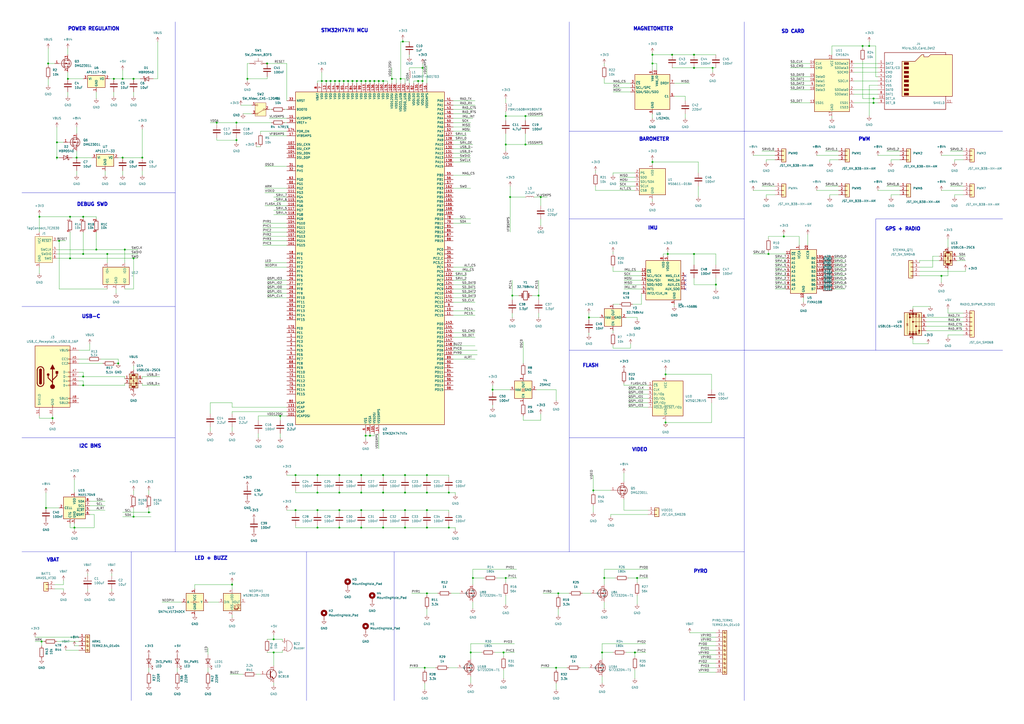
<source format=kicad_sch>
(kicad_sch (version 20250114) (generator "eeschema") (generator_version "9.0")
  (paper "A2")
  (title_block (title "CRV Components Flight Control Unit") (date "2025-05-09") (rev "1.0") (company "Leviathan Flight Systems") (comment 1 "Developed for CRV Components") (comment 2 "Designed by Kaiwen Zheng") (comment 3 "Official Name TBD"))
  (lib_symbols
    (symbol "AdafruitBreakouts:ESDALC6V1W5"
      (property "Reference" "U" (at 8.89 -7.112 0))
      (property "Footprint" "Package_TO_SOT_SMD:SOT-353_SC-70-5" (at 0 0 0))
      (symbol "ESDALC6V1W5_0_0"
        (pin passive line (at 0 -10.16 90) (length 2.54) (name "GND") (number "2"))
      )
      (symbol "ESDALC6V1W5_1_1"
        (pin passive line (at -5.08 5.08 270) (length 2.54) (name "IO4") (number "5"))
        (pin passive line (at -5.08 -10.16 90) (length 2.54) (name "IO1") (number "1"))
        (pin passive line (at 5.08 5.08 270) (length 2.54) (name "IO3") (number "4"))
        (pin passive line (at 5.08 -10.16 90) (length 2.54) (name "IO2") (number "3"))
      )
    )
    (symbol "AdafruitBreakouts:ICM-45686"
      (property "Reference" "U" (at 0 0 0))
      (symbol "ICM-45686_1_1"
        (pin input line (at -12.7 3.81 0) (length 2.54) (name "~{CS}") (number "12"))
        (pin input line (at -12.7 1.27 0) (length 2.54) (name "SCL/SCK") (number "13"))
        (pin input line (at -12.7 -1.27 0) (length 2.54) (name "SDA/SDI") (number "14"))
        (pin bidirectional line (at -12.7 -3.81 0) (length 2.54) (name "SDO/ADO") (number "1"))
        (pin output line (at -12.7 -6.35 0) (length 2.54) (name "INT1") (number "4"))
        (pin output line (at -12.7 -8.89 0) (length 2.54) (name "INT2/CLK_IN") (number "9"))
        (pin power_in line (at 0 12.7 270) (length 2.54) (name "VDD") (number "8"))
        (pin power_in line (at 2.54 12.7 270) (length 2.54) (name "VDDIO") (number "5"))
        (pin power_in line (at 6.35 -15.24 90) (length 2.54) (name "GND") (number "6"))
        (pin output line (at 12.7 1.27 180) (length 2.54) (name "MAS_CLK") (number "3"))
        (pin bidirectional line (at 12.7 -1.27 180) (length 2.54) (name "MAS_DA") (number "2"))
        (pin output line (at 12.7 -3.81 180) (length 2.54) (name "AUX_CS") (number "10"))
        (pin output line (at 12.7 -6.35 180) (length 2.54) (name "AUX_SDO") (number "11"))
      )
    )
    (symbol "AdafruitBreakouts:R_NET2"
      (property "Reference" "R" (at 0 0 0))
      (symbol "R_NET2_1_1"
        (pin passive line (at 0 3.81 270) (length 1.27) (name "~") (number "1"))
        (pin passive line (at 0 -3.81 90) (length 1.27) (name "~") (number "4"))
      )
      (symbol "R_NET2_2_1"
        (pin passive line (at 0 3.81 270) (length 1.27) (name "~") (number "2"))
        (pin passive line (at 0 -3.81 90) (length 1.27) (name "~") (number "3"))
      )
    )
    (symbol "AdafruitBreakouts:R_NET4"
      (property "Reference" "R" (at 0 0 0))
      (symbol "R_NET4_1_1"
        (pin passive line (at 0 3.81 270) (length 1.27) (name "~") (number "1"))
        (pin passive line (at 0 -3.81 90) (length 1.27) (name "~") (number "8"))
      )
      (symbol "R_NET4_2_1"
        (pin passive line (at 0 3.81 270) (length 1.27) (name "~") (number "2"))
        (pin passive line (at 0 -3.81 90) (length 1.27) (name "~") (number "7"))
      )
      (symbol "R_NET4_3_1"
        (pin passive line (at 0 3.81 270) (length 1.27) (name "~") (number "3"))
        (pin passive line (at 0 -3.81 90) (length 1.27) (name "~") (number "6"))
      )
      (symbol "R_NET4_4_1"
        (pin passive line (at 0 3.81 270) (length 1.27) (name "~") (number "4"))
        (pin passive line (at 0 -3.81 90) (length 1.27) (name "~") (number "5"))
      )
    )
    (symbol "Connector:Conn_ARM_SWD_TagConnect_TC2030-NL" (in_bom no)
      (property "Reference" "J" (at 2.54 11.43 0))
      (property "Value" "Conn_ARM_SWD_TagConnect_TC2030-NL" (at 2.54 8.89 0))
      (symbol "Conn_ARM_SWD_TagConnect_TC2030-NL_0_0"
        (pin power_in line (at -2.54 10.16 270) (length 2.54) (name "VCC") (number "1"))
        (pin power_in line (at -2.54 -10.16 90) (length 2.54) (name "GND") (number "5"))
        (pin open_collector line (at 7.62 5.08 180) (length 2.54) (name "~{RESET}") (number "3"))
        (pin output line (at 7.62 0 180) (length 2.54) (name "SWCLK") (number "4"))
        (pin bidirectional line (at 7.62 -2.54 180) (length 2.54) (name "SWDIO") (number "2"))
        (pin input line (at 7.62 -5.08 180) (length 2.54) (name "SWO") (number "6"))
      )
    )
    (symbol "Connector:Micro_SD_Card_Det2"
      (property "Reference" "J" (at -16.51 17.78 0))
      (property "Value" "Micro_SD_Card_Det2" (at 16.51 17.78 0))
      (symbol "Micro_SD_Card_Det2_1_1"
        (pin bidirectional line (at -22.86 10.16 0) (length 3.81) (name "DAT2") (number "1"))
        (pin bidirectional line (at -22.86 7.62 0) (length 3.81) (name "DAT3/CD") (number "2"))
        (pin input line (at -22.86 5.08 0) (length 3.81) (name "CMD") (number "3"))
        (pin power_in line (at -22.86 2.54 0) (length 3.81) (name "VDD") (number "4"))
        (pin input line (at -22.86 0 0) (length 3.81) (name "CLK") (number "5"))
        (pin power_in line (at -22.86 -2.54 0) (length 3.81) (name "VSS") (number "6"))
        (pin bidirectional line (at -22.86 -5.08 0) (length 3.81) (name "DAT0") (number "7"))
        (pin bidirectional line (at -22.86 -7.62 0) (length 3.81) (name "DAT1") (number "8"))
        (pin passive line (at -22.86 -10.16 0) (length 3.81) (name "DET_A") (number "10"))
        (pin passive line (at -22.86 -12.7 0) (length 3.81) (name "DET_B") (number "9"))
        (pin passive line (at 20.32 -12.7 180) (length 3.81) (name "SHIELD") (number "11"))
      )
    )
    (symbol "Connector:Screw_Terminal_01x04" (pin_names (offset 1.016) (hide yes))
      (property "Reference" "J" (at 0 5.08 0))
      (property "Value" "Screw_Terminal_01x04" (at 0 -7.62 0))
      (symbol "Screw_Terminal_01x04_1_1"
        (pin passive line (at -5.08 2.54 0) (length 3.81) (name "Pin_1") (number "1"))
        (pin passive line (at -5.08 0 0) (length 3.81) (name "Pin_2") (number "2"))
        (pin passive line (at -5.08 -2.54 0) (length 3.81) (name "Pin_3") (number "3"))
        (pin passive line (at -5.08 -5.08 0) (length 3.81) (name "Pin_4") (number "4"))
      )
    )
    (symbol "Connector:Screw_Terminal_01x10" (pin_names (offset 1.016) (hide yes))
      (property "Reference" "J" (at 0 12.7 0))
      (property "Value" "Screw_Terminal_01x10" (at 0 -15.24 0))
      (symbol "Screw_Terminal_01x10_1_1"
        (pin passive line (at -5.08 10.16 0) (length 3.81) (name "Pin_1") (number "1"))
        (pin passive line (at -5.08 7.62 0) (length 3.81) (name "Pin_2") (number "2"))
        (pin passive line (at -5.08 5.08 0) (length 3.81) (name "Pin_3") (number "3"))
        (pin passive line (at -5.08 2.54 0) (length 3.81) (name "Pin_4") (number "4"))
        (pin passive line (at -5.08 0 0) (length 3.81) (name "Pin_5") (number "5"))
        (pin passive line (at -5.08 -2.54 0) (length 3.81) (name "Pin_6") (number "6"))
        (pin passive line (at -5.08 -5.08 0) (length 3.81) (name "Pin_7") (number "7"))
        (pin passive line (at -5.08 -7.62 0) (length 3.81) (name "Pin_8") (number "8"))
        (pin passive line (at -5.08 -10.16 0) (length 3.81) (name "Pin_9") (number "9"))
        (pin passive line (at -5.08 -12.7 0) (length 3.81) (name "Pin_10") (number "10"))
      )
    )
    (symbol "Connector:USB_C_Receptacle_USB2.0_16P" (pin_names (offset 1.016))
      (property "Reference" "J" (at 0 22.225 0))
      (property "Value" "USB_C_Receptacle_USB2.0_16P" (at 0 19.685 0))
      (symbol "USB_C_Receptacle_USB2.0_16P_1_1"
        (pin passive line (at -7.62 -22.86 90) (length 5.08) (name "SHIELD") (number "S1"))
        (pin passive line (at 0 -22.86 90) (length 5.08) (name "GND") (number "A1"))
        (pin passive line (at 0 -22.86 90) (length 5.08) (hide yes) (name "GND") (number "A12"))
        (pin passive line (at 0 -22.86 90) (length 5.08) (hide yes) (name "GND") (number "B1"))
        (pin passive line (at 0 -22.86 90) (length 5.08) (hide yes) (name "GND") (number "B12"))
        (pin passive line (at 15.24 15.24 180) (length 5.08) (name "VBUS") (number "A4"))
        (pin passive line (at 15.24 15.24 180) (length 5.08) (hide yes) (name "VBUS") (number "A9"))
        (pin passive line (at 15.24 15.24 180) (length 5.08) (hide yes) (name "VBUS") (number "B4"))
        (pin passive line (at 15.24 15.24 180) (length 5.08) (hide yes) (name "VBUS") (number "B9"))
        (pin bidirectional line (at 15.24 10.16 180) (length 5.08) (name "CC1") (number "A5"))
        (pin bidirectional line (at 15.24 7.62 180) (length 5.08) (name "CC2") (number "B5"))
        (pin bidirectional line (at 15.24 2.54 180) (length 5.08) (name "D-") (number "A7"))
        (pin bidirectional line (at 15.24 0 180) (length 5.08) (name "D-") (number "B7"))
        (pin bidirectional line (at 15.24 -2.54 180) (length 5.08) (name "D+") (number "A6"))
        (pin bidirectional line (at 15.24 -5.08 180) (length 5.08) (name "D+") (number "B6"))
        (pin bidirectional line (at 15.24 -12.7 180) (length 5.08) (name "SBU1") (number "A8"))
        (pin bidirectional line (at 15.24 -15.24 180) (length 5.08) (name "SBU2") (number "B8"))
      )
    )
    (symbol "Connector_Generic:Conn_01x02" (pin_names (offset 1.016) (hide yes))
      (property "Reference" "J" (at 0 2.54 0))
      (property "Value" "Conn_01x02" (at 0 -5.08 0))
      (symbol "Conn_01x02_1_1"
        (pin passive line (at -5.08 0 0) (length 3.81) (name "Pin_1") (number "1"))
        (pin passive line (at -5.08 -2.54 0) (length 3.81) (name "Pin_2") (number "2"))
      )
    )
    (symbol "Connector_Generic:Conn_01x03" (pin_names (offset 1.016) (hide yes))
      (property "Reference" "J" (at 0 5.08 0))
      (property "Value" "Conn_01x03" (at 0 -5.08 0))
      (symbol "Conn_01x03_1_1"
        (pin passive line (at -5.08 2.54 0) (length 3.81) (name "Pin_1") (number "1"))
        (pin passive line (at -5.08 0 0) (length 3.81) (name "Pin_2") (number "2"))
        (pin passive line (at -5.08 -2.54 0) (length 3.81) (name "Pin_3") (number "3"))
      )
    )
    (symbol "Connector_Generic:Conn_01x04" (pin_names (offset 1.016) (hide yes))
      (property "Reference" "J" (at 0 5.08 0))
      (property "Value" "Conn_01x04" (at 0 -7.62 0))
      (symbol "Conn_01x04_1_1"
        (pin passive line (at -5.08 2.54 0) (length 3.81) (name "Pin_1") (number "1"))
        (pin passive line (at -5.08 0 0) (length 3.81) (name "Pin_2") (number "2"))
        (pin passive line (at -5.08 -2.54 0) (length 3.81) (name "Pin_3") (number "3"))
        (pin passive line (at -5.08 -5.08 0) (length 3.81) (name "Pin_4") (number "4"))
      )
    )
    (symbol "Connector_Generic:Conn_01x06" (pin_names (offset 1.016) (hide yes))
      (property "Reference" "J" (at 0 7.62 0))
      (property "Value" "Conn_01x06" (at 0 -10.16 0))
      (symbol "Conn_01x06_1_1"
        (pin passive line (at -5.08 5.08 0) (length 3.81) (name "Pin_1") (number "1"))
        (pin passive line (at -5.08 2.54 0) (length 3.81) (name "Pin_2") (number "2"))
        (pin passive line (at -5.08 0 0) (length 3.81) (name "Pin_3") (number "3"))
        (pin passive line (at -5.08 -2.54 0) (length 3.81) (name "Pin_4") (number "4"))
        (pin passive line (at -5.08 -5.08 0) (length 3.81) (name "Pin_5") (number "5"))
        (pin passive line (at -5.08 -7.62 0) (length 3.81) (name "Pin_6") (number "6"))
      )
    )
    (symbol "Device:Buzzer" (pin_names (offset 0.0254) (hide yes))
      (property "Reference" "BZ" (at 3.81 1.27 0))
      (property "Value" "Buzzer" (at 3.81 -1.27 0))
      (symbol "Buzzer_1_1"
        (pin passive line (at -2.54 2.54 0) (length 2.54) (name "+") (number "1"))
        (pin passive line (at -2.54 -2.54 0) (length 2.54) (name "-") (number "2"))
      )
    )
    (symbol "Device:C" (pin_numbers (hide yes)) (pin_names (offset 0.254))
      (property "Reference" "C" (at 0.635 2.54 0))
      (property "Value" "C" (at 0.635 -2.54 0))
      (symbol "C_1_1"
        (pin passive line (at 0 3.81 270) (length 2.794) (name "~") (number "1"))
        (pin passive line (at 0 -3.81 90) (length 2.794) (name "~") (number "2"))
      )
    )
    (symbol "Device:C_Polarized" (pin_numbers (hide yes)) (pin_names (offset 0.254))
      (property "Reference" "C" (at 0.635 2.54 0))
      (property "Value" "C_Polarized" (at 0.635 -2.54 0))
      (symbol "C_Polarized_1_1"
        (pin passive line (at 0 3.81 270) (length 2.794) (name "~") (number "1"))
        (pin passive line (at 0 -3.81 90) (length 2.794) (name "~") (number "2"))
      )
    )
    (symbol "Device:Crystal" (pin_numbers (hide yes)) (pin_names (offset 1.016) (hide yes))
      (property "Reference" "Y" (at 0 3.81 0))
      (property "Value" "Crystal" (at 0 -3.81 0))
      (symbol "Crystal_1_1"
        (pin passive line (at -3.81 0 0) (length 1.27) (name "1") (number "1"))
        (pin passive line (at 3.81 0 180) (length 1.27) (name "2") (number "2"))
      )
    )
    (symbol "Device:LED" (pin_numbers (hide yes)) (pin_names (offset 1.016) (hide yes))
      (property "Reference" "D" (at 0 2.54 0))
      (property "Value" "LED" (at 0 -2.54 0))
      (symbol "LED_1_1"
        (pin passive line (at -3.81 0 0) (length 2.54) (name "K") (number "1"))
        (pin passive line (at 3.81 0 180) (length 2.54) (name "A") (number "2"))
      )
    )
    (symbol "Device:L_Small" (pin_numbers (hide yes)) (pin_names (offset 0.254) (hide yes))
      (property "Reference" "L" (at 0.762 1.016 0))
      (property "Value" "L_Small" (at 0.762 -1.016 0))
      (symbol "L_Small_1_1"
        (pin passive line (at 0 2.54 270) (length 0.508) (name "~") (number "1"))
        (pin passive line (at 0 -2.54 90) (length 0.508) (name "~") (number "2"))
      )
    )
    (symbol "Device:R" (pin_numbers (hide yes)) (pin_names (offset 0))
      (property "Reference" "R" (at 2.032 0 90))
      (property "Value" "R" (at 0 0 90))
      (symbol "R_1_1"
        (pin passive line (at 0 3.81 270) (length 1.27) (name "~") (number "1"))
        (pin passive line (at 0 -3.81 90) (length 1.27) (name "~") (number "2"))
      )
    )
    (symbol "Diode:MBR0540" (pin_numbers (hide yes)) (pin_names (offset 1.016) (hide yes))
      (property "Reference" "D" (at 0 2.54 0))
      (property "Value" "MBR0540" (at 0 -2.54 0))
      (symbol "MBR0540_1_1"
        (pin passive line (at -3.81 0 0) (length 2.54) (name "K") (number "1"))
        (pin passive line (at 3.81 0 180) (length 2.54) (name "A") (number "2"))
      )
    )
    (symbol "FCU2025:SI7232DN"
      (property "Reference" "U" (at -5.334 -2.54 0))
      (symbol "SI7232DN_1_1"
        (pin passive line (at -7.62 0 0) (length 2.54) (name "G") (number "2"))
        (pin passive line (at 0 5.08 270) (length 2.54) (name "D") (number "5"))
        (pin passive line (at 0 -5.08 90) (length 2.54) (name "S") (number "1"))
      )
      (symbol "SI7232DN_2_1"
        (pin passive line (at -7.62 0 0) (length 2.54) (name "G") (number "4"))
        (pin passive line (at 0 5.08 270) (length 2.54) (name "D") (number "6"))
        (pin passive line (at 0 -5.08 90) (length 2.54) (name "S") (number "3"))
      )
    )
    (symbol "LED:WS2812B-2020" (pin_names (offset 0.254))
      (property "Reference" "D" (at 5.08 5.715 0))
      (property "Value" "WS2812B-2020" (at 1.27 -5.715 0))
      (symbol "WS2812B-2020_0_0"
        (text "RGB" (at 2.286 -4.191 0) (effects (font (size 0.762 0.762))))
      )
      (symbol "WS2812B-2020_1_1"
        (pin input line (at -7.62 0 0) (length 2.54) (name "DIN") (number "3"))
        (pin power_in line (at 0 7.62 270) (length 2.54) (name "VDD") (number "4"))
        (pin power_in line (at 0 -7.62 90) (length 2.54) (name "VSS") (number "2"))
        (pin output line (at 7.62 0 180) (length 2.54) (name "DOUT") (number "1"))
      )
    )
    (symbol "Logic_LevelTranslator:FXMA108"
      (property "Reference" "U" (at -6.35 13.97 0))
      (property "Value" "FXMA108" (at 7.62 13.97 0))
      (symbol "FXMA108_1_1"
        (pin input line (at -10.16 10.16 0) (length 2.54) (name "~{OE}") (number "11"))
        (pin bidirectional line (at -10.16 7.62 0) (length 2.54) (name "A0") (number "2"))
        (pin bidirectional line (at -10.16 5.08 0) (length 2.54) (name "A1") (number "3"))
        (pin bidirectional line (at -10.16 2.54 0) (length 2.54) (name "A2") (number "4"))
        (pin bidirectional line (at -10.16 0 0) (length 2.54) (name "A3") (number "5"))
        (pin bidirectional line (at -10.16 -2.54 0) (length 2.54) (name "A4") (number "6"))
        (pin bidirectional line (at -10.16 -5.08 0) (length 2.54) (name "A5") (number "7"))
        (pin bidirectional line (at -10.16 -7.62 0) (length 2.54) (name "A6") (number "8"))
        (pin bidirectional line (at -10.16 -10.16 0) (length 2.54) (name "A7") (number "9"))
        (pin power_in line (at -2.54 15.24 270) (length 2.54) (name "VCCA") (number "1"))
        (pin power_in line (at 0 -15.24 90) (length 2.54) (name "GND") (number "10"))
        (pin power_in line (at 2.54 15.24 270) (length 2.54) (name "VCCB") (number "20"))
        (pin no_connect line (at 2.54 -12.7 90) (length 2.54) (hide yes) (name "NC") (number "21"))
        (pin bidirectional line (at 10.16 7.62 180) (length 2.54) (name "B0") (number "19"))
        (pin bidirectional line (at 10.16 5.08 180) (length 2.54) (name "B1") (number "18"))
        (pin bidirectional line (at 10.16 2.54 180) (length 2.54) (name "B2") (number "17"))
        (pin bidirectional line (at 10.16 0 180) (length 2.54) (name "B3") (number "16"))
        (pin bidirectional line (at 10.16 -2.54 180) (length 2.54) (name "B4") (number "15"))
        (pin bidirectional line (at 10.16 -5.08 180) (length 2.54) (name "B5") (number "14"))
        (pin bidirectional line (at 10.16 -7.62 180) (length 2.54) (name "B6") (number "13"))
        (pin bidirectional line (at 10.16 -10.16 180) (length 2.54) (name "B7") (number "12"))
      )
    )
    (symbol "Logic_LevelTranslator:SN74LV1T34DCK"
      (property "Reference" "U" (at 5.08 6.35 0))
      (property "Value" "SN74LV1T34DCK" (at 5.08 3.81 0))
      (symbol "SN74LV1T34DCK_1_1"
        (pin input line (at -7.62 0 0) (length 2.54) (name "A") (number "2"))
        (pin no_connect line (at -5.08 2.54 0) (length 2.54) (hide yes) (name "NC") (number "1"))
        (pin power_in line (at 0 7.62 270) (length 2.54) (name "VCC") (number "5"))
        (pin power_in line (at 0 -7.62 90) (length 2.54) (name "GND") (number "3"))
        (pin output line (at 7.62 0 180) (length 2.54) (name "Y") (number "4"))
      )
    )
    (symbol "MAX17049_1"
      (property "Reference" "U" (at 2.54 -7.874 0))
      (symbol "MAX17049_1_1_1"
        (pin power_in line (at -8.89 0 0) (length 2.54) (name "CELL") (number "2"))
        (pin power_in line (at -2.54 -8.89 90) (length 2.54) (name "CTG") (number "1"))
        (pin power_in line (at 0 8.89 270) (length 2.54) (name "VDD") (number "3"))
        (pin power_in line (at 0 -8.89 90) (length 2.54) (name "GND") (number "4"))
        (pin bidirectional line (at 8.89 3.81 180) (length 2.54) (name "SDA") (number "8"))
        (pin input line (at 8.89 1.27 180) (length 2.54) (name "SCL") (number "7"))
        (pin output line (at 8.89 -1.27 180) (length 2.54) (name "~{ALRT}") (number "5"))
        (pin output line (at 8.89 -3.81 180) (length 2.54) (name "QSRT") (number "6"))
      )
    )
    (symbol "MCU_ST_STM32H7:STM32H747IITx"
      (property "Reference" "U" (at -43.18 97.79 0))
      (property "Value" "STM32H747IITx" (at 35.56 97.79 0))
      (symbol "STM32H747IITx_1_1"
        (pin input line (at -48.26 91.44 0) (length 5.08) (name "NRST") (number "33"))
        (pin input line (at -48.26 86.36 0) (length 5.08) (name "BOOT0") (number "167"))
        (pin power_in line (at -48.26 81.28 0) (length 5.08) (name "VLXSMPS") (number "15"))
        (pin input line (at -48.26 78.74 0) (length 5.08) (name "VREF+") (number "39"))
        (pin input line (at -48.26 73.66 0) (length 5.08) (name "PDR_ON") (number "174"))
        (pin input line (at -48.26 71.12 0) (length 5.08) (name "VFBSMPS") (number "17"))
        (pin bidirectional line (at -48.26 66.04 0) (length 5.08) (name "DSI_CKN") (number "107"))
        (pin bidirectional line (at -48.26 63.5 0) (length 5.08) (name "DSI_CKP") (number "106"))
        (pin bidirectional line (at -48.26 60.96 0) (length 5.08) (name "DSI_D0N") (number "104"))
        (pin bidirectional line (at -48.26 58.42 0) (length 5.08) (name "DSI_D0P") (number "103"))
        (pin bidirectional line (at -48.26 53.34 0) (length 5.08) (name "PH0") (number "31"))
        (pin bidirectional line (at -48.26 50.8 0) (length 5.08) (name "PH1") (number "32"))
        (pin bidirectional line (at -48.26 45.72 0) (length 5.08) (name "PG0") (number "63"))
        (pin bidirectional line (at -48.26 43.18 0) (length 5.08) (name "PG1") (number "66"))
        (pin bidirectional line (at -48.26 40.64 0) (length 5.08) (name "PG2") (number "110"))
        (pin bidirectional line (at -48.26 38.1 0) (length 5.08) (name "PG3") (number "111"))
        (pin bidirectional line (at -48.26 35.56 0) (length 5.08) (name "PG4") (number "114"))
        (pin bidirectional line (at -48.26 33.02 0) (length 5.08) (name "PG5") (number "115"))
        (pin bidirectional line (at -48.26 30.48 0) (length 5.08) (name "PG6") (number "116"))
        (pin bidirectional line (at -48.26 27.94 0) (length 5.08) (name "PG7") (number "117"))
        (pin bidirectional line (at -48.26 25.4 0) (length 5.08) (name "PG8") (number "118"))
        (pin bidirectional line (at -48.26 22.86 0) (length 5.08) (name "PG9") (number "153"))
        (pin bidirectional line (at -48.26 20.32 0) (length 5.08) (name "PG10") (number "154"))
        (pin bidirectional line (at -48.26 17.78 0) (length 5.08) (name "PG11") (number "155"))
        (pin bidirectional line (at -48.26 15.24 0) (length 5.08) (name "PG12") (number "156"))
        (pin bidirectional line (at -48.26 12.7 0) (length 5.08) (name "PG13") (number "157"))
        (pin bidirectional line (at -48.26 10.16 0) (length 5.08) (name "PG14") (number "158"))
        (pin bidirectional line (at -48.26 7.62 0) (length 5.08) (name "PG15") (number "161"))
        (pin bidirectional line (at -48.26 2.54 0) (length 5.08) (name "PF0") (number "18"))
        (pin bidirectional line (at -48.26 0 0) (length 5.08) (name "PF1") (number "19"))
        (pin bidirectional line (at -48.26 -2.54 0) (length 5.08) (name "PF2") (number "20"))
        (pin bidirectional line (at -48.26 -5.08 0) (length 5.08) (name "PF3") (number "21"))
        (pin bidirectional line (at -48.26 -7.62 0) (length 5.08) (name "PF4") (number "22"))
        (pin bidirectional line (at -48.26 -10.16 0) (length 5.08) (name "PF5") (number "23"))
        (pin bidirectional line (at -48.26 -12.7 0) (length 5.08) (name "PF6") (number "26"))
        (pin bidirectional line (at -48.26 -15.24 0) (length 5.08) (name "PF7") (number "27"))
        (pin bidirectional line (at -48.26 -17.78 0) (length 5.08) (name "PF8") (number "28"))
        (pin bidirectional line (at -48.26 -20.32 0) (length 5.08) (name "PF9") (number "29"))
        (pin bidirectional line (at -48.26 -22.86 0) (length 5.08) (name "PF10") (number "30"))
        (pin bidirectional line (at -48.26 -25.4 0) (length 5.08) (name "PF11") (number "58"))
        (pin bidirectional line (at -48.26 -27.94 0) (length 5.08) (name "PF12") (number "59"))
        (pin bidirectional line (at -48.26 -30.48 0) (length 5.08) (name "PF13") (number "60"))
        (pin bidirectional line (at -48.26 -33.02 0) (length 5.08) (name "PF14") (number "61"))
        (pin bidirectional line (at -48.26 -35.56 0) (length 5.08) (name "PF15") (number "62"))
        (pin bidirectional line (at -48.26 -40.64 0) (length 5.08) (name "PE0") (number "170"))
        (pin bidirectional line (at -48.26 -43.18 0) (length 5.08) (name "PE1") (number "171"))
        (pin bidirectional line (at -48.26 -45.72 0) (length 5.08) (name "PE2") (number "1"))
        (pin bidirectional line (at -48.26 -48.26 0) (length 5.08) (name "PE3") (number "2"))
        (pin bidirectional line (at -48.26 -50.8 0) (length 5.08) (name "PE4") (number "3"))
        (pin bidirectional line (at -48.26 -53.34 0) (length 5.08) (name "PE5") (number "4"))
        (pin bidirectional line (at -48.26 -55.88 0) (length 5.08) (name "PE6") (number "5"))
        (pin bidirectional line (at -48.26 -58.42 0) (length 5.08) (name "PE7") (number "67"))
        (pin bidirectional line (at -48.26 -60.96 0) (length 5.08) (name "PE8") (number "68"))
        (pin bidirectional line (at -48.26 -63.5 0) (length 5.08) (name "PE9") (number "69"))
        (pin bidirectional line (at -48.26 -66.04 0) (length 5.08) (name "PE10") (number "72"))
        (pin bidirectional line (at -48.26 -68.58 0) (length 5.08) (name "PE11") (number "73"))
        (pin bidirectional line (at -48.26 -71.12 0) (length 5.08) (name "PE12") (number "74"))
        (pin bidirectional line (at -48.26 -73.66 0) (length 5.08) (name "PE13") (number "75"))
        (pin bidirectional line (at -48.26 -76.2 0) (length 5.08) (name "PE14") (number "76"))
        (pin bidirectional line (at -48.26 -78.74 0) (length 5.08) (name "PE15") (number "77"))
        (pin power_out line (at -48.26 -83.82 0) (length 5.08) (name "VCAP") (number "80"))
        (pin power_out line (at -48.26 -86.36 0) (length 5.08) (name "VCAP") (number "133"))
        (pin power_out line (at -48.26 -88.9 0) (length 5.08) (name "VCAP") (number "172"))
        (pin power_out line (at -48.26 -91.44 0) (length 5.08) (name "VCAPDSI") (number "101"))
        (pin power_in line (at -30.48 101.6 270) (length 5.08) (name "VBAT") (number "8"))
        (pin power_in line (at -27.94 101.6 270) (length 5.08) (name "VDD") (number "7"))
        (pin power_in line (at -25.4 101.6 270) (length 5.08) (name "VDD") (number "13"))
        (pin power_in line (at -22.86 101.6 270) (length 5.08) (name "VDD") (number "25"))
        (pin power_in line (at -20.32 101.6 270) (length 5.08) (name "VDD") (number "44"))
        (pin power_in line (at -17.78 101.6 270) (length 5.08) (name "VDD") (number "48"))
        (pin power_in line (at -15.24 101.6 270) (length 5.08) (name "VDD") (number "65"))
        (pin power_in line (at -12.7 101.6 270) (length 5.08) (name "VDD") (number "71"))
        (pin power_in line (at -10.16 101.6 270) (length 5.08) (name "VDD") (number "84"))
        (pin power_in line (at -7.62 101.6 270) (length 5.08) (name "VDD") (number "92"))
        (pin power_in line (at -5.08 101.6 270) (length 5.08) (name "VDD") (number "99"))
        (pin power_in line (at -2.54 101.6 270) (length 5.08) (name "VDD") (number "113"))
        (pin passive line (at -2.54 -101.6 90) (length 5.08) (hide yes) (name "VSS") (number "100"))
        (pin passive line (at -2.54 -101.6 90) (length 5.08) (hide yes) (name "VSS") (number "112"))
        (pin passive line (at -2.54 -101.6 90) (length 5.08) (hide yes) (name "VSS") (number "119"))
        (pin passive line (at -2.54 -101.6 90) (length 5.08) (hide yes) (name "VSS") (number "12"))
        (pin passive line (at -2.54 -101.6 90) (length 5.08) (hide yes) (name "VSS") (number "134"))
        (pin passive line (at -2.54 -101.6 90) (length 5.08) (hide yes) (name "VSS") (number "137"))
        (pin passive line (at -2.54 -101.6 90) (length 5.08) (hide yes) (name "VSS") (number "151"))
        (pin passive line (at -2.54 -101.6 90) (length 5.08) (hide yes) (name "VSS") (number "159"))
        (pin passive line (at -2.54 -101.6 90) (length 5.08) (hide yes) (name "VSS") (number "173"))
        (pin passive line (at -2.54 -101.6 90) (length 5.08) (hide yes) (name "VSS") (number "24"))
        (pin passive line (at -2.54 -101.6 90) (length 5.08) (hide yes) (name "VSS") (number "45"))
        (pin passive line (at -2.54 -101.6 90) (length 5.08) (hide yes) (name "VSS") (number "47"))
        (pin power_in line (at -2.54 -101.6 90) (length 5.08) (name "VSS") (number "6"))
        (pin passive line (at -2.54 -101.6 90) (length 5.08) (hide yes) (name "VSS") (number "64"))
        (pin passive line (at -2.54 -101.6 90) (length 5.08) (hide yes) (name "VSS") (number "70"))
        (pin passive line (at -2.54 -101.6 90) (length 5.08) (hide yes) (name "VSS") (number "81"))
        (pin passive line (at -2.54 -101.6 90) (length 5.08) (hide yes) (name "VSS") (number "83"))
        (pin passive line (at -2.54 -101.6 90) (length 5.08) (hide yes) (name "VSS") (number "93"))
        (pin power_in line (at 0 101.6 270) (length 5.08) (name "VDD") (number "126"))
        (pin power_in line (at 0 -101.6 90) (length 5.08) (name "VSSA") (number "38"))
        (pin power_in line (at 2.54 101.6 270) (length 5.08) (name "VDD") (number "136"))
        (pin power_in line (at 2.54 -101.6 90) (length 5.08) (name "VSSDSI") (number "105"))
        (pin passive line (at 2.54 -101.6 90) (length 5.08) (hide yes) (name "VSSDSI") (number "109"))
        (pin power_in line (at 5.08 101.6 270) (length 5.08) (name "VDD") (number "152"))
        (pin power_in line (at 5.08 -101.6 90) (length 5.08) (name "VSSSMPS") (number "14"))
        (pin power_in line (at 7.62 101.6 270) (length 5.08) (name "VDD") (number "160"))
        (pin power_in line (at 10.16 101.6 270) (length 5.08) (name "VDD") (number "176"))
        (pin power_in line (at 12.7 101.6 270) (length 5.08) (name "VDD12DSI") (number "102"))
        (pin power_in line (at 15.24 101.6 270) (length 5.08) (name "VDD12DSI") (number "108"))
        (pin power_in line (at 17.78 101.6 270) (length 5.08) (name "VDD33_USB") (number "121"))
        (pin power_in line (at 20.32 101.6 270) (length 5.08) (name "VDD50_USB") (number "120"))
        (pin power_in line (at 22.86 101.6 270) (length 5.08) (name "VDDA") (number "40"))
        (pin power_in line (at 25.4 101.6 270) (length 5.08) (name "VDDLDO") (number "82"))
        (pin power_in line (at 27.94 101.6 270) (length 5.08) (name "VDDLDO") (number "135"))
        (pin power_in line (at 30.48 101.6 270) (length 5.08) (name "VDDLDO") (number "175"))
        (pin power_in line (at 33.02 101.6 270) (length 5.08) (name "VDDSMPS") (number "16"))
        (pin bidirectional line (at 48.26 91.44 180) (length 5.08) (name "PA0") (number "41"))
        (pin bidirectional line (at 48.26 88.9 180) (length 5.08) (name "PA1") (number "42"))
        (pin bidirectional line (at 48.26 86.36 180) (length 5.08) (name "PA2") (number "43"))
        (pin bidirectional line (at 48.26 83.82 180) (length 5.08) (name "PA3") (number "46"))
        (pin bidirectional line (at 48.26 81.28 180) (length 5.08) (name "PA4") (number "49"))
        (pin bidirectional line (at 48.26 78.74 180) (length 5.08) (name "PA5") (number "50"))
        (pin bidirectional line (at 48.26 76.2 180) (length 5.08) (name "PA6") (number "51"))
        (pin bidirectional line (at 48.26 73.66 180) (length 5.08) (name "PA7") (number "52"))
        (pin bidirectional line (at 48.26 71.12 180) (length 5.08) (name "PA8") (number "127"))
        (pin bidirectional line (at 48.26 68.58 180) (length 5.08) (name "PA9") (number "128"))
        (pin bidirectional line (at 48.26 66.04 180) (length 5.08) (name "PA10") (number "129"))
        (pin bidirectional line (at 48.26 63.5 180) (length 5.08) (name "PA11") (number "130"))
        (pin bidirectional line (at 48.26 60.96 180) (length 5.08) (name "PA12") (number "131"))
        (pin bidirectional line (at 48.26 58.42 180) (length 5.08) (name "PA13") (number "132"))
        (pin bidirectional line (at 48.26 55.88 180) (length 5.08) (name "PA14") (number "138"))
        (pin bidirectional line (at 48.26 53.34 180) (length 5.08) (name "PA15") (number "139"))
        (pin bidirectional line (at 48.26 48.26 180) (length 5.08) (name "PB0") (number "55"))
        (pin bidirectional line (at 48.26 45.72 180) (length 5.08) (name "PB1") (number "56"))
        (pin bidirectional line (at 48.26 43.18 180) (length 5.08) (name "PB2") (number "57"))
        (pin bidirectional line (at 48.26 40.64 180) (length 5.08) (name "PB3") (number "162"))
        (pin bidirectional line (at 48.26 38.1 180) (length 5.08) (name "PB4") (number "163"))
        (pin bidirectional line (at 48.26 35.56 180) (length 5.08) (name "PB5") (number "164"))
        (pin bidirectional line (at 48.26 33.02 180) (length 5.08) (name "PB6") (number "165"))
        (pin bidirectional line (at 48.26 30.48 180) (length 5.08) (name "PB7") (number "166"))
        (pin bidirectional line (at 48.26 27.94 180) (length 5.08) (name "PB8") (number "168"))
        (pin bidirectional line (at 48.26 25.4 180) (length 5.08) (name "PB9") (number "169"))
        (pin bidirectional line (at 48.26 22.86 180) (length 5.08) (name "PB10") (number "78"))
        (pin bidirectional line (at 48.26 20.32 180) (length 5.08) (name "PB11") (number "79"))
        (pin bidirectional line (at 48.26 17.78 180) (length 5.08) (name "PB12") (number "85"))
        (pin bidirectional line (at 48.26 15.24 180) (length 5.08) (name "PB13") (number "86"))
        (pin bidirectional line (at 48.26 12.7 180) (length 5.08) (name "PB14") (number "87"))
        (pin bidirectional line (at 48.26 10.16 180) (length 5.08) (name "PB15") (number "88"))
        (pin bidirectional line (at 48.26 5.08 180) (length 5.08) (name "PC0") (number "34"))
        (pin bidirectional line (at 48.26 2.54 180) (length 5.08) (name "PC1") (number "35"))
        (pin bidirectional line (at 48.26 0 180) (length 5.08) (name "PC2_C") (number "36"))
        (pin bidirectional line (at 48.26 -2.54 180) (length 5.08) (name "PC3_C") (number "37"))
        (pin bidirectional line (at 48.26 -5.08 180) (length 5.08) (name "PC4") (number "53"))
        (pin bidirectional line (at 48.26 -7.62 180) (length 5.08) (name "PC5") (number "54"))
        (pin bidirectional line (at 48.26 -10.16 180) (length 5.08) (name "PC6") (number "122"))
        (pin bidirectional line (at 48.26 -12.7 180) (length 5.08) (name "PC7") (number "123"))
        (pin bidirectional line (at 48.26 -15.24 180) (length 5.08) (name "PC8") (number "124"))
        (pin bidirectional line (at 48.26 -17.78 180) (length 5.08) (name "PC9") (number "125"))
        (pin bidirectional line (at 48.26 -20.32 180) (length 5.08) (name "PC10") (number "140"))
        (pin bidirectional line (at 48.26 -22.86 180) (length 5.08) (name "PC11") (number "141"))
        (pin bidirectional line (at 48.26 -25.4 180) (length 5.08) (name "PC12") (number "142"))
        (pin bidirectional line (at 48.26 -27.94 180) (length 5.08) (name "PC13") (number "9"))
        (pin bidirectional line (at 48.26 -30.48 180) (length 5.08) (name "PC14") (number "10"))
        (pin bidirectional line (at 48.26 -33.02 180) (length 5.08) (name "PC15") (number "11"))
        (pin bidirectional line (at 48.26 -38.1 180) (length 5.08) (name "PD0") (number "143"))
        (pin bidirectional line (at 48.26 -40.64 180) (length 5.08) (name "PD1") (number "144"))
        (pin bidirectional line (at 48.26 -43.18 180) (length 5.08) (name "PD2") (number "145"))
        (pin bidirectional line (at 48.26 -45.72 180) (length 5.08) (name "PD3") (number "146"))
        (pin bidirectional line (at 48.26 -48.26 180) (length 5.08) (name "PD4") (number "147"))
        (pin bidirectional line (at 48.26 -50.8 180) (length 5.08) (name "PD5") (number "148"))
        (pin bidirectional line (at 48.26 -53.34 180) (length 5.08) (name "PD6") (number "149"))
        (pin bidirectional line (at 48.26 -55.88 180) (length 5.08) (name "PD7") (number "150"))
        (pin bidirectional line (at 48.26 -58.42 180) (length 5.08) (name "PD8") (number "89"))
        (pin bidirectional line (at 48.26 -60.96 180) (length 5.08) (name "PD9") (number "90"))
        (pin bidirectional line (at 48.26 -63.5 180) (length 5.08) (name "PD10") (number "91"))
        (pin bidirectional line (at 48.26 -66.04 180) (length 5.08) (name "PD11") (number "94"))
        (pin bidirectional line (at 48.26 -68.58 180) (length 5.08) (name "PD12") (number "95"))
        (pin bidirectional line (at 48.26 -71.12 180) (length 5.08) (name "PD13") (number "96"))
        (pin bidirectional line (at 48.26 -73.66 180) (length 5.08) (name "PD14") (number "97"))
        (pin bidirectional line (at 48.26 -76.2 180) (length 5.08) (name "PD15") (number "98"))
      )
    )
    (symbol "Mechanical:MountingHole_Pad" (pin_numbers (hide yes)) (pin_names (offset 1.016) (hide yes)) (in_bom no)
      (property "Reference" "H" (at 0 6.35 0))
      (property "Value" "MountingHole_Pad" (at 0 4.445 0))
      (symbol "MountingHole_Pad_1_1"
        (pin input line (at 0 -2.54 90) (length 2.54) (name "1") (number "1"))
      )
    )
    (symbol "Memory_Flash:W25Q128JVS"
      (property "Reference" "U" (at -6.35 11.43 0))
      (property "Value" "W25Q128JVS" (at 7.62 11.43 0))
      (symbol "W25Q128JVS_1_1"
        (pin input line (at -10.16 7.62 0) (length 2.54) (name "~{CS}") (number "1"))
        (pin input line (at -10.16 5.08 0) (length 2.54) (name "CLK") (number "6"))
        (pin bidirectional line (at -10.16 2.54 0) (length 2.54) (name "DI/IO_{0}") (number "5"))
        (pin bidirectional line (at -10.16 0 0) (length 2.54) (name "DO/IO_{1}") (number "2"))
        (pin bidirectional line (at -10.16 -2.54 0) (length 2.54) (name "~{WP}/IO_{2}") (number "3"))
        (pin bidirectional line (at -10.16 -5.08 0) (length 2.54) (name "~{HOLD}/~{RESET}/IO_{3}") (number "7"))
        (pin power_in line (at 0 12.7 270) (length 2.54) (name "VCC") (number "8"))
        (pin power_in line (at 0 -12.7 90) (length 2.54) (name "GND") (number "4"))
      )
    )
    (symbol "Oscillator:ASE-xxxMHz" (pin_names (offset 0.254))
      (property "Reference" "Y" (at -5.08 6.35 0))
      (property "Value" "ASE-xxxMHz" (at 1.27 -6.35 0))
      (symbol "ASE-xxxMHz_1_1"
        (pin input line (at -7.62 0 0) (length 2.54) (name "EN") (number "1"))
        (pin power_in line (at 0 7.62 270) (length 2.54) (name "Vdd") (number "4"))
        (pin power_in line (at 0 -7.62 90) (length 2.54) (name "GND") (number "2"))
        (pin output line (at 7.62 0 180) (length 2.54) (name "OUT") (number "3"))
      )
    )
    (symbol "Power_Protection:CM1624"
      (property "Reference" "U" (at -5.08 17.78 0))
      (property "Value" "CM1624" (at 5.08 17.78 0))
      (symbol "CM1624_1_1"
        (pin passive line (at -12.7 12.7 0) (length 2.54) (name "CLK") (number "14"))
        (pin passive line (at -12.7 10.16 0) (length 2.54) (name "CMD") (number "11"))
        (pin passive line (at -12.7 5.08 0) (length 2.54) (name "Data0") (number "15"))
        (pin passive line (at -12.7 2.54 0) (length 2.54) (name "Data1") (number "16"))
        (pin passive line (at -12.7 0 0) (length 2.54) (name "Data2") (number "9"))
        (pin passive line (at -12.7 -2.54 0) (length 2.54) (name "Data3") (number "10"))
        (pin passive line (at -12.7 -10.16 0) (length 2.54) (name "ESD1") (number "13"))
        (pin power_in line (at 0 17.78 270) (length 2.54) (name "VCC") (number "12"))
        (pin power_in line (at 0 -17.78 90) (length 2.54) (name "GND") (number "17"))
        (pin passive line (at 12.7 12.7 180) (length 2.54) (name "SDData2") (number "8"))
        (pin passive line (at 12.7 10.16 180) (length 2.54) (name "SDData3") (number "7"))
        (pin passive line (at 12.7 7.62 180) (length 2.54) (name "SDCMD") (number "6"))
        (pin passive line (at 12.7 2.54 180) (length 2.54) (name "SDCLK") (number "3"))
        (pin passive line (at 12.7 -2.54 180) (length 2.54) (name "SDData0") (number "2"))
        (pin passive line (at 12.7 -5.08 180) (length 2.54) (name "SDData1") (number "1"))
        (pin passive line (at 12.7 -10.16 180) (length 2.54) (name "ESD1") (number "4"))
        (pin passive line (at 12.7 -12.7 180) (length 2.54) (name "ESD3") (number "5"))
      )
    )
    (symbol "Power_Protection:USBLC6-2SC6" (pin_names (hide yes))
      (property "Reference" "U" (at 0.635 5.715 0))
      (property "Value" "USBLC6-2SC6" (at 0.635 3.81 0))
      (symbol "USBLC6-2SC6_1_1"
        (pin passive line (at -5.08 0 0) (length 2.54) (name "I/O1") (number "1"))
        (pin passive line (at -5.08 -2.54 0) (length 2.54) (name "I/O2") (number "3"))
        (pin passive line (at 0 5.08 270) (length 2.54) (name "VBUS") (number "5"))
        (pin passive line (at 0 -7.62 90) (length 2.54) (name "GND") (number "2"))
        (pin passive line (at 5.08 0 180) (length 2.54) (name "I/O1") (number "6"))
        (pin passive line (at 5.08 -2.54 180) (length 2.54) (name "I/O2") (number "4"))
      )
    )
    (symbol "Power_Protection:USBLC6-4SC6" (pin_names (hide yes))
      (property "Reference" "U" (at 1.27 9.525 0))
      (property "Value" "USBLC6-4SC6" (at 1.27 6.985 0))
      (symbol "USBLC6-4SC6_1_1"
        (pin passive line (at -7.62 2.54 0) (length 2.54) (name "I/O1") (number "1"))
        (pin passive line (at -7.62 0 0) (length 2.54) (name "I/O2") (number "3"))
        (pin passive line (at -7.62 -2.54 0) (length 2.54) (name "I/O3") (number "4"))
        (pin passive line (at -7.62 -5.08 0) (length 2.54) (name "I/O4") (number "6"))
        (pin passive line (at 0 7.62 270) (length 2.54) (name "VBUS") (number "5"))
        (pin passive line (at 0 -10.16 90) (length 2.54) (name "GND") (number "2"))
      )
    )
    (symbol "Regulator_Linear:AP1117-33"
      (property "Reference" "U" (at -3.81 3.175 0))
      (property "Value" "AP1117-33" (at 0 3.175 0))
      (symbol "AP1117-33_1_1"
        (pin power_in line (at -7.62 0 0) (length 2.54) (name "VI") (number "3"))
        (pin power_in line (at 0 -7.62 90) (length 2.54) (name "GND") (number "1"))
        (pin power_out line (at 7.62 0 180) (length 2.54) (name "VO") (number "2"))
      )
    )
    (symbol "Regulator_Linear:AP1117-50"
      (property "Reference" "U" (at -3.81 3.175 0))
      (property "Value" "AP1117-50" (at 0 3.175 0))
      (symbol "AP1117-50_1_1"
        (pin power_in line (at -7.62 0 0) (length 2.54) (name "VI") (number "3"))
        (pin power_in line (at 0 -7.62 90) (length 2.54) (name "GND") (number "1"))
        (pin power_out line (at 7.62 0 180) (length 2.54) (name "VO") (number "2"))
      )
    )
    (symbol "Sensor_Magnetic:LIS2MDL"
      (property "Reference" "U" (at -8.89 11.43 0))
      (property "Value" "LIS2MDL" (at 7.62 11.43 0))
      (symbol "LIS2MDL_1_1"
        (pin input line (at -12.7 5.08 0) (length 2.54) (name "~{CS}") (number "3"))
        (pin input line (at -12.7 2.54 0) (length 2.54) (name "SCL/SPC") (number "1"))
        (pin bidirectional line (at -12.7 0 0) (length 2.54) (name "SDA/SDI/SDO") (number "4"))
        (pin no_connect line (at -10.16 -5.08 0) (length 2.54) (hide yes) (name "NC") (number "2"))
        (pin no_connect line (at -10.16 -7.62 0) (length 2.54) (hide yes) (name "NC") (number "11"))
        (pin power_in line (at 0 12.7 270) (length 2.54) (name "Vdd") (number "9"))
        (pin power_in line (at 0 -12.7 90) (length 2.54) (name "GND") (number "6"))
        (pin passive line (at 0 -12.7 90) (length 2.54) (hide yes) (name "GND") (number "8"))
        (pin power_in line (at 2.54 12.7 270) (length 2.54) (name "Vdd_IO") (number "10"))
        (pin no_connect line (at 10.16 -7.62 180) (length 2.54) (hide yes) (name "NC") (number "12"))
        (pin output line (at 12.7 5.08 180) (length 2.54) (name "DRDY") (number "7"))
        (pin power_out line (at 12.7 -2.54 180) (length 2.54) (name "C1") (number "5"))
      )
    )
    (symbol "Sensor_Pressure:MS5611-01BA"
      (property "Reference" "U" (at -6.35 8.89 0))
      (property "Value" "MS5611-01BA" (at 7.62 8.89 0))
      (symbol "MS5611-01BA_1_1"
        (pin input line (at -10.16 5.08 0) (length 2.54) (name "PS") (number "2"))
        (pin output line (at -10.16 2.54 0) (length 2.54) (name "SDO") (number "6"))
        (pin bidirectional line (at -10.16 0 0) (length 2.54) (name "SDI/SDA") (number "7"))
        (pin input line (at -10.16 -2.54 0) (length 2.54) (name "SCLK") (number "8"))
        (pin input line (at -10.16 -5.08 0) (length 2.54) (name "CSB") (number "4"))
        (pin input line (at -10.16 -5.08 0) (length 2.54) (hide yes) (name "CSB") (number "5"))
        (pin power_in line (at 0 10.16 270) (length 2.54) (name "VDD") (number "1"))
        (pin power_in line (at 0 -10.16 90) (length 2.54) (name "GND") (number "3"))
      )
    )
    (symbol "Switch:SW_Nidec_CAS-120A1" (pin_names (offset 1) (hide yes))
      (property "Reference" "SW" (at 0 4.318 0))
      (property "Value" "SW_Nidec_CAS-120A1" (at 0 -5.08 0))
      (symbol "SW_Nidec_CAS-120A1_1_1"
        (pin passive line (at -5.08 0 0) (length 2.54) (name "B") (number "2"))
        (pin passive line (at 5.08 2.54 180) (length 2.54) (name "A") (number "3"))
        (pin passive line (at 5.08 -2.54 180) (length 2.54) (name "C") (number "1"))
      )
    )
    (symbol "Switch:SW_Omron_B3FS" (pin_numbers (hide yes)) (pin_names (offset 1.016) (hide yes))
      (property "Reference" "SW" (at 1.27 2.54 0))
      (property "Value" "SW_Omron_B3FS" (at 0 -1.524 0))
      (symbol "SW_Omron_B3FS_0_1"
        (pin passive line (at -5.08 0 0) (length 2.54) (name "1") (number "1"))
        (pin passive line (at 5.08 0 180) (length 2.54) (name "2") (number "2"))
      )
    )
    (symbol "Transistor_BJT:BC818" (pin_names (offset 0) (hide yes))
      (property "Reference" "Q" (at 5.08 1.905 0))
      (property "Value" "BC818" (at 5.08 0 0))
      (symbol "BC818_1_1"
        (pin input line (at -5.08 0 0) (length 2.54) (name "B") (number "1"))
        (pin passive line (at 2.54 5.08 270) (length 2.54) (name "C") (number "3"))
        (pin passive line (at 2.54 -5.08 90) (length 2.54) (name "E") (number "2"))
      )
    )
    (symbol "Transistor_FET:DMG2301L" (pin_names (hide yes))
      (property "Reference" "Q" (at 5.08 1.905 0))
      (property "Value" "DMG2301L" (at 5.08 0 0))
      (symbol "DMG2301L_1_1"
        (pin input line (at -5.08 0 0) (length 2.54) (name "G") (number "1"))
        (pin passive line (at 2.54 5.08 270) (length 2.54) (name "D") (number "3"))
        (pin passive line (at 2.54 -5.08 90) (length 2.54) (name "S") (number "2"))
      )
    )
    (symbol "power:+3V3" (power) (pin_numbers (hide yes)) (pin_names (offset 0) (hide yes))
      (property "Value" "+3V3" (at 0 3.556 0))
      (symbol "+3V3_1_1"
        (pin power_in line (at 0 0 90) (length 0) (name "~") (number "1"))
      )
    )
    (symbol "power:+5V" (power) (pin_numbers (hide yes)) (pin_names (offset 0) (hide yes))
      (property "Value" "+5V" (at 0 3.556 0))
      (symbol "+5V_1_1"
        (pin power_in line (at 0 0 90) (length 0) (name "~") (number "1"))
      )
    )
    (symbol "power:GND" (power) (pin_numbers (hide yes)) (pin_names (offset 0) (hide yes))
      (property "Value" "GND" (at 0 -3.81 0))
      (symbol "GND_1_1"
        (pin power_in line (at 0 0 270) (length 0) (name "~") (number "1"))
      )
    )
    (symbol "power:VBUS" (power) (pin_numbers (hide yes)) (pin_names (offset 0) (hide yes))
      (property "Value" "VBUS" (at 0 3.556 0))
      (symbol "VBUS_1_1"
        (pin power_in line (at 0 0 90) (length 0) (name "~") (number "1"))
      )
    )
    (symbol "power:VCC" (power) (pin_numbers (hide yes)) (pin_names (offset 0) (hide yes))
      (property "Value" "VCC" (at 0 3.556 0))
      (symbol "VCC_1_1"
        (pin power_in line (at 0 0 90) (length 0) (name "~") (number "1"))
      )
    )
  )
  (text "STM32H747II MCU\n" (at 199.898 17.78 0) (effects (font (size 2 2) (thickness 0.508) (bold yes))))
  (text "PYRO" (at 406.4 331.47 0) (effects (font (size 2 2) (thickness 0.508) (bold yes))))
  (text "IMU" (at 378.714 132.334 0) (effects (font (size 2 2) (thickness 0.508) (bold yes))))
  (text "PWM\n" (at 501.396 80.772 0) (effects (font (size 2 2) (thickness 0.508) (bold yes))))
  (text "GPS + RADIO\n" (at 523.748 132.842 0) (effects (font (size 2 2) (thickness 0.508) (bold yes))))
  (text "VIDEO" (at 371.094 260.858 0) (effects (font (size 2 2) (thickness 0.508) (bold yes))))
  (text "I2C BMS" (at 52.324 258.826 0) (effects (font (size 2 2) (thickness 0.508) (bold yes))))
  (text "DEBUG SWD" (at 53.594 118.618 0) (effects (font (size 2 2) (thickness 0.508) (bold yes))))
  (text "MAGNETOMETER\n" (at 378.968 16.764 0) (effects (font (size 2 2) (thickness 0.508) (bold yes))))
  (text "BAROMETER\n" (at 379.476 80.772 0) (effects (font (size 2 2) (thickness 0.508) (bold yes))))
  (text "SD CARD" (at 459.994 18.288 0) (effects (font (size 2 2) (thickness 0.508) (bold yes))))
  (text "FLASH" (at 342.646 212.09 0) (effects (font (size 2 2) (thickness 0.508) (bold yes))))
  (text "VBAT" (at 30.734 324.866 0) (effects (font (size 2 2) (thickness 0.508) (bold yes))))
  (text "USB-C" (at 52.832 183.642 0) (effects (font (size 2 2) (thickness 0.508) (bold yes))))
  (text "LED + BUZZ" (at 122.428 323.85 0) (effects (font (size 2 2) (thickness 0.508) (bold yes))))
  (text "POWER REGULATION\n" (at 54.356 16.764 0) (effects (font (size 2 2) (thickness 0.508) (bold yes))))
  (junction (at 212.09 252.73))
  (junction (at 369.57 335.28))
  (junction (at 209.55 285.75))
  (junction (at 313.69 114.3))
  (junction (at 292.1 378.46))
  (junction (at 297.18 171.45))
  (junction (at 260.35 285.75))
  (junction (at 222.25 275.59))
  (junction (at 66.04 45.72))
  (junction (at 234.95 295.91))
  (junction (at 222.25 285.75))
  (junction (at 245.11 39.37))
  (junction (at 368.3 378.46))
  (junction (at 72.39 144.78))
  (junction (at 293.37 83.82))
  (junction (at 222.25 306.07))
  (junction (at 199.39 46.99))
  (junction (at 274.32 335.28))
  (junction (at 247.65 275.59))
  (junction (at 227.33 45.72))
  (junction (at 350.52 335.28))
  (junction (at 86.36 297.18))
  (junction (at 344.17 284.48))
  (junction (at 378.46 93.98))
  (junction (at 219.71 46.99))
  (junction (at 293.37 335.28))
  (junction (at 196.85 285.75))
  (junction (at 134.62 339.09))
  (junction (at 386.08 245.11))
  (junction (at 30.48 242.57))
  (junction (at 402.59 39.37))
  (junction (at 48.26 223.52))
  (junction (at 389.89 31.75))
  (junction (at 217.17 46.99))
  (junction (at 504.19 26.67))
  (junction (at 402.59 147.32))
  (junction (at 48.26 218.44))
  (junction (at 201.93 46.99))
  (junction (at 125.73 71.12))
  (junction (at 247.65 306.07))
  (junction (at 68.58 210.82))
  (junction (at 285.75 226.06))
  (junction (at 341.63 184.15))
  (junction (at 247.65 295.91))
  (junction (at 22.86 125.73))
  (junction (at 260.35 306.07))
  (junction (at 273.05 378.46))
  (junction (at 44.45 91.44))
  (junction (at 234.95 285.75))
  (junction (at 171.45 275.59))
  (junction (at 71.12 91.44))
  (junction (at 137.16 71.12))
  (junction (at 454.66 137.16))
  (junction (at 158.75 370.84))
  (junction (at 212.09 46.99))
  (junction (at 48.26 125.73))
  (junction (at 242.57 46.99))
  (junction (at 322.58 387.35))
  (junction (at 55.88 144.78))
  (junction (at 245.11 46.99))
  (junction (at 323.85 344.17))
  (junction (at 82.55 91.44))
  (junction (at 34.29 139.7))
  (junction (at 196.85 295.91))
  (junction (at 247.65 344.17))
  (junction (at 48.26 147.32))
  (junction (at 62.23 147.32))
  (junction (at 233.68 24.13))
  (junction (at 184.15 306.07))
  (junction (at 232.41 45.72))
  (junction (at 26.67 294.64))
  (junction (at 33.02 91.44))
  (junction (at 349.25 378.46))
  (junction (at 71.12 45.72))
  (junction (at 445.77 147.32))
  (junction (at 196.85 46.99))
  (junction (at 209.55 306.07))
  (junction (at 312.42 171.45))
  (junction (at 304.8 67.31))
  (junction (at 209.55 46.99))
  (junction (at 415.29 165.1))
  (junction (at 222.25 295.91))
  (junction (at 295.91 114.3))
  (junction (at 246.38 387.35))
  (junction (at 387.35 147.32))
  (junction (at 204.47 46.99))
  (junction (at 413.385 39.37))
  (junction (at 546.1 160.02))
  (junction (at 137.16 81.28))
  (junction (at 184.15 295.91))
  (junction (at 234.95 275.59))
  (junction (at 222.25 46.99))
  (junction (at 33.02 82.55))
  (junction (at 194.31 46.99))
  (junction (at 378.46 36.83))
  (junction (at 40.64 149.86))
  (junction (at 43.18 306.07))
  (junction (at 207.01 46.99))
  (junction (at 24.13 372.11))
  (junction (at 402.59 31.75))
  (junction (at 506.73 59.69))
  (junction (at 293.37 67.31))
  (junction (at 214.63 252.73))
  (junction (at 234.95 306.07))
  (junction (at 214.63 46.99))
  (junction (at 186.69 46.99))
  (junction (at 77.47 45.72))
  (junction (at 191.77 46.99))
  (junction (at 162.56 241.3))
  (junction (at 209.55 275.59))
  (junction (at 40.64 125.73))
  (junction (at 196.85 306.07))
  (junction (at 158.75 378.46))
  (junction (at 171.45 295.91))
  (junction (at 184.15 285.75))
  (junction (at 143.51 45.72))
  (junction (at 39.37 45.72))
  (junction (at 189.23 46.99))
  (junction (at 378.46 31.75))
  (junction (at 304.8 83.82))
  (junction (at 184.15 275.59))
  (junction (at 386.08 217.17))
  (junction (at 27.94 36.83))
  (junction (at 77.47 299.72))
  (junction (at 154.94 36.83))
  (junction (at 500.38 26.67))
  (junction (at 196.85 275.59))
  (junction (at 77.47 149.86))
  (junction (at 247.65 285.75))
  (junction (at 506.73 57.15))
  (junction (at 209.55 295.91))
  (no_connect (at 397.51 162.56))
  (no_connect (at 397.51 160.02))
  (no_connect (at 397.51 167.64))
  (no_connect (at 397.51 165.1))
  (wire (pts (xy 219.71 48.26) (xy 219.71 46.99)))
  (wire (pts (xy 153.67 109.22) (xy 166.37 109.22)))
  (wire (pts (xy 227.33 45.72) (xy 229.87 45.72)))
  (wire (pts (xy 163.83 372.11) (xy 163.83 370.84)))
  (wire (pts (xy 359.41 105.41) (xy 368.3 105.41)))
  (wire (pts (xy 274.32 330.2) (xy 299.72 330.2)))
  (wire (pts (xy 54.61 306.07) (xy 54.61 298.45)))
  (polyline (pts (xy 330.2 127) (xy 431.8 127)))
  (wire (pts (xy 242.57 46.99) (xy 240.03 46.99)))
  (wire (pts (xy 171.45 295.91) (xy 184.15 295.91)))
  (wire (pts (xy 359.41 107.95) (xy 368.3 107.95)))
  (wire (pts (xy 516.89 113.03) (xy 516.89 114.3)))
  (wire (pts (xy 20.32 372.11) (xy 24.13 372.11)))
  (wire (pts (xy 500.38 26.67) (xy 500.38 27.94)))
  (wire (pts (xy 247.65 353.06) (xy 247.65 356.87)))
  (wire (pts (xy 378.46 30.48) (xy 378.46 31.75)))
  (polyline (pts (xy 330.2 320.04) (xy 101.6 320.04)))
  (wire (pts (xy 234.95 284.48) (xy 234.95 285.75)))
  (wire (pts (xy 313.69 114.3) (xy 313.69 119.38)))
  (wire (pts (xy 209.55 275.59) (xy 209.55 276.86)))
  (wire (pts (xy 77.47 149.86) (xy 80.01 149.86)))
  (wire (pts (xy 219.71 251.46) (xy 219.71 260.35)))
  (wire (pts (xy 196.85 304.8) (xy 196.85 306.07)))
  (wire (pts (xy 262.89 88.9) (xy 273.05 88.9)))
  (wire (pts (xy 482.6 26.67) (xy 482.6 31.75)))
  (wire (pts (xy 67.31 210.82) (xy 68.58 210.82)))
  (wire (pts (xy 162.56 243.84) (xy 162.56 241.3)))
  (wire (pts (xy 247.65 344.17) (xy 247.65 345.44)))
  (wire (pts (xy 189.23 48.26) (xy 189.23 46.99)))
  (wire (pts (xy 304.8 77.47) (xy 304.8 83.82)))
  (wire (pts (xy 165.1 71.12) (xy 166.37 71.12)))
  (wire (pts (xy 521.97 113.03) (xy 516.89 113.03)))
  (wire (pts (xy 58.42 208.28) (xy 68.58 208.28)))
  (wire (pts (xy 224.79 48.26) (xy 224.79 46.99)))
  (wire (pts (xy 246.38 387.35) (xy 246.38 388.62)))
  (wire (pts (xy 483.87 167.64) (xy 490.22 167.64)))
  (wire (pts (xy 378.46 31.75) (xy 378.46 36.83)))
  (wire (pts (xy 43.18 306.07) (xy 54.61 306.07)))
  (wire (pts (xy 71.12 91.44) (xy 68.58 91.44)))
  (wire (pts (xy 355.6 191.77) (xy 355.6 193.04)))
  (wire (pts (xy 245.11 36.83) (xy 245.11 39.37)))
  (wire (pts (xy 158.75 378.46) (xy 158.75 386.08)))
  (wire (pts (xy 445.77 147.32) (xy 445.77 146.05)))
  (wire (pts (xy 500.38 57.15) (xy 500.38 35.56)))
  (wire (pts (xy 207.01 46.99) (xy 204.47 46.99)))
  (wire (pts (xy 217.17 252.73) (xy 214.63 252.73)))
  (wire (pts (xy 368.3 388.62) (xy 368.3 393.7)))
  (wire (pts (xy 349.25 373.38) (xy 374.65 373.38)))
  (wire (pts (xy 222.25 46.99) (xy 219.71 46.99)))
  (wire (pts (xy 91.44 45.72) (xy 88.9 45.72)))
  (wire (pts (xy 449.58 160.02) (xy 455.93 160.02)))
  (wire (pts (xy 242.57 46.99) (xy 242.57 48.26)))
  (polyline (pts (xy 101.6 12.7) (xy 101.6 111.76)))
  (wire (pts (xy 486.41 113.03) (xy 481.33 113.03)))
  (wire (pts (xy 27.94 45.72) (xy 27.94 49.53)))
  (wire (pts (xy 369.57 335.28) (xy 369.57 337.82)))
  (wire (pts (xy 364.49 228.6) (xy 375.92 228.6)))
  (wire (pts (xy 495.3 36.83) (xy 509.27 36.83)))
  (wire (pts (xy 312.42 173.99) (xy 312.42 171.45)))
  (wire (pts (xy 222.25 304.8) (xy 222.25 306.07)))
  (wire (pts (xy 405.13 93.98) (xy 405.13 100.33)))
  (wire (pts (xy 368.3 378.46) (xy 374.65 378.46)))
  (wire (pts (xy 345.44 99.06) (xy 345.44 100.33)))
  (wire (pts (xy 171.45 275.59) (xy 184.15 275.59)))
  (wire (pts (xy 44.45 73.66) (xy 44.45 77.47)))
  (wire (pts (xy 402.59 161.29) (xy 402.59 165.1)))
  (wire (pts (xy 344.17 284.48) (xy 354.33 284.48)))
  (wire (pts (xy 292.1 378.46) (xy 292.1 381)))
  (wire (pts (xy 43.18 278.13) (xy 43.18 285.75)))
  (wire (pts (xy 134.62 339.09) (xy 134.62 341.63)))
  (wire (pts (xy 264.16 306.07) (xy 264.16 307.34)))
  (wire (pts (xy 245.11 46.99) (xy 242.57 46.99)))
  (wire (pts (xy 364.49 226.06) (xy 375.92 226.06)))
  (wire (pts (xy 412.75 217.17) (xy 412.75 226.06)))
  (wire (pts (xy 387.35 146.05) (xy 387.35 147.32)))
  (wire (pts (xy 22.86 124.46) (xy 22.86 125.73)))
  (wire (pts (xy 375.92 298.45) (xy 354.33 298.45)))
  (wire (pts (xy 273.05 373.38) (xy 298.45 373.38)))
  (wire (pts (xy 546.1 110.49) (xy 558.8 110.49)))
  (wire (pts (xy 77.47 167.64) (xy 77.47 149.86)))
  (wire (pts (xy 323.85 353.06) (xy 323.85 356.87)))
  (wire (pts (xy 31.75 36.83) (xy 27.94 36.83)))
  (wire (pts (xy 151.13 76.2) (xy 151.13 77.47)))
  (wire (pts (xy 154.94 162.56) (xy 166.37 162.56)))
  (wire (pts (xy 77.47 212.09) (xy 77.47 214.63)))
  (wire (pts (xy 184.15 284.48) (xy 184.15 285.75)))
  (wire (pts (xy 483.87 165.1) (xy 490.22 165.1)))
  (wire (pts (xy 171.45 275.59) (xy 171.45 276.86)))
  (wire (pts (xy 458.47 46.99) (xy 469.9 46.99)))
  (wire (pts (xy 274.32 335.28) (xy 280.67 335.28)))
  (wire (pts (xy 293.37 67.31) (xy 304.8 67.31)))
  (wire (pts (xy 232.41 45.72) (xy 234.95 45.72)))
  (wire (pts (xy 156.21 78.74) (xy 166.37 78.74)))
  (wire (pts (xy 45.72 215.9) (xy 48.26 215.9)))
  (wire (pts (xy 34.29 167.64) (xy 34.29 139.7)))
  (wire (pts (xy 322.58 396.24) (xy 322.58 400.05)))
  (wire (pts (xy 71.12 99.06) (xy 71.12 101.6)))
  (wire (pts (xy 204.47 48.26) (xy 204.47 46.99)))
  (wire (pts (xy 341.63 184.15) (xy 347.98 184.15)))
  (wire (pts (xy 209.55 295.91) (xy 222.25 295.91)))
  (wire (pts (xy 378.46 93.98) (xy 405.13 93.98)))
  (wire (pts (xy 233.68 24.13) (xy 232.41 24.13)))
  (wire (pts (xy 154.94 172.72) (xy 166.37 172.72)))
  (wire (pts (xy 40.64 306.07) (xy 43.18 306.07)))
  (wire (pts (xy 355.6 100.33) (xy 368.3 100.33)))
  (wire (pts (xy 52.07 199.39) (xy 52.07 203.2)))
  (wire (pts (xy 77.47 299.72) (xy 87.63 299.72)))
  (wire (pts (xy 152.4 137.16) (xy 166.37 137.16)))
  (wire (pts (xy 262.89 195.58) (xy 275.59 195.58)))
  (wire (pts (xy 232.41 24.13) (xy 232.41 45.72)))
  (wire (pts (xy 209.55 46.99) (xy 212.09 46.99)))
  (wire (pts (xy 24.13 372.11) (xy 25.4 372.11)))
  (wire (pts (xy 378.46 31.75) (xy 389.89 31.75)))
  (wire (pts (xy 184.15 295.91) (xy 196.85 295.91)))
  (wire (pts (xy 389.89 39.37) (xy 402.59 39.37)))
  (wire (pts (xy 33.02 91.44) (xy 33.02 92.71)))
  (wire (pts (xy 234.95 285.75) (xy 247.65 285.75)))
  (wire (pts (xy 222.25 295.91) (xy 234.95 295.91)))
  (wire (pts (xy 293.37 335.28) (xy 293.37 337.82)))
  (wire (pts (xy 297.18 181.61) (xy 297.18 184.15)))
  (wire (pts (xy 322.58 226.06) (xy 311.15 226.06)))
  (wire (pts (xy 48.26 220.98) (xy 48.26 223.52)))
  (wire (pts (xy 303.53 243.84) (xy 303.53 241.3)))
  (wire (pts (xy 234.95 295.91) (xy 234.95 297.18)))
  (wire (pts (xy 458.47 44.45) (xy 469.9 44.45)))
  (wire (pts (xy 133.35 391.16) (xy 140.97 391.16)))
  (wire (pts (xy 495.3 54.61) (xy 509.27 54.61)))
  (wire (pts (xy 463.55 142.24) (xy 463.55 137.16)))
  (wire (pts (xy 34.29 91.44) (xy 33.02 91.44)))
  (wire (pts (xy 468.63 135.89) (xy 468.63 142.24)))
  (wire (pts (xy 262.89 180.34) (xy 275.59 180.34)))
  (wire (pts (xy 355.6 146.05) (xy 355.6 147.32)))
  (wire (pts (xy 481.33 113.03) (xy 481.33 114.3)))
  (wire (pts (xy 82.55 91.44) (xy 71.12 91.44)))
  (wire (pts (xy 52.07 293.37) (xy 60.96 293.37)))
  (wire (pts (xy 483.87 160.02) (xy 490.22 160.02)))
  (wire (pts (xy 233.68 22.86) (xy 233.68 24.13)))
  (wire (pts (xy 246.38 396.24) (xy 246.38 400.05)))
  (wire (pts (xy 436.88 147.32) (xy 445.77 147.32)))
  (wire (pts (xy 149.86 241.3) (xy 149.86 243.84)))
  (wire (pts (xy 406.4 387.35) (xy 415.29 387.35)))
  (wire (pts (xy 478.79 87.63) (xy 486.41 87.63)))
  (wire (pts (xy 361.95 223.52) (xy 375.92 223.52)))
  (wire (pts (xy 33.02 82.55) (xy 33.02 91.44)))
  (wire (pts (xy 102.87 387.35) (xy 102.87 389.89)))
  (wire (pts (xy 209.55 284.48) (xy 209.55 285.75)))
  (wire (pts (xy 214.63 48.26) (xy 214.63 46.99)))
  (wire (pts (xy 402.59 39.37) (xy 413.385 39.37)))
  (wire (pts (xy 481.33 92.71) (xy 481.33 93.98)))
  (wire (pts (xy 143.51 45.72) (xy 154.94 45.72)))
  (wire (pts (xy 171.45 304.8) (xy 171.45 306.07)))
  (wire (pts (xy 355.6 176.53) (xy 359.41 176.53)))
  (wire (pts (xy 449.58 152.4) (xy 455.93 152.4)))
  (wire (pts (xy 217.17 251.46) (xy 217.17 252.73)))
  (wire (pts (xy 495.3 41.91) (xy 509.27 41.91)))
  (wire (pts (xy 361.95 160.02) (xy 372.11 160.02)))
  (wire (pts (xy 297.18 162.56) (xy 297.18 171.45)))
  (wire (pts (xy 247.65 275.59) (xy 260.35 275.59)))
  (wire (pts (xy 344.17 284.48) (xy 344.17 275.59)))
  (wire (pts (xy 184.15 275.59) (xy 184.15 276.86)))
  (wire (pts (xy 387.35 147.32) (xy 402.59 147.32)))
  (wire (pts (xy 504.19 49.53) (xy 504.19 67.31)))
  (wire (pts (xy 156.21 63.5) (xy 157.48 63.5)))
  (wire (pts (xy 323.85 344.17) (xy 330.2 344.17)))
  (wire (pts (xy 209.55 304.8) (xy 209.55 306.07)))
  (wire (pts (xy 554.99 151.13) (xy 560.07 151.13)))
  (wire (pts (xy 156.21 68.58) (xy 166.37 68.58)))
  (wire (pts (xy 234.95 275.59) (xy 234.95 276.86)))
  (wire (pts (xy 444.5 92.71) (xy 444.5 93.98)))
  (wire (pts (xy 44.45 91.44) (xy 44.45 87.63)))
  (wire (pts (xy 473.71 90.17) (xy 486.41 90.17)))
  (wire (pts (xy 214.63 252.73) (xy 212.09 252.73)))
  (wire (pts (xy 146.05 66.04) (xy 140.97 66.04)))
  (wire (pts (xy 441.96 107.95) (xy 449.58 107.95)))
  (wire (pts (xy 551.18 87.63) (xy 558.8 87.63)))
  (wire (pts (xy 546.1 160.02) (xy 546.1 163.83)))
  (wire (pts (xy 166.37 275.59) (xy 171.45 275.59)))
  (wire (pts (xy 158.75 114.3) (xy 166.37 114.3)))
  (wire (pts (xy 260.35 306.07) (xy 260.35 304.8)))
  (wire (pts (xy 27.94 36.83) (xy 27.94 38.1)))
  (wire (pts (xy 355.6 154.94) (xy 355.6 157.48)))
  (wire (pts (xy 262.89 68.58) (xy 274.32 68.58)))
  (wire (pts (xy 413.385 39.37) (xy 415.29 39.37)))
  (wire (pts (xy 71.12 299.72) (xy 77.47 299.72)))
  (wire (pts (xy 293.37 83.82) (xy 304.8 83.82)))
  (wire (pts (xy 166.37 295.91) (xy 171.45 295.91)))
  (wire (pts (xy 533.4 160.02) (xy 546.1 160.02)))
  (wire (pts (xy 273.05 382.27) (xy 273.05 378.46)))
  (wire (pts (xy 381 36.83) (xy 378.46 36.83)))
  (wire (pts (xy 274.32 335.28) (xy 274.32 330.2)))
  (wire (pts (xy 549.91 194.31) (xy 558.8 194.31)))
  (wire (pts (xy 506.73 57.15) (xy 509.27 57.15)))
  (wire (pts (xy 262.89 63.5) (xy 274.32 63.5)))
  (wire (pts (xy 541.02 154.94) (xy 541.02 148.59)))
  (wire (pts (xy 184.15 306.07) (xy 196.85 306.07)))
  (wire (pts (xy 483.87 157.48) (xy 490.22 157.48)))
  (polyline (pts (xy 177.8 320.04) (xy 177.8 406.4)))
  (wire (pts (xy 262.89 172.72) (xy 275.59 172.72)))
  (wire (pts (xy 285.75 234.95) (xy 285.75 236.22)))
  (wire (pts (xy 36.83 82.55) (xy 33.02 82.55)))
  (wire (pts (xy 45.72 210.82) (xy 59.69 210.82)))
  (wire (pts (xy 262.89 208.28) (xy 275.59 208.28)))
  (wire (pts (xy 209.55 295.91) (xy 209.55 297.18)))
  (wire (pts (xy 415.29 147.32) (xy 415.29 153.67)))
  (wire (pts (xy 62.23 147.32) (xy 62.23 152.4)))
  (wire (pts (xy 549.91 181.61) (xy 558.8 181.61)))
  (wire (pts (xy 509.27 110.49) (xy 521.97 110.49)))
  (wire (pts (xy 153.67 119.38) (xy 166.37 119.38)))
  (wire (pts (xy 62.23 147.32) (xy 80.01 147.32)))
  (wire (pts (xy 63.5 45.72) (xy 66.04 45.72)))
  (wire (pts (xy 121.92 247.65) (xy 121.92 250.19)))
  (wire (pts (xy 323.85 344.17) (xy 323.85 345.44)))
  (wire (pts (xy 262.89 165.1) (xy 275.59 165.1)))
  (wire (pts (xy 62.23 167.64) (xy 34.29 167.64)))
  (wire (pts (xy 349.25 378.46) (xy 349.25 382.27)))
  (wire (pts (xy 120.65 387.35) (xy 120.65 389.89)))
  (wire (pts (xy 26.67 294.64) (xy 26.67 285.75)))
  (wire (pts (xy 189.23 46.99) (xy 186.69 46.99)))
  (wire (pts (xy 313.69 243.84) (xy 303.53 243.84)))
  (wire (pts (xy 48.26 45.72) (xy 39.37 45.72)))
  (wire (pts (xy 196.85 275.59) (xy 209.55 275.59)))
  (wire (pts (xy 402.59 147.32) (xy 402.59 153.67)))
  (wire (pts (xy 287.02 378.46) (xy 292.1 378.46)))
  (wire (pts (xy 214.63 251.46) (xy 214.63 252.73)))
  (wire (pts (xy 292.1 378.46) (xy 298.45 378.46)))
  (wire (pts (xy 533.4 157.48) (xy 560.07 157.48)))
  (wire (pts (xy 45.72 218.44) (xy 48.26 218.44)))
  (wire (pts (xy 449.58 165.1) (xy 455.93 165.1)))
  (wire (pts (xy 355.6 201.93) (xy 355.6 200.66)))
  (wire (pts (xy 222.25 285.75) (xy 234.95 285.75)))
  (wire (pts (xy 38.1 377.19) (xy 45.72 377.19)))
  (wire (pts (xy 44.45 91.44) (xy 53.34 91.44)))
  (wire (pts (xy 386.08 243.84) (xy 386.08 245.11)))
  (wire (pts (xy 341.63 184.15) (xy 341.63 181.61)))
  (wire (pts (xy 60.96 99.06) (xy 60.96 101.6)))
  (polyline (pts (xy 330.2 320.04) (xy 431.8 320.04)))
  (wire (pts (xy 152.4 142.24) (xy 166.37 142.24)))
  (wire (pts (xy 39.37 53.34) (xy 39.37 55.88)))
  (wire (pts (xy 165.1 63.5) (xy 166.37 63.5)))
  (wire (pts (xy 506.73 59.69) (xy 506.73 57.15)))
  (wire (pts (xy 27.94 36.83) (xy 27.94 27.94)))
  (wire (pts (xy 406.4 377.19) (xy 415.29 377.19)))
  (wire (pts (xy 72.39 144.78) (xy 72.39 152.4)))
  (polyline (pts (xy 330.2 203.2) (xy 431.8 203.2)))
  (wire (pts (xy 196.85 306.07) (xy 209.55 306.07)))
  (wire (pts (xy 412.75 233.68) (xy 412.75 245.11)))
  (wire (pts (xy 293.37 77.47) (xy 293.37 83.82)))
  (wire (pts (xy 378.46 36.83) (xy 378.46 40.64)))
  (wire (pts (xy 262.89 91.44) (xy 273.05 91.44)))
  (wire (pts (xy 245.11 39.37) (xy 245.11 46.99)))
  (wire (pts (xy 40.64 134.62) (xy 40.64 149.86)))
  (wire (pts (xy 120.65 375.92) (xy 120.65 379.73)))
  (wire (pts (xy 139.7 60.96) (xy 146.05 60.96)))
  (wire (pts (xy 207.01 48.26) (xy 207.01 46.99)))
  (wire (pts (xy 355.6 53.34) (xy 365.76 53.34)))
  (wire (pts (xy 260.35 285.75) (xy 260.35 284.48)))
  (wire (pts (xy 273.05 378.46) (xy 273.05 373.38)))
  (wire (pts (xy 560.07 156.21) (xy 560.07 157.48)))
  (wire (pts (xy 64.77 341.63) (xy 64.77 342.9)))
  (wire (pts (xy 402.59 147.32) (xy 415.29 147.32)))
  (polyline (pts (xy 508 127) (xy 508 203.2)))
  (wire (pts (xy 44.45 99.06) (xy 44.45 101.6)))
  (wire (pts (xy 262.89 203.2) (xy 276.86 203.2)))
  (wire (pts (xy 154.94 167.64) (xy 166.37 167.64)))
  (wire (pts (xy 134.62 247.65) (xy 134.62 250.19)))
  (wire (pts (xy 196.85 46.99) (xy 199.39 46.99)))
  (wire (pts (xy 171.45 306.07) (xy 184.15 306.07)))
  (wire (pts (xy 234.95 45.72) (xy 234.95 48.26)))
  (wire (pts (xy 314.96 344.17) (xy 323.85 344.17)))
  (wire (pts (xy 387.35 147.32) (xy 384.81 147.32)))
  (wire (pts (xy 41.91 91.44) (xy 44.45 91.44)))
  (wire (pts (xy 36.83 341.63) (xy 31.75 341.63)))
  (wire (pts (xy 166.37 36.83) (xy 154.94 36.83)))
  (wire (pts (xy 82.55 223.52) (xy 82.55 222.25)))
  (wire (pts (xy 349.25 373.38) (xy 349.25 378.46)))
  (wire (pts (xy 303.53 198.12) (xy 303.53 210.82)))
  (wire (pts (xy 495.3 59.69) (xy 506.73 59.69)))
  (wire (pts (xy 137.16 81.28) (xy 125.73 81.28)))
  (wire (pts (xy 361.95 222.25) (xy 361.95 223.52)))
  (wire (pts (xy 121.92 71.12) (xy 125.73 71.12)))
  (wire (pts (xy 224.79 46.99) (xy 222.25 46.99)))
  (wire (pts (xy 214.63 46.99) (xy 217.17 46.99)))
  (wire (pts (xy 196.85 48.26) (xy 196.85 46.99)))
  (wire (pts (xy 33.02 149.86) (xy 40.64 149.86)))
  (wire (pts (xy 45.72 208.28) (xy 50.8 208.28)))
  (wire (pts (xy 349.25 392.43) (xy 349.25 396.24)))
  (wire (pts (xy 444.5 113.03) (xy 444.5 114.3)))
  (wire (pts (xy 509.27 49.53) (xy 504.19 49.53)))
  (wire (pts (xy 483.87 154.94) (xy 490.22 154.94)))
  (wire (pts (xy 262.89 157.48) (xy 273.05 157.48)))
  (wire (pts (xy 549.91 181.61) (xy 549.91 179.07)))
  (wire (pts (xy 356.87 335.28) (xy 350.52 335.28)))
  (wire (pts (xy 137.16 71.12) (xy 157.48 71.12)))
  (wire (pts (xy 375.92 295.91) (xy 361.95 295.91)))
  (wire (pts (xy 134.62 337.82) (xy 134.62 339.09)))
  (wire (pts (xy 77.47 284.48) (xy 77.47 287.02)))
  (polyline (pts (xy 228.6 320.04) (xy 228.6 406.4)))
  (wire (pts (xy 237.49 39.37) (xy 245.11 39.37)))
  (wire (pts (xy 304.8 67.31) (xy 314.96 67.31)))
  (wire (pts (xy 364.49 236.22) (xy 375.92 236.22)))
  (wire (pts (xy 184.15 48.26) (xy 184.15 46.99)))
  (wire (pts (xy 365.76 201.93) (xy 355.6 201.93)))
  (wire (pts (xy 22.86 242.57) (xy 22.86 241.3)))
  (wire (pts (xy 312.42 162.56) (xy 312.42 171.45)))
  (wire (pts (xy 158.75 368.3) (xy 158.75 370.84)))
  (wire (pts (xy 72.39 144.78) (xy 80.01 144.78)))
  (wire (pts (xy 196.85 275.59) (xy 196.85 276.86)))
  (wire (pts (xy 322.58 232.41) (xy 322.58 226.06)))
  (wire (pts (xy 152.4 132.08) (xy 166.37 132.08)))
  (wire (pts (xy 482.6 26.67) (xy 500.38 26.67)))
  (wire (pts (xy 77.47 53.34) (xy 77.47 55.88)))
  (wire (pts (xy 554.99 148.59) (xy 560.07 148.59)))
  (wire (pts (xy 237.49 387.35) (xy 246.38 387.35)))
  (wire (pts (xy 262.89 129.54) (xy 273.05 129.54)))
  (wire (pts (xy 274.32 349.25) (xy 274.32 353.06)))
  (wire (pts (xy 436.88 90.17) (xy 449.58 90.17)))
  (polyline (pts (xy 12.7 177.8) (xy 101.6 177.8)))
  (wire (pts (xy 212.09 251.46) (xy 212.09 252.73)))
  (wire (pts (xy 162.56 241.3) (xy 166.37 241.3)))
  (wire (pts (xy 495.3 52.07) (xy 509.27 52.07)))
  (wire (pts (xy 260.35 306.07) (xy 264.16 306.07)))
  (wire (pts (xy 313.69 127) (xy 313.69 130.81)))
  (polyline (pts (xy 12.7 111.76) (xy 101.6 111.76)))
  (wire (pts (xy 204.47 46.99) (xy 201.93 46.99)))
  (wire (pts (xy 262.89 81.28) (xy 270.51 81.28)))
  (wire (pts (xy 229.87 45.72) (xy 229.87 48.26)))
  (wire (pts (xy 537.21 191.77) (xy 558.8 191.77)))
  (wire (pts (xy 415.29 161.29) (xy 415.29 165.1)))
  (wire (pts (xy 64.77 332.74) (xy 64.77 334.01)))
  (wire (pts (xy 149.86 241.3) (xy 162.56 241.3)))
  (wire (pts (xy 154.94 170.18) (xy 166.37 170.18)))
  (wire (pts (xy 36.83 336.55) (xy 36.83 339.09)))
  (wire (pts (xy 158.75 116.84) (xy 166.37 116.84)))
  (wire (pts (xy 86.36 297.18) (xy 86.36 294.64)))
  (wire (pts (xy 237.49 24.13) (xy 233.68 24.13)))
  (wire (pts (xy 158.75 370.84) (xy 154.94 370.84)))
  (wire (pts (xy 184.15 304.8) (xy 184.15 306.07)))
  (wire (pts (xy 68.58 208.28) (xy 68.58 210.82)))
  (wire (pts (xy 137.16 81.28) (xy 137.16 82.55)))
  (wire (pts (xy 247.65 304.8) (xy 247.65 306.07)))
  (wire (pts (xy 143.51 36.83) (xy 143.51 45.72)))
  (wire (pts (xy 397.51 66.04) (xy 397.51 68.58)))
  (wire (pts (xy 154.94 44.45) (xy 154.94 45.72)))
  (wire (pts (xy 466.09 172.72) (xy 466.09 175.26)))
  (wire (pts (xy 402.59 31.75) (xy 415.29 31.75)))
  (wire (pts (xy 344.17 284.48) (xy 344.17 285.75)))
  (wire (pts (xy 500.38 26.67) (xy 504.19 26.67)))
  (wire (pts (xy 322.58 387.35) (xy 322.58 388.62)))
  (wire (pts (xy 400.05 367.03) (xy 415.29 367.03)))
  (wire (pts (xy 386.08 217.17) (xy 386.08 218.44)))
  (wire (pts (xy 337.82 344.17) (xy 342.9 344.17)))
  (polyline (pts (xy 12.7 254) (xy 101.6 254)))
  (wire (pts (xy 40.64 303.53) (xy 40.64 306.07)))
  (wire (pts (xy 405.13 379.73) (xy 415.29 379.73)))
  (wire (pts (xy 264.16 285.75) (xy 264.16 287.02)))
  (wire (pts (xy 495.3 46.99) (xy 509.27 46.99)))
  (wire (pts (xy 365.76 199.39) (xy 365.76 201.93)))
  (wire (pts (xy 125.73 72.39) (xy 125.73 71.12)))
  (wire (pts (xy 137.16 72.39) (xy 137.16 71.12)))
  (wire (pts (xy 514.35 107.95) (xy 521.97 107.95)))
  (wire (pts (xy 292.1 388.62) (xy 292.1 393.7)))
  (wire (pts (xy 369.57 345.44) (xy 369.57 350.52)))
  (wire (pts (xy 34.29 139.7) (xy 38.1 139.7)))
  (wire (pts (xy 158.75 396.24) (xy 158.75 397.51)))
  (wire (pts (xy 541.02 148.59) (xy 544.83 148.59)))
  (wire (pts (xy 72.39 223.52) (xy 72.39 222.25)))
  (wire (pts (xy 478.79 107.95) (xy 486.41 107.95)))
  (polyline (pts (xy 508 203.2) (xy 581.66 203.2)))
  (wire (pts (xy 209.55 275.59) (xy 222.25 275.59)))
  (wire (pts (xy 166.37 36.83) (xy 166.37 58.42)))
  (wire (pts (xy 295.91 107.95) (xy 295.91 114.3)))
  (wire (pts (xy 405.13 384.81) (xy 415.29 384.81)))
  (wire (pts (xy 91.44 24.13) (xy 91.44 45.72)))
  (wire (pts (xy 194.31 48.26) (xy 194.31 46.99)))
  (wire (pts (xy 378.46 92.71) (xy 378.46 93.98)))
  (wire (pts (xy 483.87 152.4) (xy 490.22 152.4)))
  (wire (pts (xy 217.17 48.26) (xy 217.17 46.99)))
  (wire (pts (xy 363.22 378.46) (xy 368.3 378.46)))
  (wire (pts (xy 546.1 90.17) (xy 558.8 90.17)))
  (wire (pts (xy 39.37 45.72) (xy 39.37 41.91)))
  (wire (pts (xy 30.48 242.57) (xy 22.86 242.57)))
  (wire (pts (xy 449.58 92.71) (xy 444.5 92.71)))
  (wire (pts (xy 247.65 285.75) (xy 260.35 285.75)))
  (wire (pts (xy 304.8 83.82) (xy 314.96 83.82)))
  (wire (pts (xy 227.33 48.26) (xy 227.33 45.72)))
  (wire (pts (xy 436.88 110.49) (xy 449.58 110.49)))
  (wire (pts (xy 413.385 39.37) (xy 413.385 41.91)))
  (wire (pts (xy 539.75 177.8) (xy 529.59 177.8)))
  (wire (pts (xy 312.42 171.45) (xy 308.61 171.45)))
  (polyline (pts (xy 431.8 76.2) (xy 581.66 76.2)))
  (wire (pts (xy 391.16 48.26) (xy 400.05 48.26)))
  (wire (pts (xy 24.13 372.11) (xy 24.13 374.65)))
  (wire (pts (xy 293.37 345.44) (xy 293.37 350.52)))
  (wire (pts (xy 549.91 194.31) (xy 549.91 195.58)))
  (wire (pts (xy 509.27 59.69) (xy 506.73 59.69)))
  (wire (pts (xy 415.29 165.1) (xy 415.29 167.64)))
  (wire (pts (xy 288.29 335.28) (xy 293.37 335.28)))
  (wire (pts (xy 82.55 99.06) (xy 82.55 101.6)))
  (wire (pts (xy 86.36 297.18) (xy 87.63 297.18)))
  (wire (pts (xy 158.75 378.46) (xy 163.83 378.46)))
  (wire (pts (xy 246.38 387.35) (xy 252.73 387.35)))
  (wire (pts (xy 262.89 182.88) (xy 275.59 182.88)))
  (wire (pts (xy 52.07 295.91) (xy 60.96 295.91)))
  (wire (pts (xy 350.52 330.2) (xy 350.52 335.28)))
  (wire (pts (xy 234.95 304.8) (xy 234.95 306.07)))
  (wire (pts (xy 529.59 177.8) (xy 529.59 179.07)))
  (polyline (pts (xy 431.8 254) (xy 431.8 406.4)))
  (wire (pts (xy 30.48 241.3) (xy 30.48 242.57)))
  (wire (pts (xy 341.63 193.04) (xy 341.63 194.31)))
  (wire (pts (xy 350.52 48.26) (xy 365.76 48.26)))
  (wire (pts (xy 238.76 344.17) (xy 247.65 344.17)))
  (wire (pts (xy 212.09 48.26) (xy 212.09 46.99)))
  (wire (pts (xy 196.85 284.48) (xy 196.85 285.75)))
  (wire (pts (xy 26.67 294.64) (xy 34.29 294.64)))
  (wire (pts (xy 397.51 58.42) (xy 397.51 55.88)))
  (wire (pts (xy 134.62 238.76) (xy 134.62 240.03)))
  (wire (pts (xy 162.56 251.46) (xy 162.56 254)))
  (wire (pts (xy 364.49 233.68) (xy 375.92 233.68)))
  (wire (pts (xy 55.88 144.78) (xy 72.39 144.78)))
  (wire (pts (xy 86.36 284.48) (xy 86.36 287.02)))
  (wire (pts (xy 260.35 275.59) (xy 260.35 276.86)))
  (polyline (pts (xy 330.2 76.2) (xy 431.8 76.2)))
  (wire (pts (xy 304.8 67.31) (xy 304.8 69.85)))
  (wire (pts (xy 222.25 306.07) (xy 234.95 306.07)))
  (wire (pts (xy 285.75 226.06) (xy 285.75 227.33)))
  (wire (pts (xy 237.49 45.72) (xy 237.49 48.26)))
  (wire (pts (xy 154.94 165.1) (xy 166.37 165.1)))
  (wire (pts (xy 48.26 125.73) (xy 48.26 127)))
  (wire (pts (xy 199.39 48.26) (xy 199.39 46.99)))
  (wire (pts (xy 454.66 137.16) (xy 445.77 137.16)))
  (wire (pts (xy 33.02 82.55) (xy 33.02 73.66)))
  (wire (pts (xy 48.26 147.32) (xy 62.23 147.32)))
  (wire (pts (xy 55.88 134.62) (xy 55.88 144.78)))
  (wire (pts (xy 184.15 46.99) (xy 186.69 46.99)))
  (wire (pts (xy 378.46 115.57) (xy 378.46 116.84)))
  (wire (pts (xy 262.89 162.56) (xy 270.51 162.56)))
  (wire (pts (xy 22.86 125.73) (xy 22.86 134.62)))
  (wire (pts (xy 295.91 114.3) (xy 295.91 134.62)))
  (wire (pts (xy 262.89 205.74) (xy 276.86 205.74)))
  (wire (pts (xy 227.33 39.37) (xy 227.33 45.72)))
  (wire (pts (xy 361.95 289.56) (xy 361.95 295.91)))
  (wire (pts (xy 300.99 171.45) (xy 297.18 171.45)))
  (wire (pts (xy 454.66 135.89) (xy 454.66 137.16)))
  (wire (pts (xy 293.37 57.15) (xy 293.37 59.69)))
  (wire (pts (xy 163.83 377.19) (xy 163.83 378.46)))
  (wire (pts (xy 33.02 372.11) (xy 45.72 372.11)))
  (wire (pts (xy 449.58 162.56) (xy 455.93 162.56)))
  (wire (pts (xy 441.96 87.63) (xy 449.58 87.63)))
  (wire (pts (xy 378.46 66.04) (xy 378.46 68.58)))
  (wire (pts (xy 45.72 203.2) (xy 52.07 203.2)))
  (wire (pts (xy 361.95 274.32) (xy 361.95 279.4)))
  (wire (pts (xy 45.72 374.65) (xy 43.18 374.65)))
  (wire (pts (xy 458.47 52.07) (xy 469.9 52.07)))
  (wire (pts (xy 82.55 218.44) (xy 82.55 219.71)))
  (wire (pts (xy 350.52 349.25) (xy 350.52 353.06)))
  (wire (pts (xy 153.67 96.52) (xy 166.37 96.52)))
  (wire (pts (xy 553.72 92.71) (xy 553.72 93.98)))
  (wire (pts (xy 322.58 387.35) (xy 328.93 387.35)))
  (wire (pts (xy 514.35 87.63) (xy 521.97 87.63)))
  (wire (pts (xy 262.89 71.12) (xy 273.05 71.12)))
  (wire (pts (xy 36.83 339.09) (xy 31.75 339.09)))
  (wire (pts (xy 458.47 59.69) (xy 469.9 59.69)))
  (wire (pts (xy 222.25 284.48) (xy 222.25 285.75)))
  (wire (pts (xy 209.55 48.26) (xy 209.55 46.99)))
  (wire (pts (xy 537.21 184.15) (xy 558.8 184.15)))
  (wire (pts (xy 45.72 220.98) (xy 48.26 220.98)))
  (wire (pts (xy 405.13 107.95) (xy 405.13 114.3)))
  (wire (pts (xy 262.89 200.66) (xy 275.59 200.66)))
  (wire (pts (xy 171.45 284.48) (xy 171.45 285.75)))
  (wire (pts (xy 247.65 275.59) (xy 247.65 276.86)))
  (wire (pts (xy 495.3 39.37) (xy 509.27 39.37)))
  (wire (pts (xy 386.08 214.63) (xy 386.08 217.17)))
  (wire (pts (xy 549.91 160.02) (xy 546.1 160.02)))
  (wire (pts (xy 312.42 181.61) (xy 312.42 184.15)))
  (wire (pts (xy 538.48 199.39) (xy 529.59 199.39)))
  (wire (pts (xy 406.4 382.27) (xy 415.29 382.27)))
  (wire (pts (xy 449.58 154.94) (xy 455.93 154.94)))
  (wire (pts (xy 113.03 339.09) (xy 134.62 339.09)))
  (wire (pts (xy 55.88 53.34) (xy 55.88 57.15)))
  (wire (pts (xy 367.03 176.53) (xy 372.11 176.53)))
  (wire (pts (xy 350.52 330.2) (xy 375.92 330.2)))
  (wire (pts (xy 369.57 184.15) (xy 369.57 185.42)))
  (wire (pts (xy 48.26 218.44) (xy 72.39 218.44)))
  (wire (pts (xy 153.67 154.94) (xy 166.37 154.94)))
  (wire (pts (xy 405.13 389.89) (xy 415.29 389.89)))
  (wire (pts (xy 149.86 251.46) (xy 149.86 254)))
  (wire (pts (xy 274.32 339.09) (xy 274.32 335.28)))
  (wire (pts (xy 355.6 50.8) (xy 365.76 50.8)))
  (wire (pts (xy 184.15 295.91) (xy 184.15 297.18)))
  (wire (pts (xy 273.05 378.46) (xy 279.4 378.46)))
  (wire (pts (xy 537.21 189.23) (xy 558.8 189.23)))
  (wire (pts (xy 48.26 215.9) (xy 48.26 218.44)))
  (polyline (pts (xy 508 203.2) (xy 431.8 203.2)))
  (wire (pts (xy 234.95 275.59) (xy 247.65 275.59)))
  (wire (pts (xy 191.77 46.99) (xy 189.23 46.99)))
  (wire (pts (xy 240.03 46.99) (xy 240.03 48.26)))
  (wire (pts (xy 483.87 149.86) (xy 490.22 149.86)))
  (wire (pts (xy 66.04 45.72) (xy 71.12 45.72)))
  (wire (pts (xy 369.57 335.28) (xy 375.92 335.28)))
  (wire (pts (xy 72.39 223.52) (xy 48.26 223.52)))
  (polyline (pts (xy 581.66 127) (xy 508 127)))
  (polyline (pts (xy 431.8 12.7) (xy 431.8 203.2)))
  (wire (pts (xy 361.95 162.56) (xy 372.11 162.56)))
  (wire (pts (xy 355.6 100.33) (xy 355.6 101.6)))
  (wire (pts (xy 387.35 147.32) (xy 387.35 148.59)))
  (wire (pts (xy 355.6 378.46) (xy 349.25 378.46)))
  (wire (pts (xy 234.95 306.07) (xy 247.65 306.07)))
  (wire (pts (xy 273.05 392.43) (xy 273.05 396.24)))
  (wire (pts (xy 39.37 27.94) (xy 39.37 31.75)))
  (wire (pts (xy 237.49 40.64) (xy 237.49 39.37)))
  (wire (pts (xy 361.95 167.64) (xy 372.11 167.64)))
  (wire (pts (xy 389.89 31.75) (xy 402.59 31.75)))
  (wire (pts (xy 355.6 157.48) (xy 372.11 157.48)))
  (wire (pts (xy 553.72 113.03) (xy 553.72 114.3)))
  (wire (pts (xy 293.37 83.82) (xy 293.37 87.63)))
  (wire (pts (xy 262.89 101.6) (xy 273.05 101.6)))
  (wire (pts (xy 350.52 36.83) (xy 350.52 38.1)))
  (wire (pts (xy 212.09 46.99) (xy 214.63 46.99)))
  (wire (pts (xy 445.77 137.16) (xy 445.77 138.43)))
  (wire (pts (xy 184.15 285.75) (xy 196.85 285.75)))
  (wire (pts (xy 350.52 335.28) (xy 350.52 339.09)))
  (wire (pts (xy 196.85 295.91) (xy 196.85 297.18)))
  (wire (pts (xy 72.39 167.64) (xy 77.47 167.64)))
  (wire (pts (xy 521.97 92.71) (xy 516.89 92.71)))
  (wire (pts (xy 153.67 152.4) (xy 166.37 152.4)))
  (wire (pts (xy 247.65 295.91) (xy 260.35 295.91)))
  (wire (pts (xy 82.55 74.93) (xy 82.55 91.44)))
  (wire (pts (xy 262.89 167.64) (xy 275.59 167.64)))
  (wire (pts (xy 186.69 46.99) (xy 186.69 48.26)))
  (wire (pts (xy 359.41 102.87) (xy 368.3 102.87)))
  (wire (pts (xy 262.89 78.74) (xy 270.51 78.74)))
  (wire (pts (xy 262.89 127) (xy 273.05 127)))
  (wire (pts (xy 125.73 81.28) (xy 125.73 80.01)))
  (wire (pts (xy 354.33 298.45) (xy 354.33 299.72)))
  (wire (pts (xy 199.39 46.99) (xy 201.93 46.99)))
  (polyline (pts (xy 12.7 320.04) (xy 101.6 320.04)))
  (wire (pts (xy 148.59 85.09) (xy 151.13 85.09)))
  (wire (pts (xy 245.11 46.99) (xy 245.11 48.26)))
  (wire (pts (xy 120.65 349.25) (xy 127 349.25)))
  (wire (pts (xy 247.65 306.07) (xy 260.35 306.07)))
  (wire (pts (xy 449.58 113.03) (xy 444.5 113.03)))
  (wire (pts (xy 295.91 114.3) (xy 304.8 114.3)))
  (wire (pts (xy 50.8 332.74) (xy 50.8 334.01)))
  (wire (pts (xy 486.41 92.71) (xy 481.33 92.71)))
  (wire (pts (xy 262.89 60.96) (xy 275.59 60.96)))
  (wire (pts (xy 134.62 236.22) (xy 166.37 236.22)))
  (wire (pts (xy 386.08 217.17) (xy 412.75 217.17)))
  (wire (pts (xy 45.72 223.52) (xy 48.26 223.52)))
  (wire (pts (xy 22.86 125.73) (xy 40.64 125.73)))
  (wire (pts (xy 449.58 149.86) (xy 455.93 149.86)))
  (wire (pts (xy 262.89 170.18) (xy 275.59 170.18)))
  (wire (pts (xy 262.89 193.04) (xy 275.59 193.04)))
  (wire (pts (xy 402.59 165.1) (xy 415.29 165.1)))
  (wire (pts (xy 33.02 147.32) (xy 48.26 147.32)))
  (wire (pts (xy 171.45 285.75) (xy 184.15 285.75)))
  (wire (pts (xy 297.18 171.45) (xy 297.18 173.99)))
  (wire (pts (xy 196.85 295.91) (xy 209.55 295.91)))
  (wire (pts (xy 295.91 226.06) (xy 285.75 226.06)))
  (wire (pts (xy 262.89 154.94) (xy 274.32 154.94)))
  (wire (pts (xy 336.55 387.35) (xy 341.63 387.35)))
  (wire (pts (xy 260.35 387.35) (xy 265.43 387.35)))
  (wire (pts (xy 455.93 147.32) (xy 445.77 147.32)))
  (wire (pts (xy 463.55 137.16) (xy 454.66 137.16)))
  (wire (pts (xy 219.71 46.99) (xy 217.17 46.99)))
  (wire (pts (xy 153.67 111.76) (xy 166.37 111.76)))
  (wire (pts (xy 40.64 125.73) (xy 48.26 125.73)))
  (wire (pts (xy 262.89 66.04) (xy 273.05 66.04)))
  (wire (pts (xy 406.4 369.57) (xy 415.29 369.57)))
  (wire (pts (xy 391.16 176.53) (xy 391.16 177.8)))
  (wire (pts (xy 260.35 295.91) (xy 260.35 297.18)))
  (wire (pts (xy 143.51 46.99) (xy 143.51 45.72)))
  (wire (pts (xy 222.25 48.26) (xy 222.25 46.99)))
  (wire (pts (xy 341.63 184.15) (xy 341.63 185.42)))
  (wire (pts (xy 212.09 252.73) (xy 212.09 255.27)))
  (wire (pts (xy 405.13 374.65) (xy 415.29 374.65)))
  (wire (pts (xy 313.69 114.3) (xy 317.5 114.3)))
  (wire (pts (xy 20.32 369.57) (xy 45.72 369.57)))
  (wire (pts (xy 209.55 285.75) (xy 222.25 285.75)))
  (wire (pts (xy 154.94 378.46) (xy 158.75 378.46)))
  (wire (pts (xy 186.69 41.91) (xy 186.69 46.99)))
  (wire (pts (xy 247.65 38.1) (xy 247.65 48.26)))
  (wire (pts (xy 158.75 124.46) (xy 166.37 124.46)))
  (wire (pts (xy 134.62 233.68) (xy 121.92 233.68)))
  (wire (pts (xy 516.89 92.71) (xy 516.89 93.98)))
  (wire (pts (xy 449.58 167.64) (xy 455.93 167.64)))
  (polyline (pts (xy 431.8 254) (xy 330.2 254)))
  (wire (pts (xy 158.75 121.92) (xy 166.37 121.92)))
  (wire (pts (xy 262.89 109.22) (xy 273.05 109.22)))
  (polyline (pts (xy 330.2 12.7) (xy 330.2 320.04)))
  (wire (pts (xy 40.64 125.73) (xy 40.64 127)))
  (wire (pts (xy 247.65 344.17) (xy 254 344.17)))
  (wire (pts (xy 386.08 245.11) (xy 412.75 245.11)))
  (wire (pts (xy 458.47 36.83) (xy 469.9 36.83)))
  (wire (pts (xy 483.87 162.56) (xy 490.22 162.56)))
  (wire (pts (xy 82.55 218.44) (xy 92.71 218.44)))
  (wire (pts (xy 166.37 76.2) (xy 151.13 76.2)))
  (wire (pts (xy 43.18 303.53) (xy 43.18 306.07)))
  (wire (pts (xy 544.83 151.13) (xy 533.4 151.13)))
  (wire (pts (xy 194.31 46.99) (xy 191.77 46.99)))
  (wire (pts (xy 71.12 297.18) (xy 86.36 297.18)))
  (wire (pts (xy 345.44 107.95) (xy 345.44 110.49)))
  (wire (pts (xy 549.91 138.43) (xy 549.91 143.51)))
  (wire (pts (xy 309.88 114.3) (xy 313.69 114.3)))
  (wire (pts (xy 262.89 58.42) (xy 275.59 58.42)))
  (wire (pts (xy 48.26 134.62) (xy 48.26 147.32)))
  (wire (pts (xy 113.03 341.63) (xy 113.03 339.09)))
  (wire (pts (xy 551.18 107.95) (xy 558.8 107.95)))
  (wire (pts (xy 201.93 48.26) (xy 201.93 46.99)))
  (wire (pts (xy 134.62 356.87) (xy 134.62 358.14)))
  (wire (pts (xy 22.86 154.94) (xy 22.86 158.75)))
  (wire (pts (xy 262.89 86.36) (xy 273.05 86.36)))
  (wire (pts (xy 293.37 64.77) (xy 293.37 67.31)))
  (wire (pts (xy 247.65 295.91) (xy 247.65 297.18)))
  (wire (pts (xy 537.21 186.69) (xy 558.8 186.69)))
  (wire (pts (xy 406.4 372.11) (xy 415.29 372.11)))
  (wire (pts (xy 313.69 240.03) (xy 313.69 243.84)))
  (wire (pts (xy 125.73 71.12) (xy 137.16 71.12)))
  (wire (pts (xy 196.85 285.75) (xy 209.55 285.75)))
  (wire (pts (xy 33.02 139.7) (xy 34.29 139.7)))
  (wire (pts (xy 40.64 149.86) (xy 77.47 149.86)))
  (wire (pts (xy 82.55 223.52) (xy 92.71 223.52)))
  (wire (pts (xy 93.98 349.25) (xy 105.41 349.25)))
  (wire (pts (xy 191.77 48.26) (xy 191.77 46.99)))
  (wire (pts (xy 533.4 151.13) (xy 533.4 152.4)))
  (wire (pts (xy 363.22 184.15) (xy 369.57 184.15)))
  (wire (pts (xy 509.27 90.17) (xy 521.97 90.17)))
  (wire (pts (xy 50.8 341.63) (xy 50.8 342.9)))
  (wire (pts (xy 285.75 226.06) (xy 285.75 223.52)))
  (wire (pts (xy 232.41 45.72) (xy 232.41 48.26)))
  (wire (pts (xy 222.25 275.59) (xy 222.25 276.86)))
  (wire (pts (xy 222.25 275.59) (xy 234.95 275.59)))
  (wire (pts (xy 33.02 144.78) (xy 55.88 144.78)))
  (wire (pts (xy 378.46 93.98) (xy 378.46 95.25)))
  (wire (pts (xy 372.11 176.53) (xy 372.11 170.18)))
  (wire (pts (xy 449.58 157.48) (xy 455.93 157.48)))
  (wire (pts (xy 293.37 69.85) (xy 293.37 67.31)))
  (wire (pts (xy 137.16 80.01) (xy 137.16 81.28)))
  (wire (pts (xy 508 26.67) (xy 504.19 26.67)))
  (wire (pts (xy 293.37 335.28) (xy 299.72 335.28)))
  (wire (pts (xy 262.89 175.26) (xy 275.59 175.26)))
  (wire (pts (xy 152.4 139.7) (xy 166.37 139.7)))
  (wire (pts (xy 234.95 295.91) (xy 247.65 295.91)))
  (wire (pts (xy 77.47 294.64) (xy 77.47 299.72)))
  (wire (pts (xy 508 26.67) (xy 508 44.45)))
  (wire (pts (xy 72.39 219.71) (xy 72.39 218.44)))
  (wire (pts (xy 529.59 199.39) (xy 529.59 196.85)))
  (wire (pts (xy 209.55 306.07) (xy 222.25 306.07)))
  (wire (pts (xy 508 44.45) (xy 509.27 44.45)))
  (wire (pts (xy 36.83 342.9) (xy 36.83 341.63)))
  (wire (pts (xy 350.52 45.72) (xy 350.52 48.26)))
  (wire (pts (xy 121.92 233.68) (xy 121.92 240.03)))
  (wire (pts (xy 261.62 344.17) (xy 266.7 344.17)))
  (wire (pts (xy 54.61 298.45) (xy 52.07 298.45)))
  (wire (pts (xy 262.89 93.98) (xy 273.05 93.98)))
  (wire (pts (xy 194.31 46.99) (xy 196.85 46.99)))
  (wire (pts (xy 134.62 233.68) (xy 134.62 236.22)))
  (wire (pts (xy 504.19 24.13) (xy 504.19 26.67)))
  (wire (pts (xy 48.26 125.73) (xy 55.88 125.73)))
  (wire (pts (xy 247.65 284.48) (xy 247.65 285.75)))
  (wire (pts (xy 260.35 285.75) (xy 264.16 285.75)))
  (wire (pts (xy 381 36.83) (xy 381 40.64)))
  (wire (pts (xy 473.71 110.49) (xy 486.41 110.49)))
  (wire (pts (xy 368.3 378.46) (xy 368.3 381)))
  (wire (pts (xy 237.49 33.02) (xy 237.49 31.75)))
  (wire (pts (xy 262.89 76.2) (xy 273.05 76.2)))
  (wire (pts (xy 345.44 110.49) (xy 368.3 110.49)))
  (wire (pts (xy 344.17 293.37) (xy 344.17 297.18)))
  (wire (pts (xy 171.45 295.91) (xy 171.45 297.18)))
  (wire (pts (xy 262.89 160.02) (xy 270.51 160.02)))
  (polyline (pts (xy 101.6 320.04) (xy 101.6 111.76)))
  (wire (pts (xy 558.8 113.03) (xy 553.72 113.03)))
  (wire (pts (xy 364.49 231.14) (xy 375.92 231.14)))
  (wire (pts (xy 67.31 167.64) (xy 67.31 170.18)))
  (wire (pts (xy 458.47 39.37) (xy 469.9 39.37)))
  (wire (pts (xy 391.16 55.88) (xy 397.51 55.88)))
  (polyline (pts (xy 76.2 320.04) (xy 76.2 406.4)))
  (wire (pts (xy 30.48 242.57) (xy 30.48 243.84)))
  (wire (pts (xy 77.47 45.72) (xy 71.12 45.72)))
  (wire (pts (xy 148.59 391.16) (xy 151.13 391.16)))
  (wire (pts (xy 500.38 57.15) (xy 506.73 57.15)))
  (wire (pts (xy 55.88 125.73) (xy 55.88 127)))
  (wire (pts (xy 144.78 36.83) (xy 143.51 36.83)))
  (wire (pts (xy 549.91 156.21) (xy 549.91 160.02)))
  (wire (pts (xy 163.83 370.84) (xy 158.75 370.84)))
  (wire (pts (xy 533.4 154.94) (xy 541.02 154.94)))
  (wire (pts (xy 152.4 129.54) (xy 166.37 129.54)))
  (wire (pts (xy 134.62 238.76) (xy 166.37 238.76)))
  (wire (pts (xy 458.47 49.53) (xy 469.9 49.53)))
  (wire (pts (xy 43.18 306.07) (xy 43.18 307.34)))
  (wire (pts (xy 71.12 45.72) (xy 71.12 40.64)))
  (wire (pts (xy 209.55 46.99) (xy 207.01 46.99)))
  (wire (pts (xy 384.81 147.32) (xy 384.81 148.59)))
  (wire (pts (xy 52.07 290.83) (xy 60.96 290.83)))
  (wire (pts (xy 361.95 165.1) (xy 372.11 165.1)))
  (wire (pts (xy 66.04 53.34) (xy 66.04 55.88)))
  (wire (pts (xy 262.89 83.82) (xy 274.32 83.82)))
  (wire (pts (xy 558.8 92.71) (xy 553.72 92.71)))
  (wire (pts (xy 222.25 295.91) (xy 222.25 297.18)))
  (wire (pts (xy 482.6 67.31) (xy 482.6 68.58)))
  (wire (pts (xy 81.28 45.72) (xy 77.47 45.72)))
  (wire (pts (xy 86.36 387.35) (xy 86.36 389.89)))
  (polyline (pts (xy 431.8 203.2) (xy 431.8 254)))
  (wire (pts (xy 152.4 134.62) (xy 166.37 134.62)))
  (wire (pts (xy 262.89 73.66) (xy 273.05 73.66)))
  (wire (pts (xy 184.15 275.59) (xy 196.85 275.59)))
  (wire (pts (xy 313.69 387.35) (xy 322.58 387.35)))
  (wire (pts (xy 364.49 335.28) (xy 369.57 335.28)))
  (label "SRVO_1" (at 483.87 152.4 0))
  (label "SD_DAT3" (at 458.47 52.07 0))
  (label "VFBSMPS" (at 156.21 78.74 0))
  (label "NEOPIX" (at 153.67 154.94 0))
  (label "SDA" (at 72.39 299.72 0))
  (label "SRVO_0" (at 441.96 87.63 0) (effects (font (thickness 0.1588))))
  (label "QSPI_CLK" (at 154.94 172.72 0))
  (label "PYO0" (at 370.84 330.2 0))
  (label "SRVO_4" (at 441.96 107.95 0) (effects (font (thickness 0.1588))))
  (label "SRV_OE" (at 266.7 83.82 0))
  (label "PYC3" (at 152.4 142.24 0))
  (label "SDA" (at 266.7 129.54 0))
  (label "SD_CLK" (at 458.47 36.83 0))
  (label "PYR3" (at 152.4 139.7 0))
  (label "SD_CLK" (at 267.97 175.26 0))
  (label "PC14" (at 269.24 180.34 0))
  (label "SRVO_4" (at 483.87 160.02 0))
  (label "SCL" (at 556.26 151.13 0))
  (label "SRVI_6" (at 449.58 152.4 0))
  (label "USB_D+" (at 266.7 88.9 0))
  (label "QSPI_IO3" (at 364.49 236.22 0))
  (label "VSSSMPS" (at 306.07 83.82 0))
  (label "MOSI" (at 359.41 105.41 0))
  (label "ALRT" (at 269.24 208.28 0))
  (label "OSC0" (at 303.53 201.93 90))
  (label "SRVI_0" (at 449.58 167.64 0))
  (label "SD_DET" (at 267.97 195.58 0))
  (label "VDDSMPS" (at 247.65 43.18 90))
  (label "OSC0" (at 153.67 96.52 0))
  (label "SCL" (at 72.39 297.18 0))
  (label "PYC2" (at 369.57 378.46 0))
  (label "IMU_CS" (at 361.95 157.48 0))
  (label "SD_DAT1" (at 458.47 46.99 0))
  (label "SD_DAT3" (at 267.97 172.72 0))
  (label "LED" (at 120.65 378.46 90))
  (label "BUZZ" (at 262.89 200.66 0))
  (label "ALT_CS" (at 269.24 154.94 0))
  (label "QSPI_CLK" (at 364.49 226.06 0))
  (label "PYC1" (at 294.64 335.28 0))
  (label "PYC1" (at 152.4 132.08 0))
  (label "MISO" (at 359.41 102.87 0))
  (label "MOSI" (at 355.6 53.34 0))
  (label "RAD_TX" (at 266.7 58.42 0))
  (label "VDDSMPS" (at 306.07 67.31 0))
  (label "SD_CMD" (at 458.47 39.37 0))
  (label "SRVO_3" (at 483.87 157.48 0))
  (label "SD_DET" (at 458.47 59.69 0))
  (label "SRVI_3" (at 264.16 160.02 0))
  (label "VPYRO" (at 406.4 372.11 0))
  (label "SRVI_4" (at 160.02 124.46 0))
  (label "SDA" (at 55.88 290.83 0))
  (label "ARM" (at 153.67 109.22 0))
  (label "SWCLK" (at 76.2 144.78 0))
  (label "MAG_CS" (at 267.97 101.6 0))
  (label "SD_DAT0" (at 458.47 44.45 0))
  (label "PYO3" (at 292.1 373.38 0))
  (label "BUZZ" (at 133.35 391.16 0))
  (label "SRVO_6" (at 483.87 165.1 0))
  (label "MAG_CS" (at 355.6 48.26 0))
  (label "PYC0" (at 370.84 335.28 0))
  (label "VDD12DSI" (at 227.33 44.45 90))
  (label "VDDA" (at 121.92 71.12 0))
  (label "SRVI_5" (at 449.58 154.94 0))
  (label "VLXSMPS" (at 156.21 68.58 0))
  (label "QSPI_IO1" (at 364.49 231.14 0))
  (label "FLASH_CS" (at 153.67 119.38 0))
  (label "PC15" (at 312.42 167.64 90))
  (label "RAD_RTS" (at 267.97 66.04 0))
  (label "VIDEO" (at 344.17 278.13 90))
  (label "SRVI_6" (at 160.02 116.84 0))
  (label "SWO" (at 76.2 149.86 0))
  (label "MISO" (at 361.95 165.1 0))
  (label "MOSI" (at 267.97 76.2 0) (effects (font (thickness 0.1588))))
  (label "VPYRO" (at 405.13 379.73 0))
  (label "SWDIO" (at 76.2 147.32 0))
  (label "SCK" (at 359.41 107.95 0))
  (label "VFBSMPS" (at 295.91 125.73 270))
  (label "RAD_RX" (at 549.91 186.69 0))
  (label "PYR0" (at 314.96 344.17 0))
  (label "SRVI_3" (at 449.58 160.02 0))
  (label "VPYRO" (at 406.4 382.27 0))
  (label "SCL" (at 55.88 293.37 0))
  (label "PYO1" (at 406.4 377.19 0))
  (label "SRVO_2" (at 483.87 154.94 0))
  (label "SWCLK" (at 266.7 93.98 0))
  (label "SCK" (at 361.95 160.02 0))
  (label "PYR3" (at 237.49 387.35 0))
  (label "RAD_RTS" (at 549.91 191.77 0))
  (label "FLASH_CS" (at 365.76 223.52 0))
  (label "SD_DAT2" (at 267.97 170.18 0))
  (label "RESET" (at 33.02 139.7 0))
  (label "SRVO_7" (at 483.87 167.64 0))
  (label "SCK" (at 267.97 71.12 0) (effects (font (thickness 0.1588))))
  (label "QSPI_IO0" (at 154.94 167.64 0))
  (label "SRVO_0" (at 483.87 149.86 0))
  (label "SRVO_7" (at 551.18 107.95 0) (effects (font (thickness 0.1588))))
  (label "RAD_RX" (at 266.7 60.96 0))
  (label "SRVO_6" (at 514.35 107.95 0) (effects (font (thickness 0.1588))))
  (label "RAD_CTS" (at 267.97 63.5 0))
  (label "SRVO_1" (at 478.79 87.63 0) (effects (font (thickness 0.1588))))
  (label "QSPI_IO2" (at 154.94 165.1 0))
  (label "PYR2" (at 152.4 137.16 0))
  (label "MOSI" (at 361.95 162.56 0))
  (label "IMU_INT" (at 361.95 167.64 0))
  (label "SRVO_2" (at 514.35 87.63 0) (effects (font (thickness 0.1588))))
  (label "PYO3" (at 406.4 387.35 0))
  (label "RESET" (at 165.1 36.83 180))
  (label "SD_DAT1" (at 267.97 167.64 0))
  (label "PYR2" (at 313.69 387.35 0))
  (label "ALT_CS" (at 359.41 110.49 0))
  (label "VSSSMPS" (at 219.71 260.35 90))
  (label "PYR0" (at 262.89 205.74 0))
  (label "SD_DAT2" (at 458.47 49.53 0))
  (label "PC14" (at 297.18 167.64 90))
  (label "SD_CMD" (at 267.97 193.04 0))
  (label "RAD_CTS" (at 549.91 189.23 0))
  (label "PYO2" (at 369.57 373.38 0))
  (label "SCK" (at 355.6 50.8 0))
  (label "IMU_INT" (at 267.97 68.58 0))
  (label "USB_D-" (at 266.7 86.36 0))
  (label "LED" (at 153.67 152.4 0))
  (label "PYO2" (at 405.13 384.81 0))
  (label "SWO" (at 266.7 109.22 0))
  (label "VLXSMPS" (at 311.15 114.3 0))
  (label "QSPI_IO2" (at 364.49 233.68 0))
  (label "SCL" (at 266.7 127 0))
  (label "VPYRO" (at 405.13 389.89 0))
  (label "VIDEO" (at 153.67 111.76 0))
  (label "VDD12DSI" (at 154.94 241.3 0))
  (label "ALRT" (at 55.88 295.91 0))
  (label "MISO" (at 267.97 73.66 0) (effects (font (thickness 0.1588))))
  (label "SRVO_3" (at 551.18 87.63 0) (effects (font (thickness 0.1588))))
  (label "PYC0" (at 262.89 203.2 0))
  (label "QSPI_IO0" (at 364.49 228.6 0))
  (label "PYC2" (at 152.4 134.62 0))
  (label "SWDIO" (at 266.7 91.44 0))
  (label "SRVI_2" (at 264.16 162.56 0))
  (label "SRVI_1" (at 449.58 165.1 0))
  (label "PC15" (at 269.24 182.88 0))
  (label "USB_D-" (at 85.09 218.44 0))
  (label "SRV_OE" (at 436.88 147.32 0))
  (label "SRVO_5" (at 478.79 107.95 0) (effects (font (thickness 0.1588))))
  (label "SRVI_2" (at 449.58 162.56 0))
  (label "NEOPIX" (at 93.98 349.25 0))
  (label "VPYRO" (at 406.4 369.57 0))
  (label "SRVI_7" (at 160.02 114.3 0))
  (label "QSPI_IO3" (at 154.94 162.56 0))
  (label "PYC3" (at 293.37 378.46 0))
  (label "SDA" (at 556.26 148.59 0))
  (label "SRVI_7" (at 449.58 149.86 0))
  (label "SD_DAT0" (at 267.97 165.1 0))
  (label "ARM" (at 20.32 372.11 0))
  (label "MISO" (at 394.97 48.26 0))
  (label "SRVI_5" (at 160.02 121.92 0))
  (label "PYO1" (at 293.37 330.2 0))
  (label "PYO0" (at 405.13 374.65 0))
  (label "SRVI_0" (at 264.16 81.28 0))
  (label "RAD_TX" (at 549.91 184.15 0))
  (label "SRVO_5" (at 483.87 162.56 0))
  (label "PYR1" (at 152.4 129.54 0))
  (label "IMU_CS" (at 267.97 157.48 0))
  (label "SRVI_1" (at 264.16 78.74 0))
  (label "USB_D+" (at 85.09 223.52 0))
  (label "VDDA" (at 237.49 46.99 90))
  (label "QSPI_IO1" (at 154.94 170.18 0))
  (label "PYR1" (at 238.76 344.17 0))
  (label "SRVI_4" (at 449.58 157.48 0))
  (symbol (lib_id "power:+3V3") (at 293.37 57.15 0) (unit 1)
    (property "Reference" "#PWR015" (effects (hide yes)))
    (property "Value" "+3V3" (at 293.37 52.07 0))
    (property "Description" "Power symbol creates a global label with name \"+3V3\"" (effects (hide yes)))
  )
  (symbol (lib_id "power:GND") (at 67.31 170.18 0) (unit 1)
    (property "Reference" "#PWR090" (effects (hide yes)))
    (property "Value" "GND" (at 67.31 175.26 0))
    (property "Description" "Power symbol creates a global label with name \"GND\" , ground" (effects (hide yes)))
  )
  (symbol (lib_id "power:+3V3") (at 378.46 30.48 0) (unit 1)
    (property "Reference" "#PWR048" (effects (hide yes)))
    (property "Value" "+3V3" (at 378.46 25.4 0))
    (property "Description" "Power symbol creates a global label with name \"+3V3\"" (effects (hide yes)))
  )
  (symbol (lib_id "Connector_Generic:Conn_01x02") (at 381 295.91 0) (unit 1)
    (property "Reference" "VIDEO1" (at 383.54 295.9099 0) (effects (justify left)))
    (property "Value" "JST_GH_SM02B" (at 383.54 298.4499 0) (effects (justify left)))
    (property "Footprint" "Connector_JST:JST_GH_SM02B-GHS-TB_1x02-1MP_P1.25mm_Horizontal" (effects (hide yes)))
    (property "Description" "Generic connector, single row, 01x02, script generated (kicad-library-utils/schlib/autogen/connector/)" (effects (hide yes)))
  )
  (symbol (lib_id "power:+3V3") (at 245.11 36.83 0) (unit 1)
    (property "Reference" "#PWR02" (effects (hide yes)))
    (property "Value" "+3V3" (at 245.11 31.75 0))
    (property "Description" "Power symbol creates a global label with name \"+3V3\"" (effects (hide yes)))
  )
  (symbol (lib_id "power:+3V3") (at 549.91 138.43 0) (unit 1)
    (property "Reference" "#PWR091" (effects (hide yes)))
    (property "Value" "+3V3" (at 549.91 133.35 0))
    (property "Description" "Power symbol creates a global label with name \"+3V3\"" (effects (hide yes)))
  )
  (symbol (lib_id "AdafruitBreakouts:R_NET2") (at 77.47 290.83 0) (unit 2)
    (property "Reference" "R15" (at 80.01 290.1949 0) (effects (justify left)))
    (property "Value" "10k" (at 80.01 292.1 0) (effects (justify left)))
    (property "Footprint" "Resistor_SMD:R_Array_Convex_2x0402" (effects (hide yes)))
  )
  (symbol (lib_id "power:GND") (at 344.17 297.18 0) (unit 1)
    (property "Reference" "#PWR0149" (effects (hide yes)))
    (property "Value" "GND" (at 344.17 302.26 0))
    (property "Description" "Power symbol creates a global label with name \"GND\" , ground" (effects (hide yes)))
  )
  (symbol (lib_id "Device:C") (at 412.75 229.87 0) (unit 1)
    (property "Reference" "C51" (at 416.56 228.5999 0) (effects (justify left)))
    (property "Value" "100nF" (at 416.56 231.1399 0) (effects (justify left)))
    (property "Footprint" "Capacitor_SMD:C_0402_1005Metric" (effects (hide yes)))
    (property "Description" "Unpolarized capacitor" (effects (hide yes)))
  )
  (symbol (lib_id "Logic_LevelTranslator:FXMA108") (at 466.09 157.48 0) (unit 1)
    (property "Reference" "U5" (at 468.2333 172.72 0) (effects (justify left)))
    (property "Value" "FXMA108" (at 468.2333 175.26 0) (effects (justify left)))
    (property "Footprint" "Package_DFN_QFN:WQFN-20-1EP_2.5x4.5mm_P0.5mm_EP1x2.9mm" (effects (hide yes)))
    (property "Datasheet" "http://www.onsemi.com/pub/Collateral/FXMA108-D.pdf" (effects (hide yes)))
    (property "Description" "Dual-Supply, 8-Bit Signal Translator with Configurable Voltage Supplies and Signals Levels, 3-State Outputs and Auto Direction Sensing, WQFN-20" (effects (hide yes)))
  )
  (symbol (lib_id "Device:C") (at 77.47 49.53 0) (unit 1)
    (property "Reference" "C6" (at 81.28 48.2599 0) (effects (justify left)))
    (property "Value" "10uF" (at 81.28 50.7999 0) (effects (justify left)))
    (property "Footprint" "Capacitor_SMD:C_0402_1005Metric" (effects (hide yes)))
    (property "Description" "Unpolarized capacitor" (effects (hide yes)))
  )
  (symbol (lib_id "power:+3V3") (at 454.66 135.89 0) (unit 1)
    (property "Reference" "#PWR065" (effects (hide yes)))
    (property "Value" "+3V3" (at 454.66 130.81 0))
    (property "Description" "Power symbol creates a global label with name \"+3V3\"" (effects (hide yes)))
  )
  (symbol (lib_id "Device:C") (at 402.59 157.48 0) (unit 1)
    (property "Reference" "C48" (at 406.4 156.2099 0) (effects (justify left)))
    (property "Value" "100nF" (at 406.4 158.7499 0) (effects (justify left)))
    (property "Footprint" "Capacitor_SMD:C_0402_1005Metric" (effects (hide yes)))
    (property "Description" "Unpolarized capacitor" (effects (hide yes)))
  )
  (symbol (lib_id "Device:R") (at 350.52 41.91 0) (unit 1)
    (property "Reference" "R22" (at 353.06 40.6399 0) (effects (justify left)))
    (property "Value" "10k" (at 353.06 43.1799 0) (effects (justify left)))
    (property "Footprint" "Resistor_SMD:R_0402_1005Metric" (effects (hide yes)))
    (property "Description" "Resistor" (effects (hide yes)))
  )
  (symbol (lib_id "power:GND") (at 378.46 68.58 0) (unit 1)
    (property "Reference" "#PWR046" (effects (hide yes)))
    (property "Value" "GND" (at 378.46 73.66 0))
    (property "Description" "Power symbol creates a global label with name \"GND\" , ground" (effects (hide yes)))
  )
  (symbol (lib_id "power:VBUS") (at 33.02 73.66 0) (unit 1)
    (property "Reference" "#PWR010" (effects (hide yes)))
    (property "Value" "VBUS" (at 33.02 68.58 0))
    (property "Description" "Power symbol creates a global label with name \"VBUS\"" (effects (hide yes)))
  )
  (symbol (lib_id "power:GND") (at 369.57 185.42 0) (unit 1)
    (property "Reference" "#PWR057" (effects (hide yes)))
    (property "Value" "GND" (at 369.57 190.5 0))
    (property "Description" "Power symbol creates a global label with name \"GND\" , ground" (effects (hide yes)))
  )
  (symbol (lib_id "Device:R") (at 368.3 384.81 180) (unit 1)
    (property "Reference" "R35" (at 370.84 383.5399 0) (effects (justify right)))
    (property "Value" "56k" (at 370.84 386.0799 0) (effects (justify right)))
    (property "Footprint" "Resistor_SMD:R_0402_1005Metric" (effects (hide yes)))
    (property "Description" "Resistor" (effects (hide yes)))
  )
  (symbol (lib_id "AdafruitBreakouts:R_NET4") (at 480.06 157.48 270) (unit 1)
    (property "Reference" "R38" (at 480.314 157.988 90))
    (property "Value" "47R" (at 480.06 156.718 90))
    (property "Footprint" "Resistor_SMD:R_Array_Convex_4x0402" (effects (hide yes)))
  )
  (symbol (lib_id "power:+3V3") (at 313.69 240.03 0) (unit 1)
    (property "Reference" "#PWR063" (effects (hide yes)))
    (property "Value" "+3V3" (at 313.69 234.95 0))
    (property "Description" "Power symbol creates a global label with name \"+3V3\"" (effects (hide yes)))
  )
  (symbol (lib_id "Connector_Generic:Conn_01x03") (at 491.49 90.17 0) (unit 1)
    (property "Reference" "PWM1" (at 494.03 88.8999 0) (effects (justify left)))
    (property "Value" "JST_XH_B3B-XH-AM" (at 488.188 97.79 0) (effects (justify left)))
    (property "Footprint" "Connector_PinHeader_2.54mm:PinHeader_1x03_P2.54mm_Vertical" (effects (hide yes)))
    (property "Description" "Generic connector, single row, 01x03, script generated (kicad-library-utils/schlib/autogen/connector/)" (effects (hide yes)))
  )
  (symbol (lib_id "power:GND") (at 247.65 356.87 0) (unit 1)
    (property "Reference" "#PWR0111" (effects (hide yes)))
    (property "Value" "GND" (at 247.65 361.95 0))
    (property "Description" "Power symbol creates a global label with name \"GND\" , ground" (effects (hide yes)))
  )
  (symbol (lib_id "power:+5V") (at 361.95 274.32 0) (unit 1)
    (property "Reference" "#PWR0150" (effects (hide yes)))
    (property "Value" "+8V4" (at 361.95 269.24 0))
    (property "Description" "Power symbol creates a global label with name \"+5V\"" (effects (hide yes)))
  )
  (symbol (lib_id "Device:C") (at 171.45 280.67 0) (unit 1)
    (property "Reference" "C24" (at 175.26 279.3999 0) (effects (justify left)))
    (property "Value" "100nF" (at 175.26 281.9399 0) (effects (justify left)))
    (property "Footprint" "Capacitor_SMD:C_0402_1005Metric" (effects (hide yes)))
    (property "Description" "Unpolarized capacitor" (effects (hide yes)))
  )
  (symbol (lib_id "Device:R") (at 323.85 349.25 0) (unit 1)
    (property "Reference" "R19" (at 326.39 347.9799 0) (effects (justify left)))
    (property "Value" "3.3k" (at 326.39 350.5199 0) (effects (justify left)))
    (property "Footprint" "Resistor_SMD:R_0402_1005Metric" (effects (hide yes)))
    (property "Description" "Resistor" (effects (hide yes)))
  )
  (symbol (lib_id "power:GND") (at 516.89 93.98 0) (unit 1)
    (property "Reference" "#PWR0100" (effects (hide yes)))
    (property "Value" "GND" (at 516.89 99.06 0))
    (property "Description" "Power symbol creates a global label with name \"GND\" , ground" (effects (hide yes)))
  )
  (symbol (lib_id "power:GND") (at 60.96 101.6 0) (unit 1)
    (property "Reference" "#PWR013" (effects (hide yes)))
    (property "Value" "GND" (at 60.96 106.68 0))
    (property "Description" "Power symbol creates a global label with name \"GND\" , ground" (effects (hide yes)))
  )
  (symbol (lib_id "Connector_Generic:Conn_01x03") (at 454.66 110.49 0) (unit 1)
    (property "Reference" "PWM4" (at 457.2 109.2199 0) (effects (justify left)))
    (property "Value" "JST_XH_B3B-XH-AM" (at 451.104 118.364 0) (effects (justify left)))
    (property "Footprint" "Connector_PinHeader_2.54mm:PinHeader_1x03_P2.54mm_Vertical" (effects (hide yes)))
    (property "Description" "Generic connector, single row, 01x03, script generated (kicad-library-utils/schlib/autogen/connector/)" (effects (hide yes)))
  )
  (symbol (lib_id "Regulator_Linear:AP1117-33") (at 60.96 91.44 0) (unit 1)
    (property "Reference" "U7" (at 60.96 85.09 0))
    (property "Value" "AP1117-33" (at 60.96 87.63 0))
    (property "Footprint" "Package_TO_SOT_SMD:SOT-223-3_TabPin2" (effects (hide yes)))
    (property "Datasheet" "http://www.diodes.com/datasheets/AP1117.pdf" (effects (hide yes)))
    (property "Description" "1A Low Dropout regulator, positive, 3.3V fixed output, SOT-223" (effects (hide yes)))
  )
  (symbol (lib_id "Device:R") (at 24.13 378.46 0) (unit 1)
    (property "Reference" "R43" (at 27.178 377.952 90))
    (property "Value" "10k" (at 29.718 377.952 90))
    (property "Footprint" "Resistor_SMD:R_0402_1005Metric" (effects (hide yes)))
    (property "Description" "Resistor" (effects (hide yes)))
  )
  (symbol (lib_id "Transistor_FET:DMG2301L") (at 41.91 82.55 0) (unit 1)
    (property "Reference" "Q6" (at 48.26 81.2799 0) (effects (justify left)))
    (property "Value" "DMG2301L" (at 48.26 83.8199 0) (effects (justify left)))
    (property "Footprint" "Package_TO_SOT_SMD:SOT-23" (effects (hide yes)))
    (property "Datasheet" "https://www.diodes.com/assets/Datasheets/DMG2301L.pdf" (effects (hide yes)))
    (property "Description" "-3A Id, -20V Vds, P-Channel MOSFET, SOT-23" (effects (hide yes)))
  )
  (symbol (lib_id "Device:R") (at 284.48 335.28 90) (unit 1)
    (property "Reference" "R14" (at 284.48 328.93 90))
    (property "Value" "180k" (at 284.48 331.47 90))
    (property "Footprint" "Resistor_SMD:R_0402_1005Metric" (effects (hide yes)))
    (property "Description" "Resistor" (effects (hide yes)))
  )
  (symbol (lib_id "power:GND") (at 66.04 55.88 0) (unit 1)
    (property "Reference" "#PWR023" (effects (hide yes)))
    (property "Value" "GND" (at 66.04 60.96 0))
    (property "Description" "Power symbol creates a global label with name \"GND\" , ground" (effects (hide yes)))
  )
  (symbol (lib_id "Connector_Generic:Conn_01x03") (at 527.05 110.49 0) (unit 1)
    (property "Reference" "PWM6" (at 529.59 109.2199 0) (effects (justify left)))
    (property "Value" "JST_XH_B3B-XH-AM" (at 525.526 117.094 0) (effects (justify left)))
    (property "Footprint" "Connector_PinHeader_2.54mm:PinHeader_1x03_P2.54mm_Vertical" (effects (hide yes)))
    (property "Description" "Generic connector, single row, 01x03, script generated (kicad-library-utils/schlib/autogen/connector/)" (effects (hide yes)))
  )
  (symbol (lib_id "AdafruitBreakouts:R_NET4") (at 480.06 167.64 270) (unit 1)
    (property "Reference" "R39" (at 480.314 167.894 90))
    (property "Value" "47R" (at 479.806 166.624 90))
    (property "Footprint" "Resistor_SMD:R_Array_Convex_4x0402" (effects (hide yes)))
  )
  (symbol (lib_id "FCU2025:SI7232DN") (at 350.52 344.17 0) (unit 1)
    (property "Reference" "U8" (at 354.33 343.5349 0) (effects (justify left)))
    (property "Value" "SI7232DN-T1" (at 354.33 345.44 0) (effects (justify left)))
    (property "Footprint" "FCU2025Lib:SQJ500AEP-T1_GE3_VIS" (effects (hide yes)))
  )
  (symbol (lib_id "power:GND") (at 368.3 393.7 0) (unit 1)
    (property "Reference" "#PWR0122" (effects (hide yes)))
    (property "Value" "GND" (at 368.3 398.78 0))
    (property "Description" "Power symbol creates a global label with name \"GND\" , ground" (effects (hide yes)))
  )
  (symbol (lib_id "power:GND") (at 77.47 227.33 0) (unit 1)
    (property "Reference" "#PWR092" (effects (hide yes)))
    (property "Value" "GND" (at 77.47 232.41 0))
    (property "Description" "Power symbol creates a global label with name \"GND\" , ground" (effects (hide yes)))
  )
  (symbol (lib_id "Device:L_Small") (at 307.34 114.3 90) (unit 1)
    (property "Reference" "L3" (at 307.34 109.22 90))
    (property "Value" "2.2uH" (at 307.34 111.76 90))
    (property "Footprint" "Inductor_SMD:L_0603_1608Metric" (effects (hide yes)))
    (property "Description" "Inductor, small symbol" (effects (hide yes)))
  )
  (symbol (lib_id "Device:C") (at 162.56 247.65 0) (unit 1)
    (property "Reference" "C15" (at 166.37 246.3799 0) (effects (justify left)))
    (property "Value" "2.2uF" (at 166.37 248.9199 0) (effects (justify left)))
    (property "Footprint" "Capacitor_SMD:C_0402_1005Metric" (effects (hide yes)))
    (property "Description" "Unpolarized capacitor" (effects (hide yes)))
  )
  (symbol (lib_id "power:GND") (at 444.5 93.98 0) (unit 1)
    (property "Reference" "#PWR089" (effects (hide yes)))
    (property "Value" "GND" (at 444.5 99.06 0))
    (property "Description" "Power symbol creates a global label with name \"GND\" , ground" (effects (hide yes)))
  )
  (symbol (lib_id "power:GND") (at 355.6 101.6 0) (unit 1)
    (property "Reference" "#PWR050" (effects (hide yes)))
    (property "Value" "GND" (at 355.6 106.68 0))
    (property "Description" "Power symbol creates a global label with name \"GND\" , ground" (effects (hide yes)))
  )
  (symbol (lib_id "Device:C") (at 209.55 280.67 0) (unit 1)
    (property "Reference" "C27" (at 213.36 279.3999 0) (effects (justify left)))
    (property "Value" "100nF" (at 213.36 281.9399 0) (effects (justify left)))
    (property "Footprint" "Capacitor_SMD:C_0402_1005Metric" (effects (hide yes)))
    (property "Description" "Unpolarized capacitor" (effects (hide yes)))
  )
  (symbol (lib_id "Device:R") (at 247.65 349.25 0) (unit 1)
    (property "Reference" "R11" (at 250.19 347.9799 0) (effects (justify left)))
    (property "Value" "3.3k" (at 250.19 350.5199 0) (effects (justify left)))
    (property "Footprint" "Resistor_SMD:R_0402_1005Metric" (effects (hide yes)))
    (property "Description" "Resistor" (effects (hide yes)))
  )
  (symbol (lib_id "power:+5V") (at 102.87 379.73 0) (unit 1)
    (property "Reference" "#PWR0127" (effects (hide yes)))
    (property "Value" "+5V" (at 102.87 374.65 0))
    (property "Description" "Power symbol creates a global label with name \"+5V\"" (effects (hide yes)))
  )
  (symbol (lib_id "AdafruitBreakouts:R_NET4") (at 480.06 154.94 270) (unit 2)
    (property "Reference" "R38" (at 480.06 155.194 90))
    (property "Value" "47R" (at 480.06 154.178 90))
    (property "Footprint" "Resistor_SMD:R_Array_Convex_4x0402" (effects (hide yes)))
  )
  (symbol (lib_id "power:+3V3") (at 147.32 300.99 0) (unit 1)
    (property "Reference" "#PWR0142" (effects (hide yes)))
    (property "Value" "+3V3" (at 147.32 295.91 0))
    (property "Description" "Power symbol creates a global label with name \"+3V3\"" (effects (hide yes)))
  )
  (symbol (lib_id "Device:Crystal") (at 304.8 171.45 0) (unit 1)
    (property "Reference" "Y1" (at 304.8 163.83 0))
    (property "Value" "32.768khz" (at 304.8 166.37 0))
    (property "Footprint" "Crystal:Crystal_SMD_3215-2Pin_3.2x1.5mm" (effects (hide yes)))
    (property "Description" "Two pin crystal" (effects (hide yes)))
  )
  (symbol (lib_id "power:GND") (at 43.18 307.34 0) (unit 1)
    (property "Reference" "#PWR073" (effects (hide yes)))
    (property "Value" "GND" (at 43.18 312.42 0))
    (property "Description" "Power symbol creates a global label with name \"GND\" , ground" (effects (hide yes)))
  )
  (symbol (lib_id "power:GND") (at 264.16 287.02 0) (unit 1)
    (property "Reference" "#PWR034" (effects (hide yes)))
    (property "Value" "GND" (at 264.16 292.1 0))
    (property "Description" "Power symbol creates a global label with name \"GND\" , ground" (effects (hide yes)))
  )
  (symbol (lib_id "power:+3V3") (at 285.75 223.52 0) (unit 1)
    (property "Reference" "#PWR061" (effects (hide yes)))
    (property "Value" "+3V3" (at 285.75 218.44 0))
    (property "Description" "Power symbol creates a global label with name \"+3V3\"" (effects (hide yes)))
  )
  (symbol (lib_id "power:+3V3") (at 504.19 24.13 0) (unit 1)
    (property "Reference" "#PWR080" (effects (hide yes)))
    (property "Value" "+3V3" (at 504.19 19.05 0))
    (property "Description" "Power symbol creates a global label with name \"+3V3\"" (effects (hide yes)))
  )
  (symbol (lib_id "power:+3V3") (at 166.37 295.91 0) (unit 1)
    (property "Reference" "#PWR032" (effects (hide yes)))
    (property "Value" "+3V3" (at 166.37 290.83 0))
    (property "Description" "Power symbol creates a global label with name \"+3V3\"" (effects (hide yes)))
  )
  (symbol (lib_id "power:GND") (at 137.16 82.55 0) (unit 1)
    (property "Reference" "#PWR031" (effects (hide yes)))
    (property "Value" "GND" (at 137.16 87.63 0))
    (property "Description" "Power symbol creates a global label with name \"GND\" , ground" (effects (hide yes)))
  )
  (symbol (lib_id "power:GND") (at 350.52 353.06 0) (unit 1)
    (property "Reference" "#PWR0114" (effects (hide yes)))
    (property "Value" "GND" (at 350.52 358.14 0))
    (property "Description" "Power symbol creates a global label with name \"GND\" , ground" (effects (hide yes)))
  )
  (symbol (lib_id "power:+5V") (at 71.12 40.64 0) (unit 1)
    (property "Reference" "#PWR09" (effects (hide yes)))
    (property "Value" "+5V" (at 71.12 35.56 0))
    (property "Description" "Power symbol creates a global label with name \"+5V\"" (effects (hide yes)))
  )
  (symbol (lib_id "Regulator_Linear:AP1117-50") (at 55.88 45.72 0) (unit 1)
    (property "Reference" "U6" (at 55.88 39.37 0))
    (property "Value" "AP1117-50" (at 55.88 41.91 0))
    (property "Footprint" "Package_TO_SOT_SMD:SOT-223-3_TabPin2" (effects (hide yes)))
    (property "Datasheet" "http://www.diodes.com/datasheets/AP1117.pdf" (effects (hide yes)))
    (property "Description" "1A Low Dropout regulator, positive, 5.0V fixed output, SOT-223" (effects (hide yes)))
  )
  (symbol (lib_id "power:GND") (at 285.75 236.22 0) (unit 1)
    (property "Reference" "#PWR062" (effects (hide yes)))
    (property "Value" "GND" (at 285.75 241.3 0))
    (property "Description" "Power symbol creates a global label with name \"GND\" , ground" (effects (hide yes)))
  )
  (symbol (lib_id "power:+3V3") (at 43.18 278.13 0) (unit 1)
    (property "Reference" "#PWR078" (effects (hide yes)))
    (property "Value" "+3V3" (at 43.18 273.05 0))
    (property "Description" "Power symbol creates a global label with name \"+3V3\"" (effects (hide yes)))
  )
  (symbol (lib_id "power:+5V") (at 26.67 285.75 0) (unit 1)
    (property "Reference" "#PWR074" (effects (hide yes)))
    (property "Value" "+8V4" (at 26.67 280.67 0))
    (property "Description" "Power symbol creates a global label with name \"+5V\"" (effects (hide yes)))
  )
  (symbol (lib_id "power:+5V") (at 44.45 73.66 0) (unit 1)
    (property "Reference" "#PWR011" (effects (hide yes)))
    (property "Value" "+8V4" (at 44.45 68.58 0))
    (property "Description" "Power symbol creates a global label with name \"+5V\"" (effects (hide yes)))
  )
  (symbol (lib_id "Transistor_FET:DMG2301L") (at 359.41 284.48 0) (unit 1)
    (property "Reference" "Q5" (at 365.76 283.2099 0) (effects (justify left)))
    (property "Value" "DMG2301L" (at 365.76 285.7499 0) (effects (justify left)))
    (property "Footprint" "Package_TO_SOT_SMD:SOT-23" (effects (hide yes)))
    (property "Datasheet" "https://www.diodes.com/assets/Datasheets/DMG2301L.pdf" (effects (hide yes)))
    (property "Description" "-3A Id, -20V Vds, P-Channel MOSFET, SOT-23" (effects (hide yes)))
  )
  (symbol (lib_id "power:GND") (at 27.94 49.53 0) (unit 1)
    (property "Reference" "#PWR017" (effects (hide yes)))
    (property "Value" "GND" (at 27.94 54.61 0))
    (property "Description" "Power symbol creates a global label with name \"GND\" , ground" (effects (hide yes)))
  )
  (symbol (lib_id "power:GND") (at 24.13 382.27 0) (unit 1)
    (property "Reference" "#PWR0144" (effects (hide yes)))
    (property "Value" "GND" (at 24.13 387.35 0))
    (property "Description" "Power symbol creates a global label with name \"GND\" , ground" (effects (hide yes)))
  )
  (symbol (lib_id "Device:R") (at 359.41 378.46 90) (unit 1)
    (property "Reference" "R34" (at 359.41 372.11 90))
    (property "Value" "180k" (at 359.41 374.65 90))
    (property "Footprint" "Resistor_SMD:R_0402_1005Metric" (effects (hide yes)))
    (property "Description" "Resistor" (effects (hide yes)))
  )
  (symbol (lib_id "Logic_LevelTranslator:SN74LV1T34DCK") (at 113.03 349.25 0) (unit 1)
    (property "Reference" "U17" (at 99.06 352.552 0))
    (property "Value" "SN74LV1T34DCK" (at 99.568 354.838 0))
    (property "Footprint" "Package_TO_SOT_SMD:SOT-353_SC-70-5" (effects (hide yes)))
    (property "Datasheet" "https://www.ti.com/lit/ds/symlink/sn74lv1t34.pdf" (effects (hide yes)))
    (property "Description" "Single Power Supply, Single Buffer GATE, CMOS Logic, Level Shifter, SOT-353" (effects (hide yes)))
  )
  (symbol (lib_id "Device:R") (at 293.37 341.63 180) (unit 1)
    (property "Reference" "R16" (at 295.91 340.3599 0) (effects (justify right)))
    (property "Value" "56k" (at 295.91 342.8999 0) (effects (justify right)))
    (property "Footprint" "Resistor_SMD:R_0402_1005Metric" (effects (hide yes)))
    (property "Description" "Resistor" (effects (hide yes)))
  )
  (symbol (lib_id "power:GND") (at 143.51 289.56 0) (unit 1)
    (property "Reference" "#PWR036" (effects (hide yes)))
    (property "Value" "GND" (at 143.51 294.64 0))
    (property "Description" "Power symbol creates a global label with name \"GND\" , ground" (effects (hide yes)))
  )
  (symbol (lib_id "power:GND") (at 549.91 195.58 0) (unit 1)
    (property "Reference" "#PWR075" (effects (hide yes)))
    (property "Value" "GND" (at 549.91 200.66 0))
    (property "Description" "Power symbol creates a global label with name \"GND\" , ground" (effects (hide yes)))
  )
  (symbol (lib_id "Device:C") (at 389.89 35.56 0) (unit 1)
    (property "Reference" "C43" (at 393.7 34.2899 0) (effects (justify left)))
    (property "Value" "10uF" (at 393.7 36.8299 0) (effects (justify left)))
    (property "Footprint" "Capacitor_SMD:C_0402_1005Metric" (effects (hide yes)))
    (property "Description" "Unpolarized capacitor" (effects (hide yes)))
  )
  (symbol (lib_id "Diode:MBR0540") (at 85.09 45.72 0) (unit 1)
    (property "Reference" "D1" (at 84.7725 39.37 0))
    (property "Value" "MBR0540" (at 84.7725 41.91 0))
    (property "Footprint" "Diode_SMD:D_SOD-123" (effects (hide yes)))
    (property "Datasheet" "http://www.mccsemi.com/up_pdf/MBR0520~MBR0580(SOD123).pdf" (effects (hide yes)))
    (property "Description" "40V 0.5A Schottky Power Rectifier Diode, SOD-123" (effects (hide yes)))
  )
  (symbol (lib_id "power:GND") (at 386.08 245.11 0) (unit 1)
    (property "Reference" "#PWR083" (effects (hide yes)))
    (property "Value" "GND" (at 386.08 250.698 0))
    (property "Description" "Power symbol creates a global label with name \"GND\" , ground" (effects (hide yes)))
  )
  (symbol (lib_id "Device:C") (at 397.51 62.23 0) (unit 1)
    (property "Reference" "C42" (at 401.32 60.9599 0) (effects (justify left)))
    (property "Value" "220nF" (at 401.32 63.4999 0) (effects (justify left)))
    (property "Footprint" "Capacitor_SMD:C_0402_1005Metric" (effects (hide yes)))
    (property "Description" "Unpolarized capacitor" (effects (hide yes)))
  )
  (symbol (lib_id "Connector_Generic:Conn_01x03") (at 563.88 110.49 0) (unit 1)
    (property "Reference" "PWM7" (at 566.42 109.2199 0) (effects (justify left)))
    (property "Value" "JST_XH_B3B-XH-AM" (at 560.07 118.618 0) (effects (justify left)))
    (property "Footprint" "Connector_PinHeader_2.54mm:PinHeader_1x03_P2.54mm_Vertical" (effects (hide yes)))
    (property "Description" "Generic connector, single row, 01x03, script generated (kicad-library-utils/schlib/autogen/connector/)" (effects (hide yes)))
  )
  (symbol (lib_id "power:GND") (at 140.97 66.04 0) (unit 1)
    (property "Reference" "#PWR044" (effects (hide yes)))
    (property "Value" "GND" (at 137.16 66.802 0))
    (property "Description" "Power symbol creates a global label with name \"GND\" , ground" (effects (hide yes)))
  )
  (symbol (lib_id "Device:C") (at 234.95 300.99 0) (unit 1)
    (property "Reference" "C33" (at 238.76 299.7199 0) (effects (justify left)))
    (property "Value" "100nF" (at 238.76 302.2599 0) (effects (justify left)))
    (property "Footprint" "Capacitor_SMD:C_0402_1005Metric" (effects (hide yes)))
    (property "Description" "Unpolarized capacitor" (effects (hide yes)))
  )
  (symbol (lib_id "Device:C") (at 143.51 285.75 0) (unit 1)
    (property "Reference" "C36" (at 147.32 284.4799 0) (effects (justify left)))
    (property "Value" "4.7uF" (at 147.32 287.0199 0) (effects (justify left)))
    (property "Footprint" "Capacitor_SMD:C_0402_1005Metric" (effects (hide yes)))
    (property "Description" "Unpolarized capacitor" (effects (hide yes)))
  )
  (symbol (lib_id "FCU2025:SI7232DN") (at 349.25 387.35 0) (unit 1)
    (property "Reference" "U16" (at 353.06 386.7149 0) (effects (justify left)))
    (property "Value" "SI7232DN-T1" (at 353.06 388.62 0) (effects (justify left)))
    (property "Footprint" "FCU2025Lib:SQJ500AEP-T1_GE3_VIS" (effects (hide yes)))
  )
  (symbol (lib_id "power:GND") (at 405.13 114.3 0) (unit 1)
    (property "Reference" "#PWR052" (effects (hide yes)))
    (property "Value" "GND" (at 405.13 119.38 0))
    (property "Description" "Power symbol creates a global label with name \"GND\" , ground" (effects (hide yes)))
  )
  (symbol (lib_id "power:GND") (at 553.72 114.3 0) (unit 1)
    (property "Reference" "#PWR0110" (effects (hide yes)))
    (property "Value" "GND" (at 553.72 119.38 0))
    (property "Description" "Power symbol creates a global label with name \"GND\" , ground" (effects (hide yes)))
  )
  (symbol (lib_id "FCU2025:SI7232DN") (at 274.32 344.17 0) (unit 2)
    (property "Reference" "U8" (at 278.13 343.5349 0) (effects (justify left)))
    (property "Value" "SI7232DN-T1" (at 278.13 345.44 0) (effects (justify left)))
    (property "Footprint" "FCU2025Lib:SQJ500AEP-T1_GE3_VIS" (effects (hide yes)))
  )
  (symbol (lib_id "Device:C") (at 134.62 243.84 0) (unit 1)
    (property "Reference" "C13" (at 138.43 242.5699 0) (effects (justify left)))
    (property "Value" "2.2uF" (at 138.43 245.1099 0) (effects (justify left)))
    (property "Footprint" "Capacitor_SMD:C_0402_1005Metric" (effects (hide yes)))
    (property "Description" "Unpolarized capacitor" (effects (hide yes)))
  )
  (symbol (lib_id "Connector:Screw_Terminal_01x10") (at 420.37 377.19 0) (unit 1)
    (property "Reference" "PYRO_TERM1" (at 413.004 359.918 0) (effects (justify left)))
    (property "Value" "TERM2.54_01x10" (at 413.004 362.458 0) (effects (justify left)))
    (property "Footprint" "TerminalBlock_TE-Connectivity:TerminalBlock_TE_1-282834-0_1x10_P2.54mm_Horizontal" (effects (hide yes)))
    (property "Description" "Generic screw terminal, single row, 01x10, script generated (kicad-library-utils/schlib/autogen/connector/)" (effects (hide yes)))
  )
  (symbol (lib_id "power:GND") (at 293.37 87.63 0) (unit 1)
    (property "Reference" "#PWR016" (effects (hide yes)))
    (property "Value" "GND" (at 293.37 91.44 0))
    (property "Description" "Power symbol creates a global label with name \"GND\" , ground" (effects (hide yes)))
  )
  (symbol (lib_id "AdafruitBreakouts:R_NET4") (at 55.88 130.81 0) (unit 3)
    (property "Reference" "R1" (at 58.42 130.1749 0) (effects (justify left)))
    (property "Value" "10k" (at 58.42 132.08 0) (effects (justify left)))
    (property "Footprint" "Resistor_SMD:R_Array_Convex_4x0402" (effects (hide yes)))
  )
  (symbol (lib_id "Power_Protection:USBLC6-2SC6") (at 549.91 148.59 0) (unit 1)
    (property "Reference" "U13" (at 551.5611 140.97 0) (effects (justify left)))
    (property "Value" "USBLC6-2SC6" (at 551.5611 143.51 0) (effects (justify left)))
    (property "Footprint" "Package_TO_SOT_SMD:SOT-23-6" (effects (hide yes)))
    (property "Datasheet" "https://www.st.com/resource/en/datasheet/usblc6-2.pdf" (effects (hide yes)))
    (property "Description" "Very low capacitance ESD protection diode, 2 data-line, SOT-23-6" (effects (hide yes)))
  )
  (symbol (lib_id "power:+3V3") (at 148.59 85.09 0) (unit 1)
    (property "Reference" "#PWR042" (effects (hide yes)))
    (property "Value" "+3V3" (at 144.78 83.82 0))
    (property "Description" "Power symbol creates a global label with name \"+3V3\"" (effects (hide yes)))
  )
  (symbol (lib_id "Device:LED") (at 120.65 383.54 90) (unit 1)
    (property "Reference" "LED1" (at 124.46 383.8574 90) (effects (justify right)))
    (property "Value" "LED" (at 124.46 386.3974 90) (effects (justify right)))
    (property "Footprint" "LED_SMD:LED_0603_1608Metric" (effects (hide yes)))
    (property "Description" "Light emitting diode" (effects (hide yes)))
    (property "Sim.Pins" "1=K 2=A" (effects (hide yes)))
  )
  (symbol (lib_id "Device:R") (at 332.74 387.35 270) (unit 1)
    (property "Reference" "R33" (at 332.74 381 90))
    (property "Value" "1k" (at 332.74 383.54 90))
    (property "Footprint" "Resistor_SMD:R_0402_1005Metric" (effects (hide yes)))
    (property "Description" "Resistor" (effects (hide yes)))
  )
  (symbol (lib_id "Device:C") (at 415.29 35.56 0) (unit 1)
    (property "Reference" "C45" (at 419.1 34.2899 0) (effects (justify left)))
    (property "Value" "100nF" (at 419.1 36.8299 0) (effects (justify left)))
    (property "Footprint" "Capacitor_SMD:C_0402_1005Metric" (effects (hide yes)))
    (property "Description" "Unpolarized capacitor" (effects (hide yes)))
  )
  (symbol (lib_id "power:+3V3") (at 378.46 92.71 0) (unit 1)
    (property "Reference" "#PWR051" (effects (hide yes)))
    (property "Value" "+3V3" (at 378.46 87.63 0))
    (property "Description" "Power symbol creates a global label with name \"+3V3\"" (effects (hide yes)))
  )
  (symbol (lib_id "power:GND") (at 322.58 232.41 0) (unit 1)
    (property "Reference" "#PWR064" (effects (hide yes)))
    (property "Value" "GND" (at 322.58 237.49 0))
    (property "Description" "Power symbol creates a global label with name \"GND\" , ground" (effects (hide yes)))
  )
  (symbol (lib_id "Device:R") (at 27.94 41.91 0) (unit 1)
    (property "Reference" "R2" (at 30.48 40.6399 0) (effects (justify left)))
    (property "Value" "10k" (at 30.48 43.1799 0) (effects (justify left)))
    (property "Footprint" "Resistor_SMD:R_0402_1005Metric" (effects (hide yes)))
    (property "Description" "Resistor" (effects (hide yes)))
  )
  (symbol (lib_id "power:GND") (at 466.09 175.26 0) (unit 1)
    (property "Reference" "#PWR066" (effects (hide yes)))
    (property "Value" "GND" (at 466.09 180.34 0))
    (property "Description" "Power symbol creates a global label with name \"GND\" , ground" (effects (hide yes)))
  )
  (symbol (lib_id "Device:R") (at 344.17 289.56 0) (unit 1)
    (property "Reference" "R45" (at 346.71 288.2899 0) (effects (justify left)))
    (property "Value" "10k" (at 346.71 290.8299 0) (effects (justify left)))
    (property "Footprint" "Resistor_SMD:R_0402_1005Metric" (effects (hide yes)))
    (property "Description" "Resistor" (effects (hide yes)))
  )
  (symbol (lib_id "Switch:SW_Nidec_CAS-120A1") (at 151.13 63.5 180) (unit 1)
    (property "Reference" "SW2" (at 151.13 54.61 0))
    (property "Value" "SW_Nidec_CAS-120A1" (at 151.13 57.15 0))
    (property "Footprint" "Button_Switch_SMD:Nidec_Copal_CAS-120A" (effects (hide yes)))
    (property "Datasheet" "https://www.nidec-components.com/e/catalog/switch/cas.pdf" (effects (hide yes)))
    (property "Description" "Switch, single pole double throw" (effects (hide yes)))
  )
  (symbol (lib_id "Connector_Generic:Conn_01x03") (at 563.88 90.17 0) (unit 1)
    (property "Reference" "PWM3" (at 566.42 88.8999 0) (effects (justify left)))
    (property "Value" "JST_XH_B3B-XH-AM" (at 561.34 97.79 0) (effects (justify left)))
    (property "Footprint" "Connector_PinHeader_2.54mm:PinHeader_1x03_P2.54mm_Vertical" (effects (hide yes)))
    (property "Description" "Generic connector, single row, 01x03, script generated (kicad-library-utils/schlib/autogen/connector/)" (effects (hide yes)))
  )
  (symbol (lib_id "power:+5V") (at 546.1 90.17 0) (unit 1)
    (property "Reference" "#PWR0101" (effects (hide yes)))
    (property "Value" "+8V4" (at 546.1 85.09 0))
    (property "Description" "Power symbol creates a global label with name \"+5V\"" (effects (hide yes)))
  )
  (symbol (lib_id "power:+3V3") (at 139.7 60.96 0) (unit 1)
    (property "Reference" "#PWR045" (effects (hide yes)))
    (property "Value" "+3V3" (at 135.89 59.69 0))
    (property "Description" "Power symbol creates a global label with name \"+3V3\"" (effects (hide yes)))
  )
  (symbol (lib_id "Device:C") (at 304.8 73.66 0) (unit 1)
    (property "Reference" "C19" (at 308.61 72.3899 0) (effects (justify left)))
    (property "Value" "100nF" (at 308.61 74.9299 0) (effects (justify left)))
    (property "Footprint" "Capacitor_SMD:C_0402_1005Metric" (effects (hide yes)))
    (property "Description" "Unpolarized capacitor" (effects (hide yes)))
  )
  (symbol (lib_id "Device:C") (at 82.55 95.25 0) (unit 1)
    (property "Reference" "C9" (at 86.36 93.9799 0) (effects (justify left)))
    (property "Value" "10uF" (at 86.36 96.5199 0) (effects (justify left)))
    (property "Footprint" "Capacitor_SMD:C_0402_1005Metric" (effects (hide yes)))
    (property "Description" "Unpolarized capacitor" (effects (hide yes)))
  )
  (symbol (lib_id "Device:R") (at 361.95 218.44 0) (unit 1)
    (property "Reference" "R23" (at 364.49 217.1699 0) (effects (justify left)))
    (property "Value" "10k" (at 364.49 219.7099 0) (effects (justify left)))
    (property "Footprint" "Resistor_SMD:R_0402_1005Metric" (effects (hide yes)))
    (property "Description" "Resistor" (effects (hide yes)))
  )
  (symbol (lib_id "power:GND") (at 504.19 67.31 0) (unit 1)
    (property "Reference" "#PWR081" (effects (hide yes)))
    (property "Value" "GND" (at 504.19 72.39 0))
    (property "Description" "Power symbol creates a global label with name \"GND\" , ground" (effects (hide yes)))
  )
  (symbol (lib_id "power:GND") (at 481.33 93.98 0) (unit 1)
    (property "Reference" "#PWR098" (effects (hide yes)))
    (property "Value" "GND" (at 481.33 99.06 0))
    (property "Description" "Power symbol creates a global label with name \"GND\" , ground" (effects (hide yes)))
  )
  (symbol (lib_id "power:GND") (at 293.37 350.52 0) (unit 1)
    (property "Reference" "#PWR0112" (effects (hide yes)))
    (property "Value" "GND" (at 293.37 355.6 0))
    (property "Description" "Power symbol creates a global label with name \"GND\" , ground" (effects (hide yes)))
  )
  (symbol (lib_name "MAX17049_1") (lib_id "AdafruitBreakouts:MAX17049") (at 43.18 294.64 0) (unit 1)
    (property "Reference" "U15" (at 45.3233 284.48 0) (effects (justify left)))
    (property "Value" "MAX17049" (at 45.3233 287.02 0) (effects (justify left)))
    (property "Footprint" "Package_DFN_QFN:TDFN-8-1EP_2x2mm_P0.5mm_EP0.8x1.2mm" (effects (hide yes)))
  )
  (symbol (lib_id "power:GND") (at 369.57 350.52 0) (unit 1)
    (property "Reference" "#PWR0115" (effects (hide yes)))
    (property "Value" "GND" (at 369.57 355.6 0))
    (property "Description" "Power symbol creates a global label with name \"GND\" , ground" (effects (hide yes)))
  )
  (symbol (lib_id "power:+5V") (at 473.71 90.17 0) (unit 1)
    (property "Reference" "#PWR097" (effects (hide yes)))
    (property "Value" "+8V4" (at 473.71 85.09 0))
    (property "Description" "Power symbol creates a global label with name \"+5V\"" (effects (hide yes)))
  )
  (symbol (lib_id "power:GND") (at 292.1 393.7 0) (unit 1)
    (property "Reference" "#PWR0119" (effects (hide yes)))
    (property "Value" "GND" (at 292.1 398.78 0))
    (property "Description" "Power symbol creates a global label with name \"GND\" , ground" (effects (hide yes)))
  )
  (symbol (lib_id "Device:R") (at 154.94 374.65 0) (unit 1)
    (property "Reference" "R40" (at 157.48 374.65 90))
    (property "Value" "10k" (at 160.02 374.65 90))
    (property "Footprint" "Resistor_SMD:R_0402_1005Metric" (effects (hide yes)))
    (property "Description" "Resistor" (effects (hide yes)))
  )
  (symbol (lib_id "Device:C") (at 196.85 280.67 0) (unit 1)
    (property "Reference" "C26" (at 200.66 279.3999 0) (effects (justify left)))
    (property "Value" "100nF" (at 200.66 281.9399 0) (effects (justify left)))
    (property "Footprint" "Capacitor_SMD:C_0402_1005Metric" (effects (hide yes)))
    (property "Description" "Unpolarized capacitor" (effects (hide yes)))
  )
  (symbol (lib_id "Mechanical:MountingHole_Pad") (at 201.6834 338.6863 0) (unit 1) (in_bom no)
    (property "Reference" "H3" (at 204.2234 336.1462 0) (effects (justify left)))
    (property "Value" "MountingHole_Pad" (at 204.2234 338.6862 0) (effects (justify left)))
    (property "Footprint" "MountingHole:MountingHole_3.2mm_M3_Pad" (effects (hide yes)))
    (property "Description" "Mounting Hole with connection" (effects (hide yes)))
  )
  (symbol (lib_id "Device:R") (at 445.77 142.24 0) (unit 1)
    (property "Reference" "R10" (at 448.31 140.9699 0) (effects (justify left)))
    (property "Value" "10k" (at 448.31 143.5099 0) (effects (justify left)))
    (property "Footprint" "Resistor_SMD:R_0402_1005Metric" (effects (hide yes)))
    (property "Description" "Resistor" (effects (hide yes)))
  )
  (symbol (lib_id "power:GND") (at 121.92 250.19 0) (unit 1)
    (property "Reference" "#PWR021" (effects (hide yes)))
    (property "Value" "GND" (at 121.92 255.27 0))
    (property "Description" "Power symbol creates a global label with name \"GND\" , ground" (effects (hide yes)))
  )
  (symbol (lib_id "Device:Buzzer") (at 166.37 374.65 0) (unit 1)
    (property "Reference" "BZ2" (at 170.18 373.3799 0) (effects (justify left)))
    (property "Value" "Buzzer" (at 170.18 375.9199 0) (effects (justify left)))
    (property "Footprint" "Buzzer_Beeper:Buzzer_CUI_CPT-9019S-SMT" (effects (hide yes)))
    (property "Description" "Buzzer, polarized" (effects (hide yes)))
  )
  (symbol (lib_id "Device:C") (at 247.65 280.67 0) (unit 1)
    (property "Reference" "C21" (at 251.46 279.3999 0) (effects (justify left)))
    (property "Value" "100nF" (at 251.46 281.9399 0) (effects (justify left)))
    (property "Footprint" "Capacitor_SMD:C_0402_1005Metric" (effects (hide yes)))
    (property "Description" "Unpolarized capacitor" (effects (hide yes)))
  )
  (symbol (lib_id "Transistor_BJT:BC818") (at 156.21 391.16 0) (unit 1)
    (property "Reference" "Q4" (at 161.29 389.8899 0) (effects (justify left)))
    (property "Value" "BC818" (at 161.29 392.4299 0) (effects (justify left)))
    (property "Footprint" "Package_TO_SOT_SMD:SOT-23" (effects (hide yes)))
    (property "Datasheet" "https://www.onsemi.com/pub/Collateral/BC818-D.pdf" (effects (hide yes)))
    (property "Description" "0.8A Ic, 25V Vce, NPN Transistor, SOT-23" (effects (hide yes)))
  )
  (symbol (lib_id "power:GND") (at 149.86 254 0) (unit 1)
    (property "Reference" "#PWR029" (effects (hide yes)))
    (property "Value" "GND" (at 149.86 259.08 0))
    (property "Description" "Power symbol creates a global label with name \"GND\" , ground" (effects (hide yes)))
  )
  (symbol (lib_id "Device:C") (at 402.59 35.56 0) (unit 1)
    (property "Reference" "C44" (at 406.4 34.2899 0) (effects (justify left)))
    (property "Value" "100nF" (at 406.4 36.8299 0) (effects (justify left)))
    (property "Footprint" "Capacitor_SMD:C_0402_1005Metric" (effects (hide yes)))
    (property "Description" "Unpolarized capacitor" (effects (hide yes)))
  )
  (symbol (lib_id "power:GND") (at 274.32 353.06 0) (unit 1)
    (property "Reference" "#PWR0116" (effects (hide yes)))
    (property "Value" "GND" (at 274.32 358.14 0))
    (property "Description" "Power symbol creates a global label with name \"GND\" , ground" (effects (hide yes)))
  )
  (symbol (lib_id "Device:C") (at 312.42 177.8 0) (unit 1)
    (property "Reference" "C37" (at 316.23 176.5299 0) (effects (justify left)))
    (property "Value" "1.5pF" (at 316.23 179.0699 0) (effects (justify left)))
    (property "Footprint" "Capacitor_SMD:C_0402_1005Metric" (effects (hide yes)))
    (property "Description" "Unpolarized capacitor" (effects (hide yes)))
  )
  (symbol (lib_id "power:+5V") (at 468.63 135.89 0) (unit 1)
    (property "Reference" "#PWR040" (effects (hide yes)))
    (property "Value" "+5V" (at 468.63 130.81 0))
    (property "Description" "Power symbol creates a global label with name \"+5V\"" (effects (hide yes)))
  )
  (symbol (lib_id "power:GND") (at 71.12 101.6 0) (unit 1)
    (property "Reference" "#PWR026" (effects (hide yes)))
    (property "Value" "GND" (at 71.12 106.68 0))
    (property "Description" "Power symbol creates a global label with name \"GND\" , ground" (effects (hide yes)))
  )
  (symbol (lib_id "power:+3V3") (at 82.55 74.93 0) (unit 1)
    (property "Reference" "#PWR012" (effects (hide yes)))
    (property "Value" "+3V3" (at 82.55 69.85 0))
    (property "Description" "Power symbol creates a global label with name \"+3V3\"" (effects (hide yes)))
  )
  (symbol (lib_id "power:+3V3") (at 86.36 379.73 0) (unit 1)
    (property "Reference" "#PWR0125" (effects (hide yes)))
    (property "Value" "+3V3" (at 86.36 374.65 0))
    (property "Description" "Power symbol creates a global label with name \"+3V3\"" (effects (hide yes)))
  )
  (symbol (lib_id "power:GND") (at 323.85 356.87 0) (unit 1)
    (property "Reference" "#PWR0113" (effects (hide yes)))
    (property "Value" "GND" (at 323.85 361.95 0))
    (property "Description" "Power symbol creates a global label with name \"GND\" , ground" (effects (hide yes)))
  )
  (symbol (lib_id "power:GND") (at 354.33 299.72 0) (unit 1)
    (property "Reference" "#PWR0148" (effects (hide yes)))
    (property "Value" "GND" (at 354.33 304.8 0))
    (property "Description" "Power symbol creates a global label with name \"GND\" , ground" (effects (hide yes)))
  )
  (symbol (lib_id "Device:C") (at 147.32 304.8 0) (unit 1)
    (property "Reference" "C39" (at 151.13 303.5299 0) (effects (justify left)))
    (property "Value" "100nF" (at 151.13 306.0699 0) (effects (justify left)))
    (property "Footprint" "Capacitor_SMD:C_0402_1005Metric" (effects (hide yes)))
    (property "Description" "Unpolarized capacitor" (effects (hide yes)))
  )
  (symbol (lib_id "Power_Protection:CM1624") (at 482.6 49.53 0) (unit 1)
    (property "Reference" "U11" (at 484.7433 29.21 0) (effects (justify left)))
    (property "Value" "CM1624" (at 484.7433 31.75 0) (effects (justify left)))
    (property "Footprint" "Package_DFN_QFN:OnSemi_UDFN-16-1EP_1.35x3.3mm_P0.4mm_EP0.4x2.8mm" (effects (hide yes)))
    (property "Datasheet" "https://www.onsemi.com/pdf/datasheet/cm1624-d.pdf" (effects (hide yes)))
    (property "Description" "MMC interface, EMI filter, TVS, Line termination, UDFN-16" (effects (hide yes)))
  )
  (symbol (lib_id "Device:C") (at 415.29 157.48 0) (unit 1)
    (property "Reference" "C47" (at 419.1 156.2099 0) (effects (justify left)))
    (property "Value" "100nF" (at 419.1 158.7499 0) (effects (justify left)))
    (property "Footprint" "Capacitor_SMD:C_0402_1005Metric" (effects (hide yes)))
    (property "Description" "Unpolarized capacitor" (effects (hide yes)))
  )
  (symbol (lib_id "power:GND") (at 237.49 33.02 0) (unit 1)
    (property "Reference" "#PWR014" (effects (hide yes)))
    (property "Value" "GND" (at 237.49 36.83 0))
    (property "Description" "Power symbol creates a global label with name \"GND\" , ground" (effects (hide yes)))
  )
  (symbol (lib_id "power:GND") (at 482.6 68.58 0) (unit 1)
    (property "Reference" "#PWR070" (effects (hide yes)))
    (property "Value" "GND" (at 482.6 73.66 0))
    (property "Description" "Power symbol creates a global label with name \"GND\" , ground" (effects (hide yes)))
  )
  (symbol (lib_id "power:+3V3") (at 233.68 22.86 0) (unit 1)
    (property "Reference" "#PWR04" (effects (hide yes)))
    (property "Value" "+3V3" (at 233.68 17.78 0))
    (property "Description" "Power symbol creates a global label with name \"+3V3\"" (effects (hide yes)))
  )
  (symbol (lib_id "power:GND") (at 391.16 177.8 0) (unit 1)
    (property "Reference" "#PWR055" (effects (hide yes)))
    (property "Value" "GND" (at 391.16 182.88 0))
    (property "Description" "Power symbol creates a global label with name \"GND\" , ground" (effects (hide yes)))
  )
  (symbol (lib_id "power:GND") (at 55.88 57.15 0) (unit 1)
    (property "Reference" "#PWR08" (effects (hide yes)))
    (property "Value" "GND" (at 55.88 62.23 0))
    (property "Description" "Power symbol creates a global label with name \"GND\" , ground" (effects (hide yes)))
  )
  (symbol (lib_id "power:GND") (at 516.89 114.3 0) (unit 1)
    (property "Reference" "#PWR0108" (effects (hide yes)))
    (property "Value" "GND" (at 516.89 119.38 0))
    (property "Description" "Power symbol creates a global label with name \"GND\" , ground" (effects (hide yes)))
  )
  (symbol (lib_id "power:+3V3") (at 386.08 214.63 0) (unit 1)
    (property "Reference" "#PWR082" (effects (hide yes)))
    (property "Value" "+3V3" (at 386.08 209.55 0))
    (property "Description" "Power symbol creates a global label with name \"+3V3\"" (effects (hide yes)))
  )
  (symbol (lib_id "power:+5V") (at 436.88 110.49 0) (unit 1)
    (property "Reference" "#PWR0103" (effects (hide yes)))
    (property "Value" "+8V4" (at 436.88 105.41 0))
    (property "Description" "Power symbol creates a global label with name \"+5V\"" (effects (hide yes)))
  )
  (symbol (lib_id "Device:R") (at 257.81 344.17 270) (unit 1)
    (property "Reference" "R12" (at 257.81 337.82 90))
    (property "Value" "1k" (at 257.81 340.36 90))
    (property "Footprint" "Resistor_SMD:R_0402_1005Metric" (effects (hide yes)))
    (property "Description" "Resistor" (effects (hide yes)))
  )
  (symbol (lib_id "Power_Protection:USBLC6-2SC6") (at 77.47 219.71 0) (unit 1)
    (property "Reference" "U14" (at 79.1211 212.09 0) (effects (justify left)))
    (property "Value" "USBLC6-2SC6" (at 79.1211 214.63 0) (effects (justify left)))
    (property "Footprint" "Package_TO_SOT_SMD:SOT-23-6" (effects (hide yes)))
    (property "Datasheet" "https://www.st.com/resource/en/datasheet/usblc6-2.pdf" (effects (hide yes)))
    (property "Description" "Very low capacitance ESD protection diode, 2 data-line, SOT-23-6" (effects (hide yes)))
  )
  (symbol (lib_id "power:+3V3") (at 538.48 199.39 0) (unit 1)
    (property "Reference" "#PWR095" (effects (hide yes)))
    (property "Value" "+3V3" (at 538.48 194.31 0))
    (property "Description" "Power symbol creates a global label with name \"+3V3\"" (effects (hide yes)))
  )
  (symbol (lib_id "power:+3V3") (at 77.47 284.48 0) (unit 1)
    (property "Reference" "#PWR076" (effects (hide yes)))
    (property "Value" "+3V3" (at 77.47 279.4 0))
    (property "Description" "Power symbol creates a global label with name \"+3V3\"" (effects (hide yes)))
  )
  (symbol (lib_id "Device:R") (at 29.21 372.11 90) (unit 1)
    (property "Reference" "R44" (at 33.782 376.936 90))
    (property "Value" "47R" (at 33.782 374.396 90))
    (property "Footprint" "Resistor_SMD:R_0402_1005Metric" (effects (hide yes)))
    (property "Description" "Resistor" (effects (hide yes)))
  )
  (symbol (lib_id "Device:R") (at 161.29 71.12 90) (unit 1)
    (property "Reference" "R4" (at 158.242 73.66 90))
    (property "Value" "47R1%" (at 164.338 73.66 90))
    (property "Footprint" "Resistor_SMD:R_0402_1005Metric" (effects (hide yes)))
    (property "Description" "Resistor" (effects (hide yes)))
  )
  (symbol (lib_id "Device:R") (at 283.21 378.46 90) (unit 1)
    (property "Reference" "R30" (at 283.21 372.11 90))
    (property "Value" "180k" (at 283.21 374.65 90))
    (property "Footprint" "Resistor_SMD:R_0402_1005Metric" (effects (hide yes)))
    (property "Description" "Resistor" (effects (hide yes)))
  )
  (symbol (lib_id "power:VCC") (at 50.8 332.74 0) (unit 1)
    (property "Reference" "#PWR0138" (effects (hide yes)))
    (property "Value" "VBAT" (at 50.8 327.66 0))
    (property "Description" "Power symbol creates a global label with name \"VCC\"" (effects (hide yes)))
  )
  (symbol (lib_id "power:GND") (at 158.75 397.51 0) (unit 1)
    (property "Reference" "#PWR0133" (effects (hide yes)))
    (property "Value" "GND" (at 158.75 402.59 0))
    (property "Description" "Power symbol creates a global label with name \"GND\" , ground" (effects (hide yes)))
  )
  (symbol (lib_id "power:+3V3") (at 355.6 146.05 0) (unit 1)
    (property "Reference" "#PWR084" (effects (hide yes)))
    (property "Value" "+3V3" (at 355.6 140.97 0))
    (property "Description" "Power symbol creates a global label with name \"+3V3\"" (effects (hide yes)))
  )
  (symbol (lib_id "Device:C_Polarized") (at 50.8 337.82 0) (unit 1)
    (property "Reference" "C1" (at 54.61 335.6609 0) (effects (justify left)))
    (property "Value" "100uF" (at 54.61 338.2009 0) (effects (justify left)))
    (property "Footprint" "Capacitor_THT:CP_Radial_D8.0mm_P5.00mm" (effects (hide yes)))
    (property "Description" "Polarized capacitor" (effects (hide yes)))
  )
  (symbol (lib_id "power:GND") (at 187.96 359.41 0) (unit 1)
    (property "Reference" "#PWR0135" (effects (hide yes)))
    (property "Value" "GND" (at 187.96 364.49 0))
    (property "Description" "Power symbol creates a global label with name \"GND\" , ground" (effects (hide yes)))
  )
  (symbol (lib_id "power:GND") (at 546.1 163.83 0) (unit 1)
    (property "Reference" "#PWR071" (effects (hide yes)))
    (property "Value" "GND" (at 546.1 168.91 0))
    (property "Description" "Power symbol creates a global label with name \"GND\" , ground" (effects (hide yes)))
  )
  (symbol (lib_id "power:+3V3") (at 345.44 99.06 0) (unit 1)
    (property "Reference" "#PWR085" (effects (hide yes)))
    (property "Value" "+3V3" (at 345.44 93.98 0))
    (property "Description" "Power symbol creates a global label with name \"+3V3\"" (effects (hide yes)))
  )
  (symbol (lib_id "Device:C") (at 237.49 27.94 0) (unit 1)
    (property "Reference" "C10" (at 241.3 26.6699 0) (effects (justify left)))
    (property "Value" "1uF" (at 241.3 29.2099 0) (effects (justify left)))
    (property "Footprint" "Capacitor_SMD:C_0402_1005Metric" (effects (hide yes)))
    (property "Description" "Unpolarized capacitor" (effects (hide yes)))
  )
  (symbol (lib_id "LED:WS2812B-2020") (at 134.62 349.25 0) (unit 1)
    (property "Reference" "NEOPIX1" (at 148.59 342.8298 0))
    (property "Value" "WS2812B-2020" (at 148.59 345.3698 0))
    (property "Footprint" "LED_SMD:LED_WS2812B-2020_PLCC4_2.0x2.0mm" (effects (hide yes)))
    (property "Datasheet" "https://cdn-shop.adafruit.com/product-files/4684/4684_WS2812B-2020_V1.3_EN.pdf" (effects (hide yes)))
    (property "Description" "RGB LED with integrated controller, 2.0 x 2.0 mm, 12 mA" (effects (hide yes)))
  )
  (symbol (lib_id "AdafruitBreakouts:R_NET4") (at 480.06 152.4 270) (unit 3)
    (property "Reference" "R38" (at 480.06 152.654 90))
    (property "Value" "47R" (at 480.06 151.384 90))
    (property "Footprint" "Resistor_SMD:R_Array_Convex_4x0402" (effects (hide yes)))
  )
  (symbol (lib_id "Device:R") (at 256.54 387.35 270) (unit 1)
    (property "Reference" "R29" (at 256.54 381 90))
    (property "Value" "1k" (at 256.54 383.54 90))
    (property "Footprint" "Resistor_SMD:R_0402_1005Metric" (effects (hide yes)))
    (property "Description" "Resistor" (effects (hide yes)))
  )
  (symbol (lib_id "power:+3V3") (at 361.95 214.63 0) (unit 1)
    (property "Reference" "#PWR087" (effects (hide yes)))
    (property "Value" "+3V3" (at 361.95 209.55 0))
    (property "Description" "Power symbol creates a global label with name \"+3V3\"" (effects (hide yes)))
  )
  (symbol (lib_id "Device:C") (at 209.55 300.99 0) (unit 1)
    (property "Reference" "C31" (at 213.36 299.7199 0) (effects (justify left)))
    (property "Value" "100nF" (at 213.36 302.2599 0) (effects (justify left)))
    (property "Footprint" "Capacitor_SMD:C_0402_1005Metric" (effects (hide yes)))
    (property "Description" "Unpolarized capacitor" (effects (hide yes)))
  )
  (symbol (lib_id "Device:R") (at 303.53 214.63 0) (unit 1)
    (property "Reference" "R8" (at 306.07 213.3599 0) (effects (justify left)))
    (property "Value" "51" (at 306.07 215.8999 0) (effects (justify left)))
    (property "Footprint" "Resistor_SMD:R_0402_1005Metric" (effects (hide yes)))
    (property "Description" "Resistor" (effects (hide yes)))
  )
  (symbol (lib_id "power:GND") (at 413.385 41.91 0) (unit 1)
    (property "Reference" "#PWR049" (effects (hide yes)))
    (property "Value" "GND" (at 413.385 46.99 0))
    (property "Description" "Power symbol creates a global label with name \"GND\" , ground" (effects (hide yes)))
  )
  (symbol (lib_id "Connector_Generic:Conn_01x03") (at 527.05 90.17 0) (unit 1)
    (property "Reference" "PWM2" (at 529.59 88.8999 0) (effects (justify left)))
    (property "Value" "JST_XH_B3B-XH-AM" (at 524.002 96.52 0) (effects (justify left)))
    (property "Footprint" "Connector_PinHeader_2.54mm:PinHeader_1x03_P2.54mm_Vertical" (effects (hide yes)))
    (property "Description" "Generic connector, single row, 01x03, script generated (kicad-library-utils/schlib/autogen/connector/)" (effects (hide yes)))
  )
  (symbol (lib_id "Device:LED") (at 86.36 383.54 90) (unit 1)
    (property "Reference" "3V3_PWR1" (at 90.17 383.8574 90) (effects (justify right)))
    (property "Value" "LED" (at 90.17 386.3974 90) (effects (justify right)))
    (property "Footprint" "LED_SMD:LED_0603_1608Metric" (effects (hide yes)))
    (property "Description" "Light emitting diode" (effects (hide yes)))
    (property "Sim.Pins" "1=K 2=A" (effects (hide yes)))
  )
  (symbol (lib_id "power:GND") (at 322.58 400.05 0) (unit 1)
    (property "Reference" "#PWR0120" (effects (hide yes)))
    (property "Value" "GND" (at 322.58 405.13 0))
    (property "Description" "Power symbol creates a global label with name \"GND\" , ground" (effects (hide yes)))
  )
  (symbol (lib_id "power:GND") (at 212.09 367.03 0) (unit 1)
    (property "Reference" "#PWR0134" (effects (hide yes)))
    (property "Value" "GND" (at 212.09 372.11 0))
    (property "Description" "Power symbol creates a global label with name \"GND\" , ground" (effects (hide yes)))
  )
  (symbol (lib_id "Sensor_Pressure:MS5611-01BA") (at 378.46 105.41 0) (unit 1)
    (property "Reference" "U1" (at 387.35 104.1399 0) (effects (justify left)))
    (property "Value" "MS5611-01BA" (at 387.35 106.6799 0) (effects (justify left)))
    (property "Footprint" "Package_LGA:LGA-8_3x5mm_P1.25mm" (effects (hide yes)))
    (property "Datasheet" "https://www.te.com/commerce/DocumentDelivery/DDEController?Action=srchrtrv&DocNm=MS5611-01BA03&DocType=Data+Sheet&DocLang=English" (effects (hide yes)))
    (property "Description" "Barometric pressure sensor, 10cm resolution, 10 to 1200 mbar, I2C and SPI interface up to 20MHz, LGA-8" (effects (hide yes)))
  )
  (symbol (lib_id "power:+5V") (at 134.62 337.82 0) (unit 1)
    (property "Reference" "#PWR0129" (effects (hide yes)))
    (property "Value" "+5V" (at 134.62 332.74 0))
    (property "Description" "Power symbol creates a global label with name \"+5V\"" (effects (hide yes)))
  )
  (symbol (lib_id "power:+3V3") (at 400.05 367.03 0) (unit 1)
    (property "Reference" "#PWR0151" (effects (hide yes)))
    (property "Value" "VBAT" (at 400.05 361.95 0))
    (property "Description" "Power symbol creates a global label with name \"+3V3\"" (effects (hide yes)))
  )
  (symbol (lib_id "Device:R") (at 355.6 151.13 0) (unit 1)
    (property "Reference" "R20" (at 358.14 149.8599 0) (effects (justify left)))
    (property "Value" "10k" (at 358.14 152.3999 0) (effects (justify left)))
    (property "Footprint" "Resistor_SMD:R_0402_1005Metric" (effects (hide yes)))
    (property "Description" "Resistor" (effects (hide yes)))
  )
  (symbol (lib_id "power:+5V") (at 39.37 27.94 0) (unit 1)
    (property "Reference" "#PWR06" (effects (hide yes)))
    (property "Value" "+8V4" (at 39.37 22.86 0))
    (property "Description" "Power symbol creates a global label with name \"+5V\"" (effects (hide yes)))
  )
  (symbol (lib_id "Device:C") (at 260.35 300.99 0) (unit 1)
    (property "Reference" "C35" (at 264.16 299.7199 0) (effects (justify left)))
    (property "Value" "100nF" (at 264.16 302.2599 0) (effects (justify left)))
    (property "Footprint" "Capacitor_SMD:C_0402_1005Metric" (effects (hide yes)))
    (property "Description" "Unpolarized capacitor" (effects (hide yes)))
  )
  (symbol (lib_id "Transistor_FET:DMG2301L") (at 36.83 36.83 0) (unit 1)
    (property "Reference" "Q3" (at 43.18 35.5599 0) (effects (justify left)))
    (property "Value" "DMG2301L" (at 43.18 38.0999 0) (effects (justify left)))
    (property "Footprint" "Package_TO_SOT_SMD:SOT-23" (effects (hide yes)))
    (property "Datasheet" "https://www.diodes.com/assets/Datasheets/DMG2301L.pdf" (effects (hide yes)))
    (property "Description" "-3A Id, -20V Vds, P-Channel MOSFET, SOT-23" (effects (hide yes)))
  )
  (symbol (lib_id "Device:C") (at 293.37 73.66 0) (unit 1)
    (property "Reference" "C11" (at 297.18 72.3899 0) (effects (justify left)))
    (property "Value" "4.7uF" (at 297.18 74.9299 0) (effects (justify left)))
    (property "Footprint" "Capacitor_SMD:C_0402_1005Metric" (effects (hide yes)))
    (property "Description" "Unpolarized capacitor" (effects (hide yes)))
  )
  (symbol (lib_id "Device:C") (at 71.12 95.25 0) (unit 1)
    (property "Reference" "C8" (at 74.93 93.9799 0) (effects (justify left)))
    (property "Value" "10uF" (at 74.93 96.5199 0) (effects (justify left)))
    (property "Footprint" "Capacitor_SMD:C_0402_1005Metric" (effects (hide yes)))
    (property "Description" "Unpolarized capacitor" (effects (hide yes)))
  )
  (symbol (lib_id "power:GND") (at 102.87 397.51 0) (unit 1)
    (property "Reference" "#PWR0128" (effects (hide yes)))
    (property "Value" "GND" (at 102.87 402.59 0))
    (property "Description" "Power symbol creates a global label with name \"GND\" , ground" (effects (hide yes)))
  )
  (symbol (lib_id "Device:R") (at 86.36 393.7 0) (unit 1)
    (property "Reference" "R37" (at 89.408 393.192 90))
    (property "Value" "220R" (at 91.948 393.192 90))
    (property "Footprint" "Resistor_SMD:R_0402_1005Metric" (effects (hide yes)))
    (property "Description" "Resistor" (effects (hide yes)))
  )
  (symbol (lib_id "power:+3V3") (at 186.69 41.91 0) (unit 1)
    (property "Reference" "#PWR01" (effects (hide yes)))
    (property "Value" "+3V3" (at 186.69 36.83 0))
    (property "Description" "Power symbol creates a global label with name \"+3V3\"" (effects (hide yes)))
  )
  (symbol (lib_id "Power_Protection:USBLC6-4SC6") (at 529.59 189.23 180) (unit 1)
    (property "Reference" "U9" (at 523.24 186.6899 0) (effects (justify left)))
    (property "Value" "USBLC6-4SC6" (at 523.24 189.2299 0) (effects (justify left)))
    (property "Footprint" "Package_TO_SOT_SMD:SOT-23-6" (effects (hide yes)))
    (property "Datasheet" "https://www.st.com/resource/en/datasheet/usblc6-4.pdf" (effects (hide yes)))
    (property "Description" "Very low capacitance ESD protection diode, 4 data-line, SOT-23-6" (effects (hide yes)))
  )
  (symbol (lib_id "power:+3V3") (at 20.32 369.57 0) (unit 1)
    (property "Reference" "#PWR0145" (effects (hide yes)))
    (property "Value" "+3V3" (at 20.32 364.49 0))
    (property "Description" "Power symbol creates a global label with name \"+3V3\"" (effects (hide yes)))
  )
  (symbol (lib_id "Device:C") (at 222.25 300.99 0) (unit 1)
    (property "Reference" "C32" (at 226.06 299.7199 0) (effects (justify left)))
    (property "Value" "100nF" (at 226.06 302.2599 0) (effects (justify left)))
    (property "Footprint" "Capacitor_SMD:C_0402_1005Metric" (effects (hide yes)))
    (property "Description" "Unpolarized capacitor" (effects (hide yes)))
  )
  (symbol (lib_id "power:GND") (at 553.72 93.98 0) (unit 1)
    (property "Reference" "#PWR0102" (effects (hide yes)))
    (property "Value" "GND" (at 553.72 99.06 0))
    (property "Description" "Power symbol creates a global label with name \"GND\" , ground" (effects (hide yes)))
  )
  (symbol (lib_id "Device:R") (at 334.01 344.17 270) (unit 1)
    (property "Reference" "R25" (at 334.01 337.82 90))
    (property "Value" "1k" (at 334.01 340.36 90))
    (property "Footprint" "Resistor_SMD:R_0402_1005Metric" (effects (hide yes)))
    (property "Description" "Resistor" (effects (hide yes)))
  )
  (symbol (lib_id "power:GND") (at 297.18 184.15 0) (unit 1)
    (property "Reference" "#PWR039" (effects (hide yes)))
    (property "Value" "GND" (at 297.18 189.23 0))
    (property "Description" "Power symbol creates a global label with name \"GND\" , ground" (effects (hide yes)))
  )
  (symbol (lib_id "Device:C") (at 297.18 177.8 0) (unit 1)
    (property "Reference" "C38" (at 300.99 176.5299 0) (effects (justify left)))
    (property "Value" "1.5pF" (at 300.99 179.0699 0) (effects (justify left)))
    (property "Footprint" "Capacitor_SMD:C_0402_1005Metric" (effects (hide yes)))
    (property "Description" "Unpolarized capacitor" (effects (hide yes)))
  )
  (symbol (lib_id "Device:R") (at 102.87 393.7 0) (unit 1)
    (property "Reference" "R36" (at 105.41 393.7 90))
    (property "Value" "220R" (at 107.95 393.7 90))
    (property "Footprint" "Resistor_SMD:R_0402_1005Metric" (effects (hide yes)))
    (property "Description" "Resistor" (effects (hide yes)))
  )
  (symbol (lib_id "power:GND") (at 539.75 177.8 0) (unit 1)
    (property "Reference" "#PWR088" (effects (hide yes)))
    (property "Value" "GND" (at 539.75 182.88 0))
    (property "Description" "Power symbol creates a global label with name \"GND\" , ground" (effects (hide yes)))
  )
  (symbol (lib_id "AdafruitBreakouts:R_NET4") (at 48.26 130.81 0) (unit 2)
    (property "Reference" "R1" (at 50.8 130.1749 0) (effects (justify left)))
    (property "Value" "10k" (at 50.8 132.08 0) (effects (justify left)))
    (property "Footprint" "Resistor_SMD:R_Array_Convex_4x0402" (effects (hide yes)))
  )
  (symbol (lib_id "Device:C") (at 39.37 49.53 0) (unit 1)
    (property "Reference" "C4" (at 43.18 48.2599 0) (effects (justify left)))
    (property "Value" "10uF" (at 43.18 50.7999 0) (effects (justify left)))
    (property "Footprint" "Capacitor_SMD:C_0402_1005Metric" (effects (hide yes)))
    (property "Description" "Unpolarized capacitor" (effects (hide yes)))
  )
  (symbol (lib_id "Device:R") (at 246.38 392.43 0) (unit 1)
    (property "Reference" "R28" (at 248.92 391.1599 0) (effects (justify left)))
    (property "Value" "3.3k" (at 248.92 393.6999 0) (effects (justify left)))
    (property "Footprint" "Resistor_SMD:R_0402_1005Metric" (effects (hide yes)))
    (property "Description" "Resistor" (effects (hide yes)))
  )
  (symbol (lib_id "Connector_Generic:Conn_01x03") (at 454.66 90.17 0) (unit 1)
    (property "Reference" "PWM0" (at 457.2 88.8999 0) (effects (justify left)))
    (property "Value" "JST_XH_B3B-XH-AM" (at 452.12 96.012 0) (effects (justify left)))
    (property "Footprint" "Connector_PinHeader_2.54mm:PinHeader_1x03_P2.54mm_Vertical" (effects (hide yes)))
    (property "Description" "Generic connector, single row, 01x03, script generated (kicad-library-utils/schlib/autogen/connector/)" (effects (hide yes)))
  )
  (symbol (lib_id "Device:R") (at 151.13 81.28 180) (unit 1)
    (property "Reference" "R5" (at 153.67 80.0099 0) (effects (justify right)))
    (property "Value" "10k" (at 153.67 82.5499 0) (effects (justify right)))
    (property "Footprint" "Resistor_SMD:R_0402_1005Metric" (effects (hide yes)))
    (property "Description" "Resistor" (effects (hide yes)))
  )
  (symbol (lib_id "Device:C") (at 154.94 40.64 180) (unit 1)
    (property "Reference" "C41" (at 158.75 39.3699 0) (effects (justify right)))
    (property "Value" "100nF" (at 158.75 41.9099 0) (effects (justify right)))
    (property "Footprint" "Capacitor_SMD:C_0402_1005Metric" (effects (hide yes)))
    (property "Description" "Unpolarized capacitor" (effects (hide yes)))
  )
  (symbol (lib_id "power:VCC") (at 64.77 332.74 0) (unit 1)
    (property "Reference" "#PWR0140" (effects (hide yes)))
    (property "Value" "VBAT" (at 64.77 327.66 0))
    (property "Description" "Power symbol creates a global label with name \"VCC\"" (effects (hide yes)))
  )
  (symbol (lib_id "Device:R") (at 322.58 392.43 0) (unit 1)
    (property "Reference" "R32" (at 325.12 391.1599 0) (effects (justify left)))
    (property "Value" "3.3k" (at 325.12 393.6999 0) (effects (justify left)))
    (property "Footprint" "Resistor_SMD:R_0402_1005Metric" (effects (hide yes)))
    (property "Description" "Resistor" (effects (hide yes)))
  )
  (symbol (lib_id "power:+3V3") (at 350.52 36.83 0) (unit 1)
    (property "Reference" "#PWR086" (effects (hide yes)))
    (property "Value" "+3V3" (at 350.52 31.75 0))
    (property "Description" "Power symbol creates a global label with name \"+3V3\"" (effects (hide yes)))
  )
  (symbol (lib_id "power:+5V") (at 158.75 368.3 0) (unit 1)
    (property "Reference" "#PWR0132" (effects (hide yes)))
    (property "Value" "+5V" (at 158.75 363.22 0))
    (property "Description" "Power symbol creates a global label with name \"+5V\"" (effects (hide yes)))
  )
  (symbol (lib_id "MCU_ST_STM32H7:STM32H747IITx") (at 214.63 149.86 0) (unit 1)
    (property "Reference" "U2" (at 221.8533 248.92 0) (effects (justify left)))
    (property "Value" "STM32H747IITx" (at 221.8533 251.46 0) (effects (justify left)))
    (property "Footprint" "Package_QFP:LQFP-176_24x24mm_P0.5mm" (effects (hide yes)))
    (property "Datasheet" "https://www.st.com/resource/en/datasheet/stm32h747ii.pdf" (effects (hide yes)))
    (property "Description" "STMicroelectronics Arm Cortex-M7 MCU, 2048KB flash, 1024KB RAM, 480 MHz, 1.62-3.6V, 114 GPIO, LQFP176" (effects (hide yes)))
  )
  (symbol (lib_id "Mechanical:MountingHole_Pad") (at 212.09 364.49 0) (unit 1) (in_bom no)
    (property "Reference" "H1" (at 214.63 361.9499 0) (effects (justify left)))
    (property "Value" "MountingHole_Pad" (at 214.63 364.4899 0) (effects (justify left)))
    (property "Footprint" "MountingHole:MountingHole_3.2mm_M3_Pad" (effects (hide yes)))
    (property "Description" "Mounting Hole with connection" (effects (hide yes)))
  )
  (symbol (lib_id "power:GND") (at 68.58 210.82 0) (unit 1)
    (property "Reference" "#PWR093" (effects (hide yes)))
    (property "Value" "GND" (at 68.58 215.9 0))
    (property "Description" "Power symbol creates a global label with name \"GND\" , ground" (effects (hide yes)))
  )
  (symbol (lib_id "Device:C") (at 341.63 189.23 0) (unit 1)
    (property "Reference" "C49" (at 345.44 187.9599 0) (effects (justify left)))
    (property "Value" "10nF" (at 345.44 190.4999 0) (effects (justify left)))
    (property "Footprint" "Capacitor_SMD:C_0402_1005Metric" (effects (hide yes)))
    (property "Description" "Unpolarized capacitor" (effects (hide yes)))
  )
  (symbol (lib_id "Device:C") (at 405.13 104.14 0) (unit 1)
    (property "Reference" "C46" (at 408.94 102.8699 0) (effects (justify left)))
    (property "Value" "100nF" (at 408.94 105.4099 0) (effects (justify left)))
    (property "Footprint" "Capacitor_SMD:C_0402_1005Metric" (effects (hide yes)))
    (property "Description" "Unpolarized capacitor" (effects (hide yes)))
  )
  (symbol (lib_id "power:GND") (at 134.62 250.19 0) (unit 1)
    (property "Reference" "#PWR020" (effects (hide yes)))
    (property "Value" "GND" (at 134.62 255.27 0))
    (property "Description" "Power symbol creates a global label with name \"GND\" , ground" (effects (hide yes)))
  )
  (symbol (lib_id "Device:C") (at 260.35 280.67 0) (unit 1)
    (property "Reference" "C20" (at 264.16 279.3999 0) (effects (justify left)))
    (property "Value" "100nF" (at 264.16 281.9399 0) (effects (justify left)))
    (property "Footprint" "Capacitor_SMD:C_0402_1005Metric" (effects (hide yes)))
    (property "Description" "Unpolarized capacitor" (effects (hide yes)))
  )
  (symbol (lib_id "power:GND") (at 312.42 184.15 0) (unit 1)
    (property "Reference" "#PWR038" (effects (hide yes)))
    (property "Value" "GND" (at 312.42 189.23 0))
    (property "Description" "Power symbol creates a global label with name \"GND\" , ground" (effects (hide yes)))
  )
  (symbol (lib_id "power:GND") (at 64.77 342.9 0) (unit 1)
    (property "Reference" "#PWR0141" (effects (hide yes)))
    (property "Value" "GND" (at 64.77 347.98 0))
    (property "Description" "Power symbol creates a global label with name \"GND\" , ground" (effects (hide yes)))
  )
  (symbol (lib_id "power:+5V") (at 509.27 90.17 0) (unit 1)
    (property "Reference" "#PWR099" (effects (hide yes)))
    (property "Value" "+8V4" (at 509.27 85.09 0))
    (property "Description" "Power symbol creates a global label with name \"+5V\"" (effects (hide yes)))
  )
  (symbol (lib_id "Device:R") (at 63.5 210.82 270) (unit 1)
    (property "Reference" "R17" (at 63.5 213.36 90))
    (property "Value" "5.1k" (at 63.5 215.9 90))
    (property "Footprint" "Resistor_SMD:R_0402_1005Metric" (effects (hide yes)))
    (property "Description" "Resistor" (effects (hide yes)))
  )
  (symbol (lib_id "AdafruitBreakouts:ESDALC6V1W5") (at 67.31 157.48 0) (unit 1)
    (property "Reference" "U12" (at 76.2 158.1149 0) (effects (justify left)))
    (property "Value" "~" (at 76.2 160.02 0) (effects (justify left)))
    (property "Footprint" "Package_TO_SOT_SMD:SOT-353_SC-70-5" (effects (hide yes)))
  )
  (symbol (lib_id "power:GND") (at 313.69 130.81 0) (unit 1)
    (property "Reference" "#PWR028" (effects (hide yes)))
    (property "Value" "GND" (at 313.69 134.62 0))
    (property "Description" "Power symbol creates a global label with name \"GND\" , ground" (effects (hide yes)))
  )
  (symbol (lib_id "power:GND") (at 481.33 114.3 0) (unit 1)
    (property "Reference" "#PWR0106" (effects (hide yes)))
    (property "Value" "GND" (at 481.33 119.38 0))
    (property "Description" "Power symbol creates a global label with name \"GND\" , ground" (effects (hide yes)))
  )
  (symbol (lib_id "Device:C") (at 313.69 123.19 180) (unit 1)
    (property "Reference" "C12" (at 317.5 121.9199 0) (effects (justify right)))
    (property "Value" "220pF" (at 317.5 124.4599 0) (effects (justify right)))
    (property "Footprint" "Capacitor_SMD:C_0402_1005Metric" (effects (hide yes)))
    (property "Description" "Unpolarized capacitor" (effects (hide yes)))
  )
  (symbol (lib_id "power:GND") (at 134.62 358.14 0) (unit 1)
    (property "Reference" "#PWR0130" (effects (hide yes)))
    (property "Value" "GND" (at 134.62 363.22 0))
    (property "Description" "Power symbol creates a global label with name \"GND\" , ground" (effects (hide yes)))
  )
  (symbol (lib_id "Switch:SW_Omron_B3FS") (at 149.86 36.83 0) (unit 1)
    (property "Reference" "SW1" (at 149.86 29.21 0))
    (property "Value" "SW_Omron_B3FS" (at 149.86 31.75 0))
    (property "Footprint" "Button_Switch_SMD:SW_SPST_FSMSM" (effects (hide yes)))
    (property "Datasheet" "https://omronfs.omron.com/en_US/ecb/products/pdf/en-b3fs.pdf" (effects (hide yes)))
    (property "Description" "Omron B3FS 6x6mm single pole normally-open tactile switch" (effects (hide yes)))
  )
  (symbol (lib_id "power:GND") (at 39.37 55.88 0) (unit 1)
    (property "Reference" "#PWR022" (effects (hide yes)))
    (property "Value" "GND" (at 39.37 60.96 0))
    (property "Description" "Power symbol creates a global label with name \"GND\" , ground" (effects (hide yes)))
  )
  (symbol (lib_id "power:GND") (at 397.51 68.58 0) (unit 1)
    (property "Reference" "#PWR047" (effects (hide yes)))
    (property "Value" "GND" (at 397.51 73.66 0))
    (property "Description" "Power symbol creates a global label with name \"GND\" , ground" (effects (hide yes)))
  )
  (symbol (lib_id "power:GND") (at 264.16 307.34 0) (unit 1)
    (property "Reference" "#PWR035" (effects (hide yes)))
    (property "Value" "GND" (at 264.16 312.42 0))
    (property "Description" "Power symbol creates a global label with name \"GND\" , ground" (effects (hide yes)))
  )
  (symbol (lib_id "AdafruitBreakouts:R_NET4") (at 40.64 130.81 0) (unit 1)
    (property "Reference" "R1" (at 43.18 130.1749 0) (effects (justify left)))
    (property "Value" "10k" (at 43.18 132.08 0) (effects (justify left)))
    (property "Footprint" "Resistor_SMD:R_Array_Convex_4x0402" (effects (hide yes)))
  )
  (symbol (lib_id "power:GND") (at 30.48 243.84 0) (unit 1)
    (property "Reference" "#PWR069" (effects (hide yes)))
    (property "Value" "GND" (at 30.48 248.92 0))
    (property "Description" "Power symbol creates a global label with name \"GND\" , ground" (effects (hide yes)))
  )
  (symbol (lib_id "Memory_Flash:W25Q128JVS") (at 386.08 231.14 0) (unit 1)
    (property "Reference" "U10" (at 397.51 229.8699 0) (effects (justify left)))
    (property "Value" "W25Q128JVS" (at 397.51 232.4099 0) (effects (justify left)))
    (property "Footprint" "Package_SO:SOIC-8_5.3x5.3mm_P1.27mm" (effects (hide yes)))
    (property "Datasheet" "https://www.winbond.com/resource-files/w25q128jv_dtr%20revc%2003272018%20plus.pdf" (effects (hide yes)))
    (property "Description" "128Mbit / 16MiB Serial Flash Memory, Standard/Dual/Quad SPI, 2.7-3.6V, SOIC-8" (effects (hide yes)))
  )
  (symbol (lib_id "power:GND") (at 378.46 116.84 0) (unit 1)
    (property "Reference" "#PWR053" (effects (hide yes)))
    (property "Value" "GND" (at 378.46 121.92 0))
    (property "Description" "Power symbol creates a global label with name \"GND\" , ground" (effects (hide yes)))
  )
  (symbol (lib_id "Device:C") (at 184.15 300.99 0) (unit 1)
    (property "Reference" "C29" (at 187.96 299.7199 0) (effects (justify left)))
    (property "Value" "100nF" (at 187.96 302.2599 0) (effects (justify left)))
    (property "Footprint" "Capacitor_SMD:C_0402_1005Metric" (effects (hide yes)))
    (property "Description" "Unpolarized capacitor" (effects (hide yes)))
  )
  (symbol (lib_id "Connector_Generic:Conn_01x06") (at 563.88 186.69 0) (unit 1)
    (property "Reference" "RADIO_5VPWR_3V3IO1" (at 556.768 176.53 0) (effects (justify left)))
    (property "Value" "JST_GH_SM06B" (at 562.102 198.628 0) (effects (justify left)))
    (property "Footprint" "Connector_JST:JST_GH_SM06B-GHS-TB_1x06-1MP_P1.25mm_Horizontal" (effects (hide yes)))
    (property "Description" "Generic connector, single row, 01x06, script generated (kicad-library-utils/schlib/autogen/connector/)" (effects (hide yes)))
  )
  (symbol (lib_id "Device:C") (at 234.95 280.67 0) (unit 1)
    (property "Reference" "C23" (at 238.76 279.3999 0) (effects (justify left)))
    (property "Value" "100nF" (at 238.76 281.9399 0) (effects (justify left)))
    (property "Footprint" "Capacitor_SMD:C_0402_1005Metric" (effects (hide yes)))
    (property "Description" "Unpolarized capacitor" (effects (hide yes)))
  )
  (symbol (lib_id "power:VBUS") (at 27.94 27.94 0) (unit 1)
    (property "Reference" "#PWR05" (effects (hide yes)))
    (property "Value" "VBUS" (at 27.94 22.86 0))
    (property "Description" "Power symbol creates a global label with name \"VBUS\"" (effects (hide yes)))
  )
  (symbol (lib_id "Connector_Generic:Conn_01x03") (at 491.49 110.49 0) (unit 1)
    (property "Reference" "PWM5" (at 494.03 109.2199 0) (effects (justify left)))
    (property "Value" "JST_XH_B3B-XH-AM" (at 488.188 116.586 0) (effects (justify left)))
    (property "Footprint" "Connector_PinHeader_2.54mm:PinHeader_1x03_P2.54mm_Vertical" (effects (hide yes)))
    (property "Description" "Generic connector, single row, 01x03, script generated (kicad-library-utils/schlib/autogen/connector/)" (effects (hide yes)))
  )
  (symbol (lib_id "power:+3V3") (at 295.91 107.95 0) (unit 1)
    (property "Reference" "#PWR019" (effects (hide yes)))
    (property "Value" "+3V3" (at 295.91 102.87 0))
    (property "Description" "Power symbol creates a global label with name \"+3V3\"" (effects (hide yes)))
  )
  (symbol (lib_id "Sensor_Magnetic:LIS2MDL") (at 378.46 53.34 0) (unit 1)
    (property "Reference" "U3" (at 380.6033 66.04 0) (effects (justify left)))
    (property "Value" "LIS2MDL" (at 380.6033 68.58 0) (effects (justify left)))
    (property "Footprint" "Package_LGA:LGA-12_2x2mm_P0.5mm" (effects (hide yes)))
    (property "Datasheet" "https://www.st.com/resource/en/datasheet/lis2mdl.pdf" (effects (hide yes)))
    (property "Description" "Ultra-low-power, 3-axis digital output magnetometer, LGA-12" (effects (hide yes)))
  )
  (symbol (lib_id "Device:C") (at 137.16 76.2 0) (unit 1)
    (property "Reference" "C18" (at 140.97 74.9299 0) (effects (justify left)))
    (property "Value" "100nF" (at 140.97 77.4699 0) (effects (justify left)))
    (property "Footprint" "Capacitor_SMD:C_0402_1005Metric" (effects (hide yes)))
    (property "Description" "Unpolarized capacitor" (effects (hide yes)))
  )
  (symbol (lib_id "AdafruitBreakouts:R_NET4") (at 480.06 160.02 270) (unit 4)
    (property "Reference" "R39" (at 480.314 160.782 90))
    (property "Value" "47R" (at 480.06 159.512 90))
    (property "Footprint" "Resistor_SMD:R_Array_Convex_4x0402" (effects (hide yes)))
  )
  (symbol (lib_id "Device:R") (at 369.57 341.63 180) (unit 1)
    (property "Reference" "R27" (at 372.11 340.3599 0) (effects (justify right)))
    (property "Value" "56k" (at 372.11 342.8999 0) (effects (justify right)))
    (property "Footprint" "Resistor_SMD:R_0402_1005Metric" (effects (hide yes)))
    (property "Description" "Resistor" (effects (hide yes)))
  )
  (symbol (lib_id "Oscillator:ASE-xxxMHz") (at 355.6 184.15 90) (unit 1)
    (property "Reference" "Y3" (at 368.3 178.7046 90))
    (property "Value" "32.768khz" (at 368.3 181.2446 90))
    (property "Footprint" "Oscillator:Oscillator_SMD_Abracon_ASE-4Pin_3.2x2.5mm" (effects (hide yes)))
    (property "Datasheet" "http://www.abracon.com/Oscillators/ASV.pdf" (effects (hide yes)))
    (property "Description" "3.3V CMOS SMD Crystal Clock Oscillator, Abracon" (effects (hide yes)))
  )
  (symbol (lib_id "Mechanical:MountingHole_Pad") (at 187.96 356.87 0) (unit 1) (in_bom no)
    (property "Reference" "H2" (at 190.5 354.3299 0) (effects (justify left)))
    (property "Value" "MountingHole_Pad" (at 190.5 356.8699 0) (effects (justify left)))
    (property "Footprint" "MountingHole:MountingHole_3.2mm_M3_Pad" (effects (hide yes)))
    (property "Description" "Mounting Hole with connection" (effects (hide yes)))
  )
  (symbol (lib_id "power:GND") (at 341.63 194.31 0) (unit 1)
    (property "Reference" "#PWR059" (effects (hide yes)))
    (property "Value" "GND" (at 341.63 199.39 0))
    (property "Description" "Power symbol creates a global label with name \"GND\" , ground" (effects (hide yes)))
  )
  (symbol (lib_id "power:GND") (at 162.56 254 0) (unit 1)
    (property "Reference" "#PWR030" (effects (hide yes)))
    (property "Value" "GND" (at 162.56 259.08 0))
    (property "Description" "Power symbol creates a global label with name \"GND\" , ground" (effects (hide yes)))
  )
  (symbol (lib_id "Device:C") (at 196.85 300.99 0) (unit 1)
    (property "Reference" "C30" (at 200.66 299.7199 0) (effects (justify left)))
    (property "Value" "100nF" (at 200.66 302.2599 0) (effects (justify left)))
    (property "Footprint" "Capacitor_SMD:C_0402_1005Metric" (effects (hide yes)))
    (property "Description" "Unpolarized capacitor" (effects (hide yes)))
  )
  (symbol (lib_id "power:GND") (at 415.29 167.64 0) (unit 1)
    (property "Reference" "#PWR056" (effects (hide yes)))
    (property "Value" "GND" (at 415.29 172.72 0))
    (property "Description" "Power symbol creates a global label with name \"GND\" , ground" (effects (hide yes)))
  )
  (symbol (lib_id "Device:C") (at 121.92 243.84 0) (unit 1)
    (property "Reference" "C14" (at 125.73 242.5699 0) (effects (justify left)))
    (property "Value" "2.2uF" (at 125.73 245.1099 0) (effects (justify left)))
    (property "Footprint" "Capacitor_SMD:C_0402_1005Metric" (effects (hide yes)))
    (property "Description" "Unpolarized capacitor" (effects (hide yes)))
  )
  (symbol (lib_id "power:GND") (at 113.03 356.87 0) (unit 1)
    (property "Reference" "#PWR0131" (effects (hide yes)))
    (property "Value" "GND" (at 113.03 361.95 0))
    (property "Description" "Power symbol creates a global label with name \"GND\" , ground" (effects (hide yes)))
  )
  (symbol (lib_id "Device:R") (at 345.44 104.14 0) (unit 1)
    (property "Reference" "R21" (at 347.98 102.8699 0) (effects (justify left)))
    (property "Value" "10k" (at 347.98 105.4099 0) (effects (justify left)))
    (property "Footprint" "Resistor_SMD:R_0402_1005Metric" (effects (hide yes)))
    (property "Description" "Resistor" (effects (hide yes)))
  )
  (symbol (lib_id "Connector:USB_C_Receptacle_USB2.0_16P") (at 30.48 218.44 0) (unit 1)
    (property "Reference" "J3" (at 30.48 195.58 0))
    (property "Value" "USB_C_Receptacle_USB2.0_16P" (at 30.48 198.12 0))
    (property "Footprint" "Connector_USB:USB_C_Receptacle_GCT_USB4105-xx-A_16P_TopMnt_Horizontal" (effects (hide yes)))
    (property "Datasheet" "https://www.usb.org/sites/default/files/documents/usb_type-c.zip" (effects (hide yes)))
    (property "Description" "USB 2.0-only 16P Type-C Receptacle connector" (effects (hide yes)))
  )
  (symbol (lib_id "Device:C") (at 66.04 49.53 0) (unit 1)
    (property "Reference" "C5" (at 69.85 48.2599 0) (effects (justify left)))
    (property "Value" "10uF" (at 69.85 50.7999 0) (effects (justify left)))
    (property "Footprint" "Capacitor_SMD:C_0402_1005Metric" (effects (hide yes)))
    (property "Description" "Unpolarized capacitor" (effects (hide yes)))
  )
  (symbol (lib_id "Connector:Screw_Terminal_01x04") (at 50.8 372.11 0) (unit 1)
    (property "Reference" "ARM1" (at 53.34 372.1099 0) (effects (justify left)))
    (property "Value" "TERM2.54_01x04" (at 53.34 374.6499 0) (effects (justify left)))
    (property "Footprint" "TerminalBlock_TE-Connectivity:TerminalBlock_TE_282834-4_1x04_P2.54mm_Horizontal" (effects (hide yes)))
    (property "Description" "Generic screw terminal, single row, 01x04, script generated (kicad-library-utils/schlib/autogen/connector/)" (effects (hide yes)))
  )
  (symbol (lib_id "Device:R") (at 292.1 384.81 180) (unit 1)
    (property "Reference" "R31" (at 294.64 383.5399 0) (effects (justify right)))
    (property "Value" "56k" (at 294.64 386.0799 0) (effects (justify right)))
    (property "Footprint" "Resistor_SMD:R_0402_1005Metric" (effects (hide yes)))
    (property "Description" "Resistor" (effects (hide yes)))
  )
  (symbol (lib_id "Device:C") (at 171.45 300.99 0) (unit 1)
    (property "Reference" "C28" (at 175.26 299.7199 0) (effects (justify left)))
    (property "Value" "100nF" (at 175.26 302.2599 0) (effects (justify left)))
    (property "Footprint" "Capacitor_SMD:C_0402_1005Metric" (effects (hide yes)))
    (property "Description" "Unpolarized capacitor" (effects (hide yes)))
  )
  (symbol (lib_id "power:GND") (at 215.9 349.25 0) (unit 1)
    (property "Reference" "#PWR0137" (effects (hide yes)))
    (property "Value" "GND" (at 215.9 354.33 0))
    (property "Description" "Power symbol creates a global label with name \"GND\" , ground" (effects (hide yes)))
  )
  (symbol (lib_id "Device:R") (at 144.78 391.16 90) (unit 1)
    (property "Reference" "R41" (at 144.78 388.62 90))
    (property "Value" "2.2k" (at 144.78 386.08 90))
    (property "Footprint" "Resistor_SMD:R_0402_1005Metric" (effects (hide yes)))
    (property "Description" "Resistor" (effects (hide yes)))
  )
  (symbol (lib_id "Device:R") (at 303.53 237.49 0) (unit 1)
    (property "Reference" "R9" (at 306.07 236.2199 0) (effects (justify left)))
    (property "Value" "10k" (at 306.07 238.7599 0) (effects (justify left)))
    (property "Footprint" "Resistor_SMD:R_0402_1005Metric" (effects (hide yes)))
    (property "Description" "Resistor" (effects (hide yes)))
  )
  (symbol (lib_id "power:+3V3") (at 365.76 199.39 0) (unit 1)
    (property "Reference" "#PWR060" (effects (hide yes)))
    (property "Value" "+3V3" (at 365.76 194.31 0))
    (property "Description" "Power symbol creates a global label with name \"+3V3\"" (effects (hide yes)))
  )
  (symbol (lib_id "Device:R") (at 355.6 196.85 0) (unit 1)
    (property "Reference" "R7" (at 358.14 195.5799 0) (effects (justify left)))
    (property "Value" "10k" (at 358.14 198.1199 0) (effects (justify left)))
    (property "Footprint" "Resistor_SMD:R_0402_1005Metric" (effects (hide yes)))
    (property "Description" "Resistor" (effects (hide yes)))
  )
  (symbol (lib_id "Device:R") (at 161.29 63.5 270) (unit 1)
    (property "Reference" "R6" (at 161.29 57.15 90))
    (property "Value" "10k" (at 161.29 59.69 90))
    (property "Footprint" "Resistor_SMD:R_0402_1005Metric" (effects (hide yes)))
    (property "Description" "Resistor" (effects (hide yes)))
  )
  (symbol (lib_id "power:VBUS") (at 91.44 24.13 0) (unit 1)
    (property "Reference" "#PWR07" (effects (hide yes)))
    (property "Value" "VBUS" (at 91.44 19.05 0))
    (property "Description" "Power symbol creates a global label with name \"VBUS\"" (effects (hide yes)))
  )
  (symbol (lib_id "power:GND") (at 50.8 342.9 0) (unit 1)
    (property "Reference" "#PWR0139" (effects (hide yes)))
    (property "Value" "GND" (at 50.8 347.98 0))
    (property "Description" "Power symbol creates a global label with name \"GND\" , ground" (effects (hide yes)))
  )
  (symbol (lib_id "power:VBUS") (at 77.47 212.09 0) (unit 1)
    (property "Reference" "#PWR094" (effects (hide yes)))
    (property "Value" "VBUS" (at 77.47 207.01 0))
    (property "Description" "Power symbol creates a global label with name \"VBUS\"" (effects (hide yes)))
  )
  (symbol (lib_id "power:GND") (at 444.5 114.3 0) (unit 1)
    (property "Reference" "#PWR0104" (effects (hide yes)))
    (property "Value" "GND" (at 444.5 119.38 0))
    (property "Description" "Power symbol creates a global label with name \"GND\" , ground" (effects (hide yes)))
  )
  (symbol (lib_id "AdafruitBreakouts:R_NET4") (at 480.06 149.86 270) (unit 4)
    (property "Reference" "R38" (at 480.06 150.114 90))
    (property "Value" "47R" (at 480.06 148.844 90))
    (property "Footprint" "Resistor_SMD:R_Array_Convex_4x0402" (effects (hide yes)))
  )
  (symbol (lib_id "power:+3V3") (at 166.37 275.59 0) (unit 1)
    (property "Reference" "#PWR033" (effects (hide yes)))
    (property "Value" "+3V3" (at 166.37 270.51 0))
    (property "Description" "Power symbol creates a global label with name \"+3V3\"" (effects (hide yes)))
  )
  (symbol (lib_id "power:GND") (at 246.38 400.05 0) (unit 1)
    (property "Reference" "#PWR0117" (effects (hide yes)))
    (property "Value" "GND" (at 246.38 405.13 0))
    (property "Description" "Power symbol creates a global label with name \"GND\" , ground" (effects (hide yes)))
  )
  (symbol (lib_id "power:GND") (at 212.09 255.27 0) (unit 1)
    (property "Reference" "#PWR03" (effects (hide yes)))
    (property "Value" "GND" (at 212.09 260.35 0))
    (property "Description" "Power symbol creates a global label with name \"GND\" , ground" (effects (hide yes)))
  )
  (symbol (lib_id "Device:LED") (at 102.87 383.54 90) (unit 1)
    (property "Reference" "5V_PWR1" (at 106.68 383.8574 90) (effects (justify right)))
    (property "Value" "LED" (at 106.68 386.3974 90) (effects (justify right)))
    (property "Footprint" "LED_SMD:LED_0603_1608Metric" (effects (hide yes)))
    (property "Description" "Light emitting diode" (effects (hide yes)))
    (property "Sim.Pins" "1=K 2=A" (effects (hide yes)))
  )
  (symbol (lib_id "power:GND") (at 273.05 396.24 0) (unit 1)
    (property "Reference" "#PWR0118" (effects (hide yes)))
    (property "Value" "GND" (at 273.05 401.32 0))
    (property "Description" "Power symbol creates a global label with name \"GND\" , ground" (effects (hide yes)))
  )
  (symbol (lib_id "FCU2025:SI7232DN") (at 273.05 387.35 0) (unit 2)
    (property "Reference" "U16" (at 276.86 386.7149 0) (effects (justify left)))
    (property "Value" "SI7232DN-T1" (at 276.86 388.62 0) (effects (justify left)))
    (property "Footprint" "FCU2025Lib:SQJ500AEP-T1_GE3_VIS" (effects (hide yes)))
  )
  (symbol (lib_id "Oscillator:ASE-xxxMHz") (at 303.53 226.06 90) (unit 1)
    (property "Reference" "Y4" (at 316.23 220.6146 90))
    (property "Value" "25MHZ" (at 316.23 223.1546 90))
    (property "Footprint" "Oscillator:Oscillator_SMD_Abracon_ASE-4Pin_3.2x2.5mm" (effects (hide yes)))
    (property "Datasheet" "http://www.abracon.com/Oscillators/ASV.pdf" (effects (hide yes)))
    (property "Description" "3.3V CMOS SMD Crystal Clock Oscillator, Abracon" (effects (hide yes)))
  )
  (symbol (lib_id "Connector_Generic:Conn_01x02") (at 26.67 341.63 180) (unit 1)
    (property "Reference" "BATT1" (at 26.67 332.74 0))
    (property "Value" "AMASS_XT30" (at 26.67 335.28 0))
    (property "Footprint" "Connector_AMASS:AMASS_XT30U-F_1x02_P5.0mm_Vertical" (effects (hide yes)))
    (property "Description" "Generic connector, single row, 01x02, script generated (kicad-library-utils/schlib/autogen/connector/)" (effects (hide yes)))
  )
  (symbol (lib_id "AdafruitBreakouts:R_NET2") (at 86.36 290.83 0) (unit 1)
    (property "Reference" "R15" (at 88.9 290.1949 0) (effects (justify left)))
    (property "Value" "10k" (at 88.9 292.1 0) (effects (justify left)))
    (property "Footprint" "Resistor_SMD:R_Array_Convex_2x0402" (effects (hide yes)))
  )
  (symbol (lib_id "Device:C") (at 44.45 95.25 0) (unit 1)
    (property "Reference" "C7" (at 48.26 93.9799 0) (effects (justify left)))
    (property "Value" "10uF" (at 48.26 96.5199 0) (effects (justify left)))
    (property "Footprint" "Capacitor_SMD:C_0402_1005Metric" (effects (hide yes)))
    (property "Description" "Unpolarized capacitor" (effects (hide yes)))
  )
  (symbol (lib_id "power:+3V3") (at 341.63 181.61 0) (unit 1)
    (property "Reference" "#PWR058" (effects (hide yes)))
    (property "Value" "+3V3" (at 341.63 176.53 0))
    (property "Description" "Power symbol creates a global label with name \"+3V3\"" (effects (hide yes)))
  )
  (symbol (lib_id "power:+5V") (at 549.91 179.07 0) (unit 1)
    (property "Reference" "#PWR079" (effects (hide yes)))
    (property "Value" "+5V" (at 549.91 173.99 0))
    (property "Description" "Power symbol creates a global label with name \"+5V\"" (effects (hide yes)))
  )
  (symbol (lib_id "power:+3V3") (at 143.51 281.94 0) (unit 1)
    (property "Reference" "#PWR037" (effects (hide yes)))
    (property "Value" "+3V3" (at 143.51 276.86 0))
    (property "Description" "Power symbol creates a global label with name \"+3V3\"" (effects (hide yes)))
  )
  (symbol (lib_id "Device:C") (at 184.15 280.67 0) (unit 1)
    (property "Reference" "C25" (at 187.96 279.3999 0) (effects (justify left)))
    (property "Value" "100nF" (at 187.96 281.9399 0) (effects (justify left)))
    (property "Footprint" "Capacitor_SMD:C_0402_1005Metric" (effects (hide yes)))
    (property "Description" "Unpolarized capacitor" (effects (hide yes)))
  )
  (symbol (lib_id "AdafruitBreakouts:R_NET4") (at 480.06 165.1 270) (unit 2)
    (property "Reference" "R39" (at 480.314 165.608 90))
    (property "Value" "47R" (at 480.06 164.084 90))
    (property "Footprint" "Resistor_SMD:R_Array_Convex_4x0402" (effects (hide yes)))
  )
  (symbol (lib_id "Device:C") (at 222.25 280.67 0) (unit 1)
    (property "Reference" "C22" (at 226.06 279.3999 0) (effects (justify left)))
    (property "Value" "100nF" (at 226.06 281.9399 0) (effects (justify left)))
    (property "Footprint" "Capacitor_SMD:C_0402_1005Metric" (effects (hide yes)))
    (property "Description" "Unpolarized capacitor" (effects (hide yes)))
  )
  (symbol (lib_id "Device:C") (at 285.75 231.14 0) (unit 1)
    (property "Reference" "C50" (at 289.56 229.8699 0) (effects (justify left)))
    (property "Value" "100nF" (at 289.56 232.4099 0) (effects (justify left)))
    (property "Footprint" "Capacitor_SMD:C_0402_1005Metric" (effects (hide yes)))
    (property "Description" "Unpolarized capacitor" (effects (hide yes)))
  )
  (symbol (lib_id "Device:C") (at 26.67 298.45 0) (unit 1)
    (property "Reference" "C40" (at 30.48 297.1799 0) (effects (justify left)))
    (property "Value" "100nF" (at 30.48 299.7199 0) (effects (justify left)))
    (property "Footprint" "Capacitor_SMD:C_0402_1005Metric" (effects (hide yes)))
    (property "Description" "Unpolarized capacitor" (effects (hide yes)))
  )
  (symbol (lib_id "power:GND") (at 44.45 101.6 0) (unit 1)
    (property "Reference" "#PWR025" (effects (hide yes)))
    (property "Value" "GND" (at 44.45 106.68 0))
    (property "Description" "Power symbol creates a global label with name \"GND\" , ground" (effects (hide yes)))
  )
  (symbol (lib_id "power:+5V") (at 43.18 374.65 0) (unit 1)
    (property "Reference" "#PWR0147" (effects (hide yes)))
    (property "Value" "+8V4" (at 43.18 369.57 0))
    (property "Description" "Power symbol creates a global label with name \"+5V\"" (effects (hide yes)))
  )
  (symbol (lib_id "Connector:Conn_ARM_SWD_TagConnect_TC2030-NL") (at 25.4 144.78 0) (unit 1) (in_bom no)
    (property "Reference" "J1" (at 26.67 135.382 0) (effects (justify right)))
    (property "Value" "TagConnect_TC2030" (at 34.544 132.334 0) (effects (justify right)))
    (property "Footprint" "Connector:Tag-Connect_TC2030-IDC-NL_2x03_P1.27mm_Vertical" (effects (hide yes)))
    (property "Datasheet" "https://www.tag-connect.com/wp-content/uploads/bsk-pdf-manager/TC2030-CTX_1.pdf" (effects (hide yes)))
    (property "Description" "Tag-Connect ARM Cortex SWD JTAG connector, 6 pin, no legs" (effects (hide yes)))
  )
  (symbol (lib_id "power:GND") (at 201.6834 341.2263 0) (unit 1)
    (property "Reference" "#PWR0136" (effects (hide yes)))
    (property "Value" "GND" (at 201.6834 346.3063 0))
    (property "Description" "Power symbol creates a global label with name \"GND\" , ground" (effects (hide yes)))
  )
  (symbol (lib_id "Device:L_Small") (at 293.37 62.23 0) (unit 1)
    (property "Reference" "L2" (at 294.64 60.9599 0) (effects (justify left)))
    (property "Value" "FBMJ1608HM180NTR" (at 294.64 63.4999 0) (effects (justify left)))
    (property "Footprint" "Inductor_SMD:L_0603_1608Metric" (effects (hide yes)))
    (property "Description" "Inductor, small symbol" (effects (hide yes)))
  )
  (symbol (lib_id "power:+5V") (at 546.1 110.49 0) (unit 1)
    (property "Reference" "#PWR0109" (effects (hide yes)))
    (property "Value" "+8V4" (at 546.1 105.41 0))
    (property "Description" "Power symbol creates a global label with name \"+5V\"" (effects (hide yes)))
  )
  (symbol (lib_id "Device:L_Small") (at 237.49 43.18 0) (unit 1)
    (property "Reference" "L1" (at 238.76 41.9099 0) (effects (justify left)))
    (property "Value" "1608KF-601T03" (at 238.76 44.4499 0) (effects (justify left)))
    (property "Footprint" "Inductor_SMD:L_0603_1608Metric" (effects (hide yes)))
    (property "Description" "Inductor, small symbol" (effects (hide yes)))
  )
  (symbol (lib_id "power:GND") (at 82.55 101.6 0) (unit 1)
    (property "Reference" "#PWR027" (effects (hide yes)))
    (property "Value" "GND" (at 82.55 106.68 0))
    (property "Description" "Power symbol creates a global label with name \"GND\" , ground" (effects (hide yes)))
  )
  (symbol (lib_id "AdafruitBreakouts:R_NET4") (at 480.06 162.56 270) (unit 3)
    (property "Reference" "R39" (at 480.314 163.068 90))
    (property "Value" "47R" (at 480.06 161.798 90))
    (property "Footprint" "Resistor_SMD:R_Array_Convex_4x0402" (effects (hide yes)))
  )
  (symbol (lib_id "Device:C") (at 149.86 247.65 0) (unit 1)
    (property "Reference" "C16" (at 153.67 246.3799 0) (effects (justify left)))
    (property "Value" "100nF" (at 153.67 248.9199 0) (effects (justify left)))
    (property "Footprint" "Capacitor_SMD:C_0402_1005Metric" (effects (hide yes)))
    (property "Description" "Unpolarized capacitor" (effects (hide yes)))
  )
  (symbol (lib_id "Connector:Micro_SD_Card_Det2") (at 532.13 46.99 0) (unit 1)
    (property "Reference" "J4" (at 532.765 25.4 0))
    (property "Value" "Micro_SD_Card_Det2" (at 532.765 27.94 0))
    (property "Footprint" "Connector_Card:microSD_HC_Hirose_DM3AT-SF-PEJM5" (effects (hide yes)))
    (property "Datasheet" "https://www.hirose.com/en/product/document?clcode=&productname=&series=DM3&documenttype=Catalog&lang=en&documentid=D49662_en" (effects (hide yes)))
    (property "Description" "Micro SD Card Socket with two card detection pins" (effects (hide yes)))
  )
  (symbol (lib_id "Device:R") (at 500.38 31.75 0) (unit 1)
    (property "Reference" "R24" (at 502.92 30.4799 0) (effects (justify left)))
    (property "Value" "10k" (at 502.92 33.0199 0) (effects (justify left)))
    (property "Footprint" "Resistor_SMD:R_0402_1005Metric" (effects (hide yes)))
    (property "Description" "Resistor" (effects (hide yes)))
  )
  (symbol (lib_id "Device:R") (at 360.68 335.28 90) (unit 1)
    (property "Reference" "R26" (at 360.68 328.93 90))
    (property "Value" "180k" (at 360.68 331.47 90))
    (property "Footprint" "Resistor_SMD:R_0402_1005Metric" (effects (hide yes)))
    (property "Description" "Resistor" (effects (hide yes)))
  )
  (symbol (lib_id "Device:R") (at 120.65 393.7 0) (unit 1)
    (property "Reference" "R42" (at 123.19 393.7 90))
    (property "Value" "220R" (at 125.73 393.7 90))
    (property "Footprint" "Resistor_SMD:R_0402_1005Metric" (effects (hide yes)))
    (property "Description" "Resistor" (effects (hide yes)))
  )
  (symbol (lib_id "power:GND") (at 22.86 158.75 0) (unit 1)
    (property "Reference" "#PWR068" (effects (hide yes)))
    (property "Value" "GND" (at 22.86 163.83 0))
    (property "Description" "Power symbol creates a global label with name \"GND\" , ground" (effects (hide yes)))
  )
  (symbol (lib_id "power:+5V") (at 509.27 110.49 0) (unit 1)
    (property "Reference" "#PWR0107" (effects (hide yes)))
    (property "Value" "+8V4" (at 509.27 105.41 0))
    (property "Description" "Power symbol creates a global label with name \"+5V\"" (effects (hide yes)))
  )
  (symbol (lib_id "Device:C") (at 64.77 337.82 0) (unit 1)
    (property "Reference" "C2" (at 68.58 336.5499 0) (effects (justify left)))
    (property "Value" "10uF" (at 68.58 339.0899 0) (effects (justify left)))
    (property "Footprint" "Capacitor_SMD:C_0402_1005Metric" (effects (hide yes)))
    (property "Description" "Unpolarized capacitor" (effects (hide yes)))
  )
  (symbol (lib_id "Connector_Generic:Conn_01x04") (at 528.32 157.48 180) (unit 1)
    (property "Reference" "STEMMA_QT1" (at 523.748 145.034 0))
    (property "Value" "JST_SH_SM04B" (at 523.748 147.574 0))
    (property "Footprint" "Connector_JST:JST_SH_SM04B-SRSS-TB_1x04-1MP_P1.00mm_Horizontal" (effects (hide yes)))
    (property "Description" "Generic connector, single row, 01x04, script generated (kicad-library-utils/schlib/autogen/connector/)" (effects (hide yes)))
  )
  (symbol (lib_id "power:+3V3") (at 86.36 284.48 0) (unit 1)
    (property "Reference" "#PWR077" (effects (hide yes)))
    (property "Value" "+3V3" (at 86.36 279.4 0))
    (property "Description" "Power symbol creates a global label with name \"+3V3\"" (effects (hide yes)))
  )
  (symbol (lib_id "power:VBUS") (at 52.07 199.39 0) (unit 1)
    (property "Reference" "#PWR041" (effects (hide yes)))
    (property "Value" "VBUS" (at 52.07 194.31 0))
    (property "Description" "Power symbol creates a global label with name \"VBUS\"" (effects (hide yes)))
  )
  (symbol (lib_id "power:+3V3") (at 560.07 156.21 0) (unit 1)
    (property "Reference" "#PWR072" (effects (hide yes)))
    (property "Value" "+3V3" (at 564.134 155.702 0))
    (property "Description" "Power symbol creates a global label with name \"+3V3\"" (effects (hide yes)))
  )
  (symbol (lib_id "Diode:MBR0540") (at 38.1 91.44 180) (unit 1)
    (property "Reference" "D2" (at 38.4175 85.09 0))
    (property "Value" "MBR0540" (at 38.4175 87.63 0))
    (property "Footprint" "Diode_SMD:D_SOD-123" (effects (hide yes)))
    (property "Datasheet" "http://www.mccsemi.com/up_pdf/MBR0520~MBR0580(SOD123).pdf" (effects (hide yes)))
    (property "Description" "40V 0.5A Schottky Power Rectifier Diode, SOD-123" (effects (hide yes)))
  )
  (symbol (lib_id "Device:R") (at 363.22 176.53 90) (unit 1)
    (property "Reference" "R18" (at 363.22 170.18 90))
    (property "Value" "47R" (at 363.22 172.72 90))
    (property "Footprint" "Resistor_SMD:R_0402_1005Metric" (effects (hide yes)))
    (property "Description" "Resistor" (effects (hide yes)))
  )
  (symbol (lib_id "power:+5V") (at 436.88 90.17 0) (unit 1)
    (property "Reference" "#PWR096" (effects (hide yes)))
    (property "Value" "+8V4" (at 436.88 85.09 0))
    (property "Description" "Power symbol creates a global label with name \"+5V\"" (effects (hide yes)))
  )
  (symbol (lib_id "power:GND") (at 349.25 396.24 0) (unit 1)
    (property "Reference" "#PWR0121" (effects (hide yes)))
    (property "Value" "GND" (at 349.25 401.32 0))
    (property "Description" "Power symbol creates a global label with name \"GND\" , ground" (effects (hide yes)))
  )
  (symbol (lib_id "power:GND") (at 120.65 397.51 0) (unit 1)
    (property "Reference" "#PWR0143" (effects (hide yes)))
    (property "Value" "GND" (at 120.65 402.59 0))
    (property "Description" "Power symbol creates a global label with name \"GND\" , ground" (effects (hide yes)))
  )
  (symbol (lib_id "power:GND") (at 77.47 55.88 0) (unit 1)
    (property "Reference" "#PWR024" (effects (hide yes)))
    (property "Value" "GND" (at 77.47 60.96 0))
    (property "Description" "Power symbol creates a global label with name \"GND\" , ground" (effects (hide yes)))
  )
  (symbol (lib_id "AdafruitBreakouts:ICM-45686") (at 384.81 161.29 0) (unit 1)
    (property "Reference" "U4" (at 393.3033 176.53 0) (effects (justify left)))
    (property "Value" "ICM-45686" (at 393.3033 177.8 0) (effects (justify left)))
    (property "Footprint" "Package_LGA:LGA-14_3x2.5mm_P0.5mm_LayoutBorder3x4y" (effects (hide yes)))
  )
  (symbol (lib_id "power:+5V") (at 473.71 110.49 0) (unit 1)
    (property "Reference" "#PWR0105" (effects (hide yes)))
    (property "Value" "+8V4" (at 473.71 105.41 0))
    (property "Description" "Power symbol creates a global label with name \"+5V\"" (effects (hide yes)))
  )
  (symbol (lib_id "power:+3V3") (at 387.35 146.05 0) (unit 1)
    (property "Reference" "#PWR054" (effects (hide yes)))
    (property "Value" "+3V3" (at 387.35 140.97 0))
    (property "Description" "Power symbol creates a global label with name \"+3V3\"" (effects (hide yes)))
  )
  (symbol (lib_id "power:GND") (at 26.67 302.26 0) (unit 1)
    (property "Reference" "#PWR0153" (effects (hide yes)))
    (property "Value" "GND" (at 26.67 307.34 0))
    (property "Description" "Power symbol creates a global label with name \"GND\" , ground" (effects (hide yes)))
  )
  (symbol (lib_id "Device:C") (at 125.73 76.2 0) (unit 1)
    (property "Reference" "C17" (at 129.54 74.9299 0) (effects (justify left)))
    (property "Value" "10uF" (at 129.54 77.4699 0) (effects (justify left)))
    (property "Footprint" "Capacitor_SMD:C_0402_1005Metric" (effects (hide yes)))
    (property "Description" "Unpolarized capacitor" (effects (hide yes)))
  )
  (symbol (lib_id "power:+3V3") (at 38.1 377.19 0) (unit 1)
    (property "Reference" "#PWR0146" (effects (hide yes)))
    (property "Value" "VBAT" (at 38.1 372.11 0))
    (property "Description" "Power symbol creates a global label with name \"+3V3\"" (effects (hide yes)))
  )
  (symbol (lib_id "power:GND") (at 147.32 308.61 0) (unit 1)
    (property "Reference" "#PWR0152" (effects (hide yes)))
    (property "Value" "GND" (at 147.32 313.69 0))
    (property "Description" "Power symbol creates a global label with name \"GND\" , ground" (effects (hide yes)))
  )
  (symbol (lib_id "power:GND") (at 143.51 46.99 0) (unit 1)
    (property "Reference" "#PWR043" (effects (hide yes)))
    (property "Value" "GND" (at 143.51 52.07 0))
    (property "Description" "Power symbol creates a global label with name \"GND\" , ground" (effects (hide yes)))
  )
  (symbol (lib_id "power:+3V3") (at 22.86 124.46 0) (unit 1)
    (property "Reference" "#PWR067" (effects (hide yes)))
    (property "Value" "+3V3" (at 22.86 119.38 0))
    (property "Description" "Power symbol creates a global label with name \"+3V3\"" (effects (hide yes)))
  )
  (symbol (lib_id "power:GND") (at 36.83 342.9 0) (unit 1)
    (property "Reference" "#PWR0124" (effects (hide yes)))
    (property "Value" "GND" (at 36.83 347.98 0))
    (property "Description" "Power symbol creates a global label with name \"GND\" , ground" (effects (hide yes)))
  )
  (symbol (lib_id "power:+3V3") (at 36.83 336.55 0) (unit 1)
    (property "Reference" "#PWR0123" (effects (hide yes)))
    (property "Value" "VBAT" (at 36.83 331.47 0))
    (property "Description" "Power symbol creates a global label with name \"+3V3\"" (effects (hide yes)))
  )
  (symbol (lib_id "Device:R") (at 54.61 208.28 270) (unit 1)
    (property "Reference" "R13" (at 54.61 203.962 90))
    (property "Value" "5.1k" (at 54.61 205.994 90))
    (property "Footprint" "Resistor_SMD:R_0402_1005Metric" (effects (hide yes)))
    (property "Description" "Resistor" (effects (hide yes)))
  )
  (symbol (lib_id "Mechanical:MountingHole_Pad") (at 215.9 346.71 0) (unit 1) (in_bom no)
    (property "Reference" "H4" (at 218.44 344.1699 0) (effects (justify left)))
    (property "Value" "MountingHole_Pad" (at 218.44 346.7099 0) (effects (justify left)))
    (property "Footprint" "MountingHole:MountingHole_3.2mm_M3_Pad" (effects (hide yes)))
    (property "Description" "Mounting Hole with connection" (effects (hide yes)))
  )
  (symbol (lib_id "Device:C") (at 247.65 300.99 0) (unit 1)
    (property "Reference" "C34" (at 251.46 299.7199 0) (effects (justify left)))
    (property "Value" "100nF" (at 251.46 302.2599 0) (effects (justify left)))
    (property "Footprint" "Capacitor_SMD:C_0402_1005Metric" (effects (hide yes)))
    (property "Description" "Unpolarized capacitor" (effects (hide yes)))
  )
  (symbol (lib_id "power:GND") (at 86.36 397.51 0) (unit 1)
    (property "Reference" "#PWR0126" (effects (hide yes)))
    (property "Value" "GND" (at 86.36 402.59 0))
    (property "Description" "Power symbol creates a global label with name \"GND\" , ground" (effects (hide yes)))
  )
)
</source>
